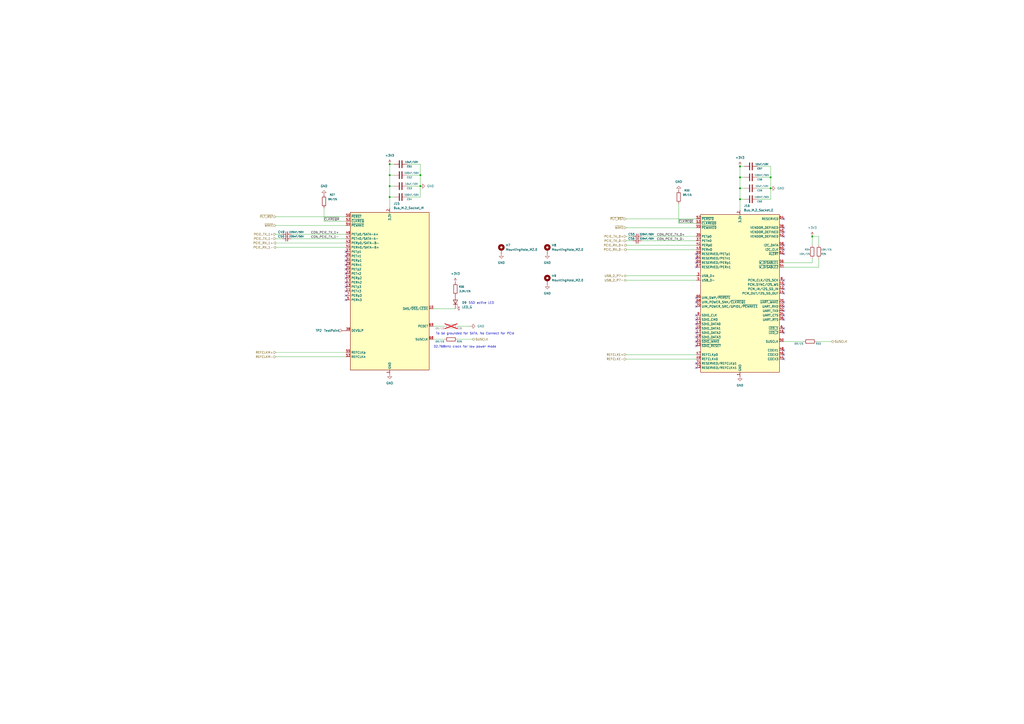
<source format=kicad_sch>
(kicad_sch
	(version 20231120)
	(generator "eeschema")
	(generator_version "8.0")
	(uuid "5585c6dd-06a4-4bd5-bb70-500148a55b3e")
	(paper "A2")
	(title_block
		(title "Nano ITX Carrier for LattePanda Mu")
		(date "2024-09-01")
		(rev "V1.0.0")
		(comment 1 "20240901")
	)
	(lib_symbols
		(symbol "Connector:Bus_M.2_Socket_E"
			(exclude_from_sim no)
			(in_bom yes)
			(on_board yes)
			(property "Reference" "J16"
				(at 2.1941 50.8 0)
				(effects
					(font
						(size 1.27 1.27)
					)
					(justify left)
				)
			)
			(property "Value" "Bus_M.2_Socket_E"
				(at 2.1941 48.26 0)
				(effects
					(font
						(size 1.27 1.27)
					)
					(justify left)
				)
			)
			(property "Footprint" "A_HDJ_Library:PCIe_M.2_Connectors_P=0.5mm_H=4.2mm_KeyE"
				(at 0 26.67 0)
				(effects
					(font
						(size 1.27 1.27)
					)
					(hide yes)
				)
			)
			(property "Datasheet" "http://read.pudn.com/downloads794/doc/project/3133918/PCIe_M.2_Electromechanical_Spec_Rev1.0_Final_11012013_RS_Clean.pdf#page=150"
				(at 0 26.67 0)
				(effects
					(font
						(size 1.27 1.27)
					)
					(hide yes)
				)
			)
			(property "Description" ""
				(at 0 0 0)
				(effects
					(font
						(size 1.27 1.27)
					)
					(hide yes)
				)
			)
			(property "Buy_Link" "https://item.szlcsc.com/8568583.html"
				(at 0 0 0)
				(effects
					(font
						(size 1.27 1.27)
					)
					(hide yes)
				)
			)
			(property "DF_Comment" "M.2连接器KEY-E_H4.2mm-67P_APCI0108-P001A"
				(at 0 0 0)
				(effects
					(font
						(size 1.27 1.27)
					)
					(hide yes)
				)
			)
			(property "SCH_Show_Footprint" ""
				(at 0 0 0)
				(effects
					(font
						(size 1.27 1.27)
					)
					(hide yes)
				)
			)
			(property "Field-1" ""
				(at 0 0 0)
				(effects
					(font
						(size 1.27 1.27)
					)
					(hide yes)
				)
			)
			(property "ki_keywords" "M2 NGNF PCI-E"
				(at 0 0 0)
				(effects
					(font
						(size 1.27 1.27)
					)
					(hide yes)
				)
			)
			(property "ki_fp_filters" "*M*2*E*"
				(at 0 0 0)
				(effects
					(font
						(size 1.27 1.27)
					)
					(hide yes)
				)
			)
			(symbol "Bus_M.2_Socket_E_0_1"
				(rectangle
					(start -22.86 45.72)
					(end 22.86 -45.72)
					(stroke
						(width 0.254)
						(type default)
					)
					(fill
						(type background)
					)
				)
			)
			(symbol "Bus_M.2_Socket_E_1_1"
				(pin power_in line
					(at 0 -48.26 90)
					(length 2.54)
					(name "GND"
						(effects
							(font
								(size 1.27 1.27)
							)
						)
					)
					(number "1"
						(effects
							(font
								(size 1.27 1.27)
							)
						)
					)
				)
				(pin bidirectional line
					(at 25.4 5.08 180)
					(length 2.54)
					(name "PCM_SYNC/I2S_WS"
						(effects
							(font
								(size 1.27 1.27)
							)
						)
					)
					(number "10"
						(effects
							(font
								(size 1.27 1.27)
							)
						)
					)
				)
				(pin bidirectional line
					(at -25.4 -15.24 0)
					(length 2.54)
					(name "SDIO_CMD"
						(effects
							(font
								(size 1.27 1.27)
							)
						)
					)
					(number "11"
						(effects
							(font
								(size 1.27 1.27)
							)
						)
					)
				)
				(pin input line
					(at 25.4 2.54 180)
					(length 2.54)
					(name "PCM_IN/I2S_SD_IN"
						(effects
							(font
								(size 1.27 1.27)
							)
						)
					)
					(number "12"
						(effects
							(font
								(size 1.27 1.27)
							)
						)
					)
				)
				(pin bidirectional line
					(at -25.4 -17.78 0)
					(length 2.54)
					(name "SDIO_DATA0"
						(effects
							(font
								(size 1.27 1.27)
							)
						)
					)
					(number "13"
						(effects
							(font
								(size 1.27 1.27)
							)
						)
					)
				)
				(pin output line
					(at 25.4 0 180)
					(length 2.54)
					(name "PCM_OUT/I2S_SD_OUT"
						(effects
							(font
								(size 1.27 1.27)
							)
						)
					)
					(number "14"
						(effects
							(font
								(size 1.27 1.27)
							)
						)
					)
				)
				(pin bidirectional line
					(at -25.4 -20.32 0)
					(length 2.54)
					(name "SDIO_DATA1"
						(effects
							(font
								(size 1.27 1.27)
							)
						)
					)
					(number "15"
						(effects
							(font
								(size 1.27 1.27)
							)
						)
					)
				)
				(pin open_collector line
					(at 25.4 -22.86 180)
					(length 2.54)
					(name "~{LED_2}"
						(effects
							(font
								(size 1.27 1.27)
							)
						)
					)
					(number "16"
						(effects
							(font
								(size 1.27 1.27)
							)
						)
					)
				)
				(pin bidirectional line
					(at -25.4 -22.86 0)
					(length 2.54)
					(name "SDIO_DATA2"
						(effects
							(font
								(size 1.27 1.27)
							)
						)
					)
					(number "17"
						(effects
							(font
								(size 1.27 1.27)
							)
						)
					)
				)
				(pin passive line
					(at 0 -48.26 90)
					(length 2.54) hide
					(name "GND"
						(effects
							(font
								(size 1.27 1.27)
							)
						)
					)
					(number "18"
						(effects
							(font
								(size 1.27 1.27)
							)
						)
					)
				)
				(pin bidirectional line
					(at -25.4 -25.4 0)
					(length 2.54)
					(name "SDIO_DATA3"
						(effects
							(font
								(size 1.27 1.27)
							)
						)
					)
					(number "19"
						(effects
							(font
								(size 1.27 1.27)
							)
						)
					)
				)
				(pin power_in line
					(at 0 48.26 270)
					(length 2.54)
					(name "3.3V"
						(effects
							(font
								(size 1.27 1.27)
							)
						)
					)
					(number "2"
						(effects
							(font
								(size 1.27 1.27)
							)
						)
					)
				)
				(pin input line
					(at 25.4 -5.08 180)
					(length 2.54)
					(name "~{UART_WAKE}"
						(effects
							(font
								(size 1.27 1.27)
							)
						)
					)
					(number "20"
						(effects
							(font
								(size 1.27 1.27)
							)
						)
					)
				)
				(pin input line
					(at -25.4 -27.94 0)
					(length 2.54)
					(name "~{SDIO_WAKE}"
						(effects
							(font
								(size 1.27 1.27)
							)
						)
					)
					(number "21"
						(effects
							(font
								(size 1.27 1.27)
							)
						)
					)
				)
				(pin input line
					(at 25.4 -7.62 180)
					(length 2.54)
					(name "UART_RXD"
						(effects
							(font
								(size 1.27 1.27)
							)
						)
					)
					(number "22"
						(effects
							(font
								(size 1.27 1.27)
							)
						)
					)
				)
				(pin output line
					(at -25.4 -30.48 0)
					(length 2.54)
					(name "~{SDIO_RESET}"
						(effects
							(font
								(size 1.27 1.27)
							)
						)
					)
					(number "23"
						(effects
							(font
								(size 1.27 1.27)
							)
						)
					)
				)
				(pin bidirectional line
					(at -25.4 10.16 0)
					(length 2.54)
					(name "USB_D+"
						(effects
							(font
								(size 1.27 1.27)
							)
						)
					)
					(number "3"
						(effects
							(font
								(size 1.27 1.27)
							)
						)
					)
				)
				(pin output line
					(at 25.4 -10.16 180)
					(length 2.54)
					(name "UART_TXD"
						(effects
							(font
								(size 1.27 1.27)
							)
						)
					)
					(number "32"
						(effects
							(font
								(size 1.27 1.27)
							)
						)
					)
				)
				(pin passive line
					(at 0 -48.26 90)
					(length 2.54) hide
					(name "GND"
						(effects
							(font
								(size 1.27 1.27)
							)
						)
					)
					(number "33"
						(effects
							(font
								(size 1.27 1.27)
							)
						)
					)
				)
				(pin input line
					(at 25.4 -12.7 180)
					(length 2.54)
					(name "UART_CTS"
						(effects
							(font
								(size 1.27 1.27)
							)
						)
					)
					(number "34"
						(effects
							(font
								(size 1.27 1.27)
							)
						)
					)
				)
				(pin output line
					(at -25.4 33.02 0)
					(length 2.54)
					(name "PETp0"
						(effects
							(font
								(size 1.27 1.27)
							)
						)
					)
					(number "35"
						(effects
							(font
								(size 1.27 1.27)
							)
						)
					)
				)
				(pin output line
					(at 25.4 -15.24 180)
					(length 2.54)
					(name "UART_RTS"
						(effects
							(font
								(size 1.27 1.27)
							)
						)
					)
					(number "36"
						(effects
							(font
								(size 1.27 1.27)
							)
						)
					)
				)
				(pin output line
					(at -25.4 30.48 0)
					(length 2.54)
					(name "PETn0"
						(effects
							(font
								(size 1.27 1.27)
							)
						)
					)
					(number "37"
						(effects
							(font
								(size 1.27 1.27)
							)
						)
					)
				)
				(pin passive line
					(at 25.4 38.1 180)
					(length 2.54)
					(name "VENDOR_DEFINED"
						(effects
							(font
								(size 1.27 1.27)
							)
						)
					)
					(number "38"
						(effects
							(font
								(size 1.27 1.27)
							)
						)
					)
				)
				(pin passive line
					(at 0 -48.26 90)
					(length 2.54) hide
					(name "GND"
						(effects
							(font
								(size 1.27 1.27)
							)
						)
					)
					(number "39"
						(effects
							(font
								(size 1.27 1.27)
							)
						)
					)
				)
				(pin passive line
					(at 0 48.26 270)
					(length 2.54) hide
					(name "3.3V"
						(effects
							(font
								(size 1.27 1.27)
							)
						)
					)
					(number "4"
						(effects
							(font
								(size 1.27 1.27)
							)
						)
					)
				)
				(pin passive line
					(at 25.4 35.56 180)
					(length 2.54)
					(name "VENDOR_DEFINED"
						(effects
							(font
								(size 1.27 1.27)
							)
						)
					)
					(number "40"
						(effects
							(font
								(size 1.27 1.27)
							)
						)
					)
				)
				(pin input line
					(at -25.4 27.94 0)
					(length 2.54)
					(name "PERp0"
						(effects
							(font
								(size 1.27 1.27)
							)
						)
					)
					(number "41"
						(effects
							(font
								(size 1.27 1.27)
							)
						)
					)
				)
				(pin passive line
					(at 25.4 33.02 180)
					(length 2.54)
					(name "VENDOR_DEFINED"
						(effects
							(font
								(size 1.27 1.27)
							)
						)
					)
					(number "42"
						(effects
							(font
								(size 1.27 1.27)
							)
						)
					)
				)
				(pin input line
					(at -25.4 25.4 0)
					(length 2.54)
					(name "PERn0"
						(effects
							(font
								(size 1.27 1.27)
							)
						)
					)
					(number "43"
						(effects
							(font
								(size 1.27 1.27)
							)
						)
					)
				)
				(pin bidirectional line
					(at 25.4 -38.1 180)
					(length 2.54)
					(name "COEX3"
						(effects
							(font
								(size 1.27 1.27)
							)
						)
					)
					(number "44"
						(effects
							(font
								(size 1.27 1.27)
							)
						)
					)
				)
				(pin passive line
					(at 0 -48.26 90)
					(length 2.54) hide
					(name "GND"
						(effects
							(font
								(size 1.27 1.27)
							)
						)
					)
					(number "45"
						(effects
							(font
								(size 1.27 1.27)
							)
						)
					)
				)
				(pin bidirectional line
					(at 25.4 -35.56 180)
					(length 2.54)
					(name "COEX2"
						(effects
							(font
								(size 1.27 1.27)
							)
						)
					)
					(number "46"
						(effects
							(font
								(size 1.27 1.27)
							)
						)
					)
				)
				(pin output line
					(at -25.4 -35.56 0)
					(length 2.54)
					(name "REFCLKp0"
						(effects
							(font
								(size 1.27 1.27)
							)
						)
					)
					(number "47"
						(effects
							(font
								(size 1.27 1.27)
							)
						)
					)
				)
				(pin bidirectional line
					(at 25.4 -33.02 180)
					(length 2.54)
					(name "COEX1"
						(effects
							(font
								(size 1.27 1.27)
							)
						)
					)
					(number "48"
						(effects
							(font
								(size 1.27 1.27)
							)
						)
					)
				)
				(pin output line
					(at -25.4 -38.1 0)
					(length 2.54)
					(name "REFCLKn0"
						(effects
							(font
								(size 1.27 1.27)
							)
						)
					)
					(number "49"
						(effects
							(font
								(size 1.27 1.27)
							)
						)
					)
				)
				(pin bidirectional line
					(at -25.4 7.62 0)
					(length 2.54)
					(name "USB_D-"
						(effects
							(font
								(size 1.27 1.27)
							)
						)
					)
					(number "5"
						(effects
							(font
								(size 1.27 1.27)
							)
						)
					)
				)
				(pin output line
					(at 25.4 -27.94 180)
					(length 2.54)
					(name "SUSCLK"
						(effects
							(font
								(size 1.27 1.27)
							)
						)
					)
					(number "50"
						(effects
							(font
								(size 1.27 1.27)
							)
						)
					)
				)
				(pin passive line
					(at 0 -48.26 90)
					(length 2.54) hide
					(name "GND"
						(effects
							(font
								(size 1.27 1.27)
							)
						)
					)
					(number "51"
						(effects
							(font
								(size 1.27 1.27)
							)
						)
					)
				)
				(pin output line
					(at -25.4 43.18 0)
					(length 2.54)
					(name "~{PERST0}"
						(effects
							(font
								(size 1.27 1.27)
							)
						)
					)
					(number "52"
						(effects
							(font
								(size 1.27 1.27)
							)
						)
					)
				)
				(pin bidirectional line
					(at -25.4 40.64 0)
					(length 2.54)
					(name "~{CLKREQ0}"
						(effects
							(font
								(size 1.27 1.27)
							)
						)
					)
					(number "53"
						(effects
							(font
								(size 1.27 1.27)
							)
						)
					)
				)
				(pin output line
					(at 25.4 15.24 180)
					(length 2.54)
					(name "~{W_DISABLE2}"
						(effects
							(font
								(size 1.27 1.27)
							)
						)
					)
					(number "54"
						(effects
							(font
								(size 1.27 1.27)
							)
						)
					)
				)
				(pin bidirectional line
					(at -25.4 38.1 0)
					(length 2.54)
					(name "~{PEWAKE0}"
						(effects
							(font
								(size 1.27 1.27)
							)
						)
					)
					(number "55"
						(effects
							(font
								(size 1.27 1.27)
							)
						)
					)
				)
				(pin output line
					(at 25.4 17.78 180)
					(length 2.54)
					(name "~{W_DISABLE1}"
						(effects
							(font
								(size 1.27 1.27)
							)
						)
					)
					(number "56"
						(effects
							(font
								(size 1.27 1.27)
							)
						)
					)
				)
				(pin passive line
					(at 0 -48.26 90)
					(length 2.54) hide
					(name "GND"
						(effects
							(font
								(size 1.27 1.27)
							)
						)
					)
					(number "57"
						(effects
							(font
								(size 1.27 1.27)
							)
						)
					)
				)
				(pin bidirectional line
					(at 25.4 27.94 180)
					(length 2.54)
					(name "I2C_DATA"
						(effects
							(font
								(size 1.27 1.27)
							)
						)
					)
					(number "58"
						(effects
							(font
								(size 1.27 1.27)
							)
						)
					)
				)
				(pin output line
					(at -25.4 22.86 0)
					(length 2.54)
					(name "RESERVED/PETp1"
						(effects
							(font
								(size 1.27 1.27)
							)
						)
					)
					(number "59"
						(effects
							(font
								(size 1.27 1.27)
							)
						)
					)
				)
				(pin open_collector line
					(at 25.4 -20.32 180)
					(length 2.54)
					(name "~{LED_1}"
						(effects
							(font
								(size 1.27 1.27)
							)
						)
					)
					(number "6"
						(effects
							(font
								(size 1.27 1.27)
							)
						)
					)
				)
				(pin output line
					(at 25.4 25.4 180)
					(length 2.54)
					(name "I2C_CLK"
						(effects
							(font
								(size 1.27 1.27)
							)
						)
					)
					(number "60"
						(effects
							(font
								(size 1.27 1.27)
							)
						)
					)
				)
				(pin output line
					(at -25.4 20.32 0)
					(length 2.54)
					(name "RESERVED/PETn1"
						(effects
							(font
								(size 1.27 1.27)
							)
						)
					)
					(number "61"
						(effects
							(font
								(size 1.27 1.27)
							)
						)
					)
				)
				(pin input line
					(at 25.4 22.86 180)
					(length 2.54)
					(name "~{ALERT}"
						(effects
							(font
								(size 1.27 1.27)
							)
						)
					)
					(number "62"
						(effects
							(font
								(size 1.27 1.27)
							)
						)
					)
				)
				(pin passive line
					(at 0 -48.26 90)
					(length 2.54) hide
					(name "GND"
						(effects
							(font
								(size 1.27 1.27)
							)
						)
					)
					(number "63"
						(effects
							(font
								(size 1.27 1.27)
							)
						)
					)
				)
				(pin passive line
					(at 25.4 43.18 180)
					(length 2.54)
					(name "RESERVED"
						(effects
							(font
								(size 1.27 1.27)
							)
						)
					)
					(number "64"
						(effects
							(font
								(size 1.27 1.27)
							)
						)
					)
				)
				(pin input line
					(at -25.4 17.78 0)
					(length 2.54)
					(name "RESERVED/PERp1"
						(effects
							(font
								(size 1.27 1.27)
							)
						)
					)
					(number "65"
						(effects
							(font
								(size 1.27 1.27)
							)
						)
					)
				)
				(pin output line
					(at -25.4 -2.54 0)
					(length 2.54)
					(name "UIM_SWP/~{PERST1}"
						(effects
							(font
								(size 1.27 1.27)
							)
						)
					)
					(number "66"
						(effects
							(font
								(size 1.27 1.27)
							)
						)
					)
				)
				(pin input line
					(at -25.4 15.24 0)
					(length 2.54)
					(name "RESERVED/PERn1"
						(effects
							(font
								(size 1.27 1.27)
							)
						)
					)
					(number "67"
						(effects
							(font
								(size 1.27 1.27)
							)
						)
					)
				)
				(pin bidirectional line
					(at -25.4 -5.08 0)
					(length 2.54)
					(name "UIM_POWER_SNK/~{CLKREQ1}"
						(effects
							(font
								(size 1.27 1.27)
							)
						)
					)
					(number "68"
						(effects
							(font
								(size 1.27 1.27)
							)
						)
					)
				)
				(pin passive line
					(at 0 -48.26 90)
					(length 2.54) hide
					(name "GND"
						(effects
							(font
								(size 1.27 1.27)
							)
						)
					)
					(number "69"
						(effects
							(font
								(size 1.27 1.27)
							)
						)
					)
				)
				(pin passive line
					(at 0 -48.26 90)
					(length 2.54) hide
					(name "GND"
						(effects
							(font
								(size 1.27 1.27)
							)
						)
					)
					(number "7"
						(effects
							(font
								(size 1.27 1.27)
							)
						)
					)
				)
				(pin bidirectional line
					(at -25.4 -7.62 0)
					(length 2.54)
					(name "UIM_POWER_SRC/GPIO1/~{PEWAKE1}"
						(effects
							(font
								(size 1.27 1.27)
							)
						)
					)
					(number "70"
						(effects
							(font
								(size 1.27 1.27)
							)
						)
					)
				)
				(pin output line
					(at -25.4 -40.64 0)
					(length 2.54)
					(name "RESERVED/REFCLKp1"
						(effects
							(font
								(size 1.27 1.27)
							)
						)
					)
					(number "71"
						(effects
							(font
								(size 1.27 1.27)
							)
						)
					)
				)
				(pin passive line
					(at 0 48.26 270)
					(length 2.54) hide
					(name "3.3V"
						(effects
							(font
								(size 1.27 1.27)
							)
						)
					)
					(number "72"
						(effects
							(font
								(size 1.27 1.27)
							)
						)
					)
				)
				(pin output line
					(at -25.4 -43.18 0)
					(length 2.54)
					(name "RESERVED/REFCLKn1"
						(effects
							(font
								(size 1.27 1.27)
							)
						)
					)
					(number "73"
						(effects
							(font
								(size 1.27 1.27)
							)
						)
					)
				)
				(pin passive line
					(at 0 48.26 270)
					(length 2.54) hide
					(name "3.3V"
						(effects
							(font
								(size 1.27 1.27)
							)
						)
					)
					(number "74"
						(effects
							(font
								(size 1.27 1.27)
							)
						)
					)
				)
				(pin passive line
					(at 0 -48.26 90)
					(length 2.54) hide
					(name "GND"
						(effects
							(font
								(size 1.27 1.27)
							)
						)
					)
					(number "75"
						(effects
							(font
								(size 1.27 1.27)
							)
						)
					)
				)
				(pin bidirectional line
					(at 25.4 7.62 180)
					(length 2.54)
					(name "PCM_CLK/I2S_SCK"
						(effects
							(font
								(size 1.27 1.27)
							)
						)
					)
					(number "8"
						(effects
							(font
								(size 1.27 1.27)
							)
						)
					)
				)
				(pin output line
					(at -25.4 -12.7 0)
					(length 2.54)
					(name "SDIO_CLK"
						(effects
							(font
								(size 1.27 1.27)
							)
						)
					)
					(number "9"
						(effects
							(font
								(size 1.27 1.27)
							)
						)
					)
				)
				(pin passive line
					(at 0 -48.26 90)
					(length 2.54) hide
					(name "MP1"
						(effects
							(font
								(size 1.27 1.27)
							)
						)
					)
					(number "MP1"
						(effects
							(font
								(size 1.27 1.27)
							)
						)
					)
				)
				(pin passive line
					(at 0 -48.26 90)
					(length 2.54) hide
					(name "MP2"
						(effects
							(font
								(size 1.27 1.27)
							)
						)
					)
					(number "MP2"
						(effects
							(font
								(size 1.27 1.27)
							)
						)
					)
				)
			)
		)
		(symbol "Connector:Bus_M.2_Socket_M"
			(exclude_from_sim no)
			(in_bom yes)
			(on_board yes)
			(property "Reference" "J15"
				(at 2.1941 50.8 0)
				(effects
					(font
						(size 1.27 1.27)
					)
					(justify left)
				)
			)
			(property "Value" "Bus_M.2_Socket_M"
				(at 2.1941 48.26 0)
				(effects
					(font
						(size 1.27 1.27)
					)
					(justify left)
				)
			)
			(property "Footprint" "A_HDJ_Library:PCIe_M.2_Connectors_P=0.5mm_H=4.2mm_KeyM"
				(at 0 26.67 0)
				(effects
					(font
						(size 1.27 1.27)
					)
					(hide yes)
				)
			)
			(property "Datasheet" "http://read.pudn.com/downloads794/doc/project/3133918/PCIe_M.2_Electromechanical_Spec_Rev1.0_Final_11012013_RS_Clean.pdf#page=155"
				(at 0 26.67 0)
				(effects
					(font
						(size 1.27 1.27)
					)
					(hide yes)
				)
			)
			(property "Description" ""
				(at 0 0 0)
				(effects
					(font
						(size 1.27 1.27)
					)
					(hide yes)
				)
			)
			(property "Buy_Link" "https://item.szlcsc.com/8568582.html"
				(at 0 0 0)
				(effects
					(font
						(size 1.27 1.27)
					)
					(hide yes)
				)
			)
			(property "DF_Comment" "M.2连接器KEY-M_H4.2mm-67P_APCI0107-P001A"
				(at 0 0 0)
				(effects
					(font
						(size 1.27 1.27)
					)
					(hide yes)
				)
			)
			(property "SCH_Show_Footprint" ""
				(at 0 0 0)
				(effects
					(font
						(size 1.27 1.27)
					)
					(hide yes)
				)
			)
			(property "Field-1" ""
				(at 0 0 0)
				(effects
					(font
						(size 1.27 1.27)
					)
					(hide yes)
				)
			)
			(property "ki_keywords" "M2 NGNF PCI-E"
				(at 0 0 0)
				(effects
					(font
						(size 1.27 1.27)
					)
					(hide yes)
				)
			)
			(property "ki_fp_filters" "*M*2*M*"
				(at 0 0 0)
				(effects
					(font
						(size 1.27 1.27)
					)
					(hide yes)
				)
			)
			(symbol "Bus_M.2_Socket_M_0_1"
				(rectangle
					(start -22.86 45.72)
					(end 22.86 -45.72)
					(stroke
						(width 0.254)
						(type default)
					)
					(fill
						(type background)
					)
				)
			)
			(symbol "Bus_M.2_Socket_M_1_1"
				(pin power_in line
					(at 0 -48.26 90)
					(length 2.54)
					(name "GND"
						(effects
							(font
								(size 1.27 1.27)
							)
						)
					)
					(number "1"
						(effects
							(font
								(size 1.27 1.27)
							)
						)
					)
				)
				(pin bidirectional line
					(at 25.4 -10.16 180)
					(length 2.54)
					(name "DAS/~{DSS}/~{LED1}"
						(effects
							(font
								(size 1.27 1.27)
							)
						)
					)
					(number "10"
						(effects
							(font
								(size 1.27 1.27)
							)
						)
					)
				)
				(pin output line
					(at -25.4 0 0)
					(length 2.54)
					(name "PETn3"
						(effects
							(font
								(size 1.27 1.27)
							)
						)
					)
					(number "11"
						(effects
							(font
								(size 1.27 1.27)
							)
						)
					)
				)
				(pin passive line
					(at 0 48.26 270)
					(length 2.54) hide
					(name "3.3V"
						(effects
							(font
								(size 1.27 1.27)
							)
						)
					)
					(number "12"
						(effects
							(font
								(size 1.27 1.27)
							)
						)
					)
				)
				(pin output line
					(at -25.4 2.54 0)
					(length 2.54)
					(name "PETp3"
						(effects
							(font
								(size 1.27 1.27)
							)
						)
					)
					(number "13"
						(effects
							(font
								(size 1.27 1.27)
							)
						)
					)
				)
				(pin passive line
					(at 0 48.26 270)
					(length 2.54) hide
					(name "3.3V"
						(effects
							(font
								(size 1.27 1.27)
							)
						)
					)
					(number "14"
						(effects
							(font
								(size 1.27 1.27)
							)
						)
					)
				)
				(pin passive line
					(at 0 -48.26 90)
					(length 2.54) hide
					(name "GND"
						(effects
							(font
								(size 1.27 1.27)
							)
						)
					)
					(number "15"
						(effects
							(font
								(size 1.27 1.27)
							)
						)
					)
				)
				(pin passive line
					(at 0 48.26 270)
					(length 2.54) hide
					(name "3.3V"
						(effects
							(font
								(size 1.27 1.27)
							)
						)
					)
					(number "16"
						(effects
							(font
								(size 1.27 1.27)
							)
						)
					)
				)
				(pin input line
					(at -25.4 5.08 0)
					(length 2.54)
					(name "PERn2"
						(effects
							(font
								(size 1.27 1.27)
							)
						)
					)
					(number "17"
						(effects
							(font
								(size 1.27 1.27)
							)
						)
					)
				)
				(pin passive line
					(at 0 48.26 270)
					(length 2.54) hide
					(name "3.3V"
						(effects
							(font
								(size 1.27 1.27)
							)
						)
					)
					(number "18"
						(effects
							(font
								(size 1.27 1.27)
							)
						)
					)
				)
				(pin input line
					(at -25.4 7.62 0)
					(length 2.54)
					(name "PERp2"
						(effects
							(font
								(size 1.27 1.27)
							)
						)
					)
					(number "19"
						(effects
							(font
								(size 1.27 1.27)
							)
						)
					)
				)
				(pin power_in line
					(at 0 48.26 270)
					(length 2.54)
					(name "3.3V"
						(effects
							(font
								(size 1.27 1.27)
							)
						)
					)
					(number "2"
						(effects
							(font
								(size 1.27 1.27)
							)
						)
					)
				)
				(pin no_connect line
					(at 22.86 2.54 180)
					(length 2.54) hide
					(name "NC"
						(effects
							(font
								(size 1.27 1.27)
							)
						)
					)
					(number "20"
						(effects
							(font
								(size 1.27 1.27)
							)
						)
					)
				)
				(pin passive line
					(at 0 -48.26 90)
					(length 2.54) hide
					(name "GND"
						(effects
							(font
								(size 1.27 1.27)
							)
						)
					)
					(number "21"
						(effects
							(font
								(size 1.27 1.27)
							)
						)
					)
				)
				(pin no_connect line
					(at 22.86 5.08 180)
					(length 2.54) hide
					(name "NC"
						(effects
							(font
								(size 1.27 1.27)
							)
						)
					)
					(number "22"
						(effects
							(font
								(size 1.27 1.27)
							)
						)
					)
				)
				(pin output line
					(at -25.4 10.16 0)
					(length 2.54)
					(name "PETn2"
						(effects
							(font
								(size 1.27 1.27)
							)
						)
					)
					(number "23"
						(effects
							(font
								(size 1.27 1.27)
							)
						)
					)
				)
				(pin no_connect line
					(at 22.86 7.62 180)
					(length 2.54) hide
					(name "NC"
						(effects
							(font
								(size 1.27 1.27)
							)
						)
					)
					(number "24"
						(effects
							(font
								(size 1.27 1.27)
							)
						)
					)
				)
				(pin output line
					(at -25.4 12.7 0)
					(length 2.54)
					(name "PETp2"
						(effects
							(font
								(size 1.27 1.27)
							)
						)
					)
					(number "25"
						(effects
							(font
								(size 1.27 1.27)
							)
						)
					)
				)
				(pin no_connect line
					(at 22.86 10.16 180)
					(length 2.54) hide
					(name "NC"
						(effects
							(font
								(size 1.27 1.27)
							)
						)
					)
					(number "26"
						(effects
							(font
								(size 1.27 1.27)
							)
						)
					)
				)
				(pin passive line
					(at 0 -48.26 90)
					(length 2.54) hide
					(name "GND"
						(effects
							(font
								(size 1.27 1.27)
							)
						)
					)
					(number "27"
						(effects
							(font
								(size 1.27 1.27)
							)
						)
					)
				)
				(pin no_connect line
					(at 22.86 12.7 180)
					(length 2.54) hide
					(name "NC"
						(effects
							(font
								(size 1.27 1.27)
							)
						)
					)
					(number "28"
						(effects
							(font
								(size 1.27 1.27)
							)
						)
					)
				)
				(pin input line
					(at -25.4 15.24 0)
					(length 2.54)
					(name "PERn1"
						(effects
							(font
								(size 1.27 1.27)
							)
						)
					)
					(number "29"
						(effects
							(font
								(size 1.27 1.27)
							)
						)
					)
				)
				(pin passive line
					(at 0 -48.26 90)
					(length 2.54) hide
					(name "GND"
						(effects
							(font
								(size 1.27 1.27)
							)
						)
					)
					(number "3"
						(effects
							(font
								(size 1.27 1.27)
							)
						)
					)
				)
				(pin no_connect line
					(at 22.86 15.24 180)
					(length 2.54) hide
					(name "NC"
						(effects
							(font
								(size 1.27 1.27)
							)
						)
					)
					(number "30"
						(effects
							(font
								(size 1.27 1.27)
							)
						)
					)
				)
				(pin input line
					(at -25.4 17.78 0)
					(length 2.54)
					(name "PERp1"
						(effects
							(font
								(size 1.27 1.27)
							)
						)
					)
					(number "31"
						(effects
							(font
								(size 1.27 1.27)
							)
						)
					)
				)
				(pin no_connect line
					(at 22.86 17.78 180)
					(length 2.54) hide
					(name "NC"
						(effects
							(font
								(size 1.27 1.27)
							)
						)
					)
					(number "32"
						(effects
							(font
								(size 1.27 1.27)
							)
						)
					)
				)
				(pin passive line
					(at 0 -48.26 90)
					(length 2.54) hide
					(name "GND"
						(effects
							(font
								(size 1.27 1.27)
							)
						)
					)
					(number "33"
						(effects
							(font
								(size 1.27 1.27)
							)
						)
					)
				)
				(pin no_connect line
					(at 22.86 20.32 180)
					(length 2.54) hide
					(name "NC"
						(effects
							(font
								(size 1.27 1.27)
							)
						)
					)
					(number "34"
						(effects
							(font
								(size 1.27 1.27)
							)
						)
					)
				)
				(pin output line
					(at -25.4 20.32 0)
					(length 2.54)
					(name "PETn1"
						(effects
							(font
								(size 1.27 1.27)
							)
						)
					)
					(number "35"
						(effects
							(font
								(size 1.27 1.27)
							)
						)
					)
				)
				(pin no_connect line
					(at 22.86 22.86 180)
					(length 2.54) hide
					(name "NC"
						(effects
							(font
								(size 1.27 1.27)
							)
						)
					)
					(number "36"
						(effects
							(font
								(size 1.27 1.27)
							)
						)
					)
				)
				(pin output line
					(at -25.4 22.86 0)
					(length 2.54)
					(name "PETp1"
						(effects
							(font
								(size 1.27 1.27)
							)
						)
					)
					(number "37"
						(effects
							(font
								(size 1.27 1.27)
							)
						)
					)
				)
				(pin output line
					(at -25.4 -22.86 0)
					(length 2.54)
					(name "DEVSLP"
						(effects
							(font
								(size 1.27 1.27)
							)
						)
					)
					(number "38"
						(effects
							(font
								(size 1.27 1.27)
							)
						)
					)
				)
				(pin passive line
					(at 0 -48.26 90)
					(length 2.54) hide
					(name "GND"
						(effects
							(font
								(size 1.27 1.27)
							)
						)
					)
					(number "39"
						(effects
							(font
								(size 1.27 1.27)
							)
						)
					)
				)
				(pin passive line
					(at 0 48.26 270)
					(length 2.54) hide
					(name "3.3V"
						(effects
							(font
								(size 1.27 1.27)
							)
						)
					)
					(number "4"
						(effects
							(font
								(size 1.27 1.27)
							)
						)
					)
				)
				(pin no_connect line
					(at 22.86 25.4 180)
					(length 2.54) hide
					(name "NC"
						(effects
							(font
								(size 1.27 1.27)
							)
						)
					)
					(number "40"
						(effects
							(font
								(size 1.27 1.27)
							)
						)
					)
				)
				(pin input line
					(at -25.4 25.4 0)
					(length 2.54)
					(name "PERn0/SATA-B+"
						(effects
							(font
								(size 1.27 1.27)
							)
						)
					)
					(number "41"
						(effects
							(font
								(size 1.27 1.27)
							)
						)
					)
				)
				(pin no_connect line
					(at 22.86 27.94 180)
					(length 2.54) hide
					(name "NC"
						(effects
							(font
								(size 1.27 1.27)
							)
						)
					)
					(number "42"
						(effects
							(font
								(size 1.27 1.27)
							)
						)
					)
				)
				(pin input line
					(at -25.4 27.94 0)
					(length 2.54)
					(name "PERp0/SATA-B-"
						(effects
							(font
								(size 1.27 1.27)
							)
						)
					)
					(number "43"
						(effects
							(font
								(size 1.27 1.27)
							)
						)
					)
				)
				(pin no_connect line
					(at 22.86 30.48 180)
					(length 2.54) hide
					(name "NC"
						(effects
							(font
								(size 1.27 1.27)
							)
						)
					)
					(number "44"
						(effects
							(font
								(size 1.27 1.27)
							)
						)
					)
				)
				(pin passive line
					(at 0 -48.26 90)
					(length 2.54) hide
					(name "GND"
						(effects
							(font
								(size 1.27 1.27)
							)
						)
					)
					(number "45"
						(effects
							(font
								(size 1.27 1.27)
							)
						)
					)
				)
				(pin no_connect line
					(at 22.86 33.02 180)
					(length 2.54) hide
					(name "NC"
						(effects
							(font
								(size 1.27 1.27)
							)
						)
					)
					(number "46"
						(effects
							(font
								(size 1.27 1.27)
							)
						)
					)
				)
				(pin output line
					(at -25.4 30.48 0)
					(length 2.54)
					(name "PETn0/SATA-A-"
						(effects
							(font
								(size 1.27 1.27)
							)
						)
					)
					(number "47"
						(effects
							(font
								(size 1.27 1.27)
							)
						)
					)
				)
				(pin no_connect line
					(at 22.86 35.56 180)
					(length 2.54) hide
					(name "NC"
						(effects
							(font
								(size 1.27 1.27)
							)
						)
					)
					(number "48"
						(effects
							(font
								(size 1.27 1.27)
							)
						)
					)
				)
				(pin output line
					(at -25.4 33.02 0)
					(length 2.54)
					(name "PETp0/SATA-A+"
						(effects
							(font
								(size 1.27 1.27)
							)
						)
					)
					(number "49"
						(effects
							(font
								(size 1.27 1.27)
							)
						)
					)
				)
				(pin input line
					(at -25.4 -5.08 0)
					(length 2.54)
					(name "PERn3"
						(effects
							(font
								(size 1.27 1.27)
							)
						)
					)
					(number "5"
						(effects
							(font
								(size 1.27 1.27)
							)
						)
					)
				)
				(pin output line
					(at -25.4 43.18 0)
					(length 2.54)
					(name "~{PERST}"
						(effects
							(font
								(size 1.27 1.27)
							)
						)
					)
					(number "50"
						(effects
							(font
								(size 1.27 1.27)
							)
						)
					)
				)
				(pin passive line
					(at 0 -48.26 90)
					(length 2.54) hide
					(name "GND"
						(effects
							(font
								(size 1.27 1.27)
							)
						)
					)
					(number "51"
						(effects
							(font
								(size 1.27 1.27)
							)
						)
					)
				)
				(pin bidirectional line
					(at -25.4 40.64 0)
					(length 2.54)
					(name "~{CLKREQ}"
						(effects
							(font
								(size 1.27 1.27)
							)
						)
					)
					(number "52"
						(effects
							(font
								(size 1.27 1.27)
							)
						)
					)
				)
				(pin output line
					(at -25.4 -38.1 0)
					(length 2.54)
					(name "REFCLKn"
						(effects
							(font
								(size 1.27 1.27)
							)
						)
					)
					(number "53"
						(effects
							(font
								(size 1.27 1.27)
							)
						)
					)
				)
				(pin bidirectional line
					(at -25.4 38.1 0)
					(length 2.54)
					(name "~{PEWAKE}"
						(effects
							(font
								(size 1.27 1.27)
							)
						)
					)
					(number "54"
						(effects
							(font
								(size 1.27 1.27)
							)
						)
					)
				)
				(pin output line
					(at -25.4 -35.56 0)
					(length 2.54)
					(name "REFCLKp"
						(effects
							(font
								(size 1.27 1.27)
							)
						)
					)
					(number "55"
						(effects
							(font
								(size 1.27 1.27)
							)
						)
					)
				)
				(pin no_connect line
					(at 22.86 38.1 180)
					(length 2.54) hide
					(name "NC"
						(effects
							(font
								(size 1.27 1.27)
							)
						)
					)
					(number "56"
						(effects
							(font
								(size 1.27 1.27)
							)
						)
					)
				)
				(pin passive line
					(at 0 -48.26 90)
					(length 2.54) hide
					(name "GND"
						(effects
							(font
								(size 1.27 1.27)
							)
						)
					)
					(number "57"
						(effects
							(font
								(size 1.27 1.27)
							)
						)
					)
				)
				(pin no_connect line
					(at 22.86 40.64 180)
					(length 2.54) hide
					(name "NC"
						(effects
							(font
								(size 1.27 1.27)
							)
						)
					)
					(number "58"
						(effects
							(font
								(size 1.27 1.27)
							)
						)
					)
				)
				(pin no_connect line
					(at 22.86 -2.54 180)
					(length 2.54) hide
					(name "NC"
						(effects
							(font
								(size 1.27 1.27)
							)
						)
					)
					(number "6"
						(effects
							(font
								(size 1.27 1.27)
							)
						)
					)
				)
				(pin no_connect line
					(at 22.86 -5.08 180)
					(length 2.54) hide
					(name "NC"
						(effects
							(font
								(size 1.27 1.27)
							)
						)
					)
					(number "67"
						(effects
							(font
								(size 1.27 1.27)
							)
						)
					)
				)
				(pin output line
					(at 25.4 -27.94 180)
					(length 2.54)
					(name "SUSCLK"
						(effects
							(font
								(size 1.27 1.27)
							)
						)
					)
					(number "68"
						(effects
							(font
								(size 1.27 1.27)
							)
						)
					)
				)
				(pin passive line
					(at 25.4 -20.32 180)
					(length 2.54)
					(name "PEDET"
						(effects
							(font
								(size 1.27 1.27)
							)
						)
					)
					(number "69"
						(effects
							(font
								(size 1.27 1.27)
							)
						)
					)
				)
				(pin input line
					(at -25.4 -2.54 0)
					(length 2.54)
					(name "PERp3"
						(effects
							(font
								(size 1.27 1.27)
							)
						)
					)
					(number "7"
						(effects
							(font
								(size 1.27 1.27)
							)
						)
					)
				)
				(pin passive line
					(at 0 48.26 270)
					(length 2.54) hide
					(name "3.3V"
						(effects
							(font
								(size 1.27 1.27)
							)
						)
					)
					(number "70"
						(effects
							(font
								(size 1.27 1.27)
							)
						)
					)
				)
				(pin passive line
					(at 0 -48.26 90)
					(length 2.54) hide
					(name "GND"
						(effects
							(font
								(size 1.27 1.27)
							)
						)
					)
					(number "71"
						(effects
							(font
								(size 1.27 1.27)
							)
						)
					)
				)
				(pin passive line
					(at 0 48.26 270)
					(length 2.54) hide
					(name "3.3V"
						(effects
							(font
								(size 1.27 1.27)
							)
						)
					)
					(number "72"
						(effects
							(font
								(size 1.27 1.27)
							)
						)
					)
				)
				(pin passive line
					(at 0 -48.26 90)
					(length 2.54) hide
					(name "GND"
						(effects
							(font
								(size 1.27 1.27)
							)
						)
					)
					(number "73"
						(effects
							(font
								(size 1.27 1.27)
							)
						)
					)
				)
				(pin passive line
					(at 0 48.26 270)
					(length 2.54) hide
					(name "3.3V"
						(effects
							(font
								(size 1.27 1.27)
							)
						)
					)
					(number "74"
						(effects
							(font
								(size 1.27 1.27)
							)
						)
					)
				)
				(pin passive line
					(at 0 -48.26 90)
					(length 2.54) hide
					(name "GND"
						(effects
							(font
								(size 1.27 1.27)
							)
						)
					)
					(number "75"
						(effects
							(font
								(size 1.27 1.27)
							)
						)
					)
				)
				(pin no_connect line
					(at 22.86 0 180)
					(length 2.54) hide
					(name "NC"
						(effects
							(font
								(size 1.27 1.27)
							)
						)
					)
					(number "8"
						(effects
							(font
								(size 1.27 1.27)
							)
						)
					)
				)
				(pin passive line
					(at 0 -48.26 90)
					(length 2.54) hide
					(name "GND"
						(effects
							(font
								(size 1.27 1.27)
							)
						)
					)
					(number "9"
						(effects
							(font
								(size 1.27 1.27)
							)
						)
					)
				)
				(pin passive line
					(at 0 -48.26 90)
					(length 2.54) hide
					(name "MP1"
						(effects
							(font
								(size 1.27 1.27)
							)
						)
					)
					(number "MP1"
						(effects
							(font
								(size 1.27 1.27)
							)
						)
					)
				)
				(pin passive line
					(at 0 -48.26 90)
					(length 2.54) hide
					(name "MP2"
						(effects
							(font
								(size 1.27 1.27)
							)
						)
					)
					(number "MP2"
						(effects
							(font
								(size 1.27 1.27)
							)
						)
					)
				)
			)
		)
		(symbol "Connector:TestPoint"
			(pin_numbers hide)
			(pin_names
				(offset 0.762) hide)
			(exclude_from_sim no)
			(in_bom yes)
			(on_board yes)
			(property "Reference" "TP"
				(at 0 6.858 0)
				(effects
					(font
						(size 1.27 1.27)
					)
				)
			)
			(property "Value" "TestPoint"
				(at 0 5.08 0)
				(effects
					(font
						(size 1.27 1.27)
					)
				)
			)
			(property "Footprint" ""
				(at 5.08 0 0)
				(effects
					(font
						(size 1.27 1.27)
					)
					(hide yes)
				)
			)
			(property "Datasheet" "~"
				(at 5.08 0 0)
				(effects
					(font
						(size 1.27 1.27)
					)
					(hide yes)
				)
			)
			(property "Description" "test point"
				(at 0 0 0)
				(effects
					(font
						(size 1.27 1.27)
					)
					(hide yes)
				)
			)
			(property "ki_keywords" "test point tp"
				(at 0 0 0)
				(effects
					(font
						(size 1.27 1.27)
					)
					(hide yes)
				)
			)
			(property "ki_fp_filters" "Pin* Test*"
				(at 0 0 0)
				(effects
					(font
						(size 1.27 1.27)
					)
					(hide yes)
				)
			)
			(symbol "TestPoint_0_1"
				(circle
					(center 0 3.302)
					(radius 0.762)
					(stroke
						(width 0)
						(type default)
					)
					(fill
						(type none)
					)
				)
			)
			(symbol "TestPoint_1_1"
				(pin passive line
					(at 0 0 90)
					(length 2.54)
					(name "1"
						(effects
							(font
								(size 1.27 1.27)
							)
						)
					)
					(number "1"
						(effects
							(font
								(size 1.27 1.27)
							)
						)
					)
				)
			)
		)
		(symbol "Device:C"
			(pin_numbers hide)
			(pin_names
				(offset 0.254)
			)
			(exclude_from_sim no)
			(in_bom yes)
			(on_board yes)
			(property "Reference" "C"
				(at 0.635 2.54 0)
				(effects
					(font
						(size 1.27 1.27)
					)
					(justify left)
				)
			)
			(property "Value" "C"
				(at 0.635 -2.54 0)
				(effects
					(font
						(size 1.27 1.27)
					)
					(justify left)
				)
			)
			(property "Footprint" ""
				(at 0.9652 -3.81 0)
				(effects
					(font
						(size 1.27 1.27)
					)
					(hide yes)
				)
			)
			(property "Datasheet" "~"
				(at 0 0 0)
				(effects
					(font
						(size 1.27 1.27)
					)
					(hide yes)
				)
			)
			(property "Description" "Unpolarized capacitor"
				(at 0 0 0)
				(effects
					(font
						(size 1.27 1.27)
					)
					(hide yes)
				)
			)
			(property "ki_keywords" "cap capacitor"
				(at 0 0 0)
				(effects
					(font
						(size 1.27 1.27)
					)
					(hide yes)
				)
			)
			(property "ki_fp_filters" "C_*"
				(at 0 0 0)
				(effects
					(font
						(size 1.27 1.27)
					)
					(hide yes)
				)
			)
			(symbol "C_0_1"
				(polyline
					(pts
						(xy -2.032 -0.762) (xy 2.032 -0.762)
					)
					(stroke
						(width 0.508)
						(type default)
					)
					(fill
						(type none)
					)
				)
				(polyline
					(pts
						(xy -2.032 0.762) (xy 2.032 0.762)
					)
					(stroke
						(width 0.508)
						(type default)
					)
					(fill
						(type none)
					)
				)
			)
			(symbol "C_1_1"
				(pin passive line
					(at 0 3.81 270)
					(length 2.794)
					(name "~"
						(effects
							(font
								(size 1.27 1.27)
							)
						)
					)
					(number "1"
						(effects
							(font
								(size 1.27 1.27)
							)
						)
					)
				)
				(pin passive line
					(at 0 -3.81 90)
					(length 2.794)
					(name "~"
						(effects
							(font
								(size 1.27 1.27)
							)
						)
					)
					(number "2"
						(effects
							(font
								(size 1.27 1.27)
							)
						)
					)
				)
			)
		)
		(symbol "Device:C_Small"
			(pin_numbers hide)
			(pin_names
				(offset 0.254) hide)
			(exclude_from_sim no)
			(in_bom yes)
			(on_board yes)
			(property "Reference" "C"
				(at 0.254 1.778 0)
				(effects
					(font
						(size 1.27 1.27)
					)
					(justify left)
				)
			)
			(property "Value" "C_Small"
				(at 0.254 -2.032 0)
				(effects
					(font
						(size 1.27 1.27)
					)
					(justify left)
				)
			)
			(property "Footprint" ""
				(at 0 0 0)
				(effects
					(font
						(size 1.27 1.27)
					)
					(hide yes)
				)
			)
			(property "Datasheet" "~"
				(at 0 0 0)
				(effects
					(font
						(size 1.27 1.27)
					)
					(hide yes)
				)
			)
			(property "Description" "Unpolarized capacitor, small symbol"
				(at 0 0 0)
				(effects
					(font
						(size 1.27 1.27)
					)
					(hide yes)
				)
			)
			(property "ki_keywords" "capacitor cap"
				(at 0 0 0)
				(effects
					(font
						(size 1.27 1.27)
					)
					(hide yes)
				)
			)
			(property "ki_fp_filters" "C_*"
				(at 0 0 0)
				(effects
					(font
						(size 1.27 1.27)
					)
					(hide yes)
				)
			)
			(symbol "C_Small_0_1"
				(polyline
					(pts
						(xy -1.524 -0.508) (xy 1.524 -0.508)
					)
					(stroke
						(width 0.3302)
						(type default)
					)
					(fill
						(type none)
					)
				)
				(polyline
					(pts
						(xy -1.524 0.508) (xy 1.524 0.508)
					)
					(stroke
						(width 0.3048)
						(type default)
					)
					(fill
						(type none)
					)
				)
			)
			(symbol "C_Small_1_1"
				(pin passive line
					(at 0 2.54 270)
					(length 2.032)
					(name "~"
						(effects
							(font
								(size 1.27 1.27)
							)
						)
					)
					(number "1"
						(effects
							(font
								(size 1.27 1.27)
							)
						)
					)
				)
				(pin passive line
					(at 0 -2.54 90)
					(length 2.032)
					(name "~"
						(effects
							(font
								(size 1.27 1.27)
							)
						)
					)
					(number "2"
						(effects
							(font
								(size 1.27 1.27)
							)
						)
					)
				)
			)
		)
		(symbol "Device:LED"
			(pin_numbers hide)
			(pin_names
				(offset 1.016) hide)
			(exclude_from_sim no)
			(in_bom yes)
			(on_board yes)
			(property "Reference" "D"
				(at 0 2.54 0)
				(effects
					(font
						(size 1.27 1.27)
					)
				)
			)
			(property "Value" "LED"
				(at 0 -2.54 0)
				(effects
					(font
						(size 1.27 1.27)
					)
				)
			)
			(property "Footprint" ""
				(at 0 0 0)
				(effects
					(font
						(size 1.27 1.27)
					)
					(hide yes)
				)
			)
			(property "Datasheet" "~"
				(at 0 0 0)
				(effects
					(font
						(size 1.27 1.27)
					)
					(hide yes)
				)
			)
			(property "Description" "Light emitting diode"
				(at 0 0 0)
				(effects
					(font
						(size 1.27 1.27)
					)
					(hide yes)
				)
			)
			(property "ki_keywords" "LED diode"
				(at 0 0 0)
				(effects
					(font
						(size 1.27 1.27)
					)
					(hide yes)
				)
			)
			(property "ki_fp_filters" "LED* LED_SMD:* LED_THT:*"
				(at 0 0 0)
				(effects
					(font
						(size 1.27 1.27)
					)
					(hide yes)
				)
			)
			(symbol "LED_0_1"
				(polyline
					(pts
						(xy -1.27 -1.27) (xy -1.27 1.27)
					)
					(stroke
						(width 0.254)
						(type default)
					)
					(fill
						(type none)
					)
				)
				(polyline
					(pts
						(xy -1.27 0) (xy 1.27 0)
					)
					(stroke
						(width 0)
						(type default)
					)
					(fill
						(type none)
					)
				)
				(polyline
					(pts
						(xy 1.27 -1.27) (xy 1.27 1.27) (xy -1.27 0) (xy 1.27 -1.27)
					)
					(stroke
						(width 0.254)
						(type default)
					)
					(fill
						(type none)
					)
				)
				(polyline
					(pts
						(xy -3.048 -0.762) (xy -4.572 -2.286) (xy -3.81 -2.286) (xy -4.572 -2.286) (xy -4.572 -1.524)
					)
					(stroke
						(width 0)
						(type default)
					)
					(fill
						(type none)
					)
				)
				(polyline
					(pts
						(xy -1.778 -0.762) (xy -3.302 -2.286) (xy -2.54 -2.286) (xy -3.302 -2.286) (xy -3.302 -1.524)
					)
					(stroke
						(width 0)
						(type default)
					)
					(fill
						(type none)
					)
				)
			)
			(symbol "LED_1_1"
				(pin passive line
					(at -3.81 0 0)
					(length 2.54)
					(name "K"
						(effects
							(font
								(size 1.27 1.27)
							)
						)
					)
					(number "1"
						(effects
							(font
								(size 1.27 1.27)
							)
						)
					)
				)
				(pin passive line
					(at 3.81 0 180)
					(length 2.54)
					(name "A"
						(effects
							(font
								(size 1.27 1.27)
							)
						)
					)
					(number "2"
						(effects
							(font
								(size 1.27 1.27)
							)
						)
					)
				)
			)
		)
		(symbol "Device:R"
			(pin_numbers hide)
			(pin_names
				(offset 0)
			)
			(exclude_from_sim no)
			(in_bom yes)
			(on_board yes)
			(property "Reference" "R"
				(at 2.032 0 90)
				(effects
					(font
						(size 1.27 1.27)
					)
				)
			)
			(property "Value" "R"
				(at 0 0 90)
				(effects
					(font
						(size 1.27 1.27)
					)
				)
			)
			(property "Footprint" ""
				(at -1.778 0 90)
				(effects
					(font
						(size 1.27 1.27)
					)
					(hide yes)
				)
			)
			(property "Datasheet" "~"
				(at 0 0 0)
				(effects
					(font
						(size 1.27 1.27)
					)
					(hide yes)
				)
			)
			(property "Description" "Resistor"
				(at 0 0 0)
				(effects
					(font
						(size 1.27 1.27)
					)
					(hide yes)
				)
			)
			(property "ki_keywords" "R res resistor"
				(at 0 0 0)
				(effects
					(font
						(size 1.27 1.27)
					)
					(hide yes)
				)
			)
			(property "ki_fp_filters" "R_*"
				(at 0 0 0)
				(effects
					(font
						(size 1.27 1.27)
					)
					(hide yes)
				)
			)
			(symbol "R_0_1"
				(rectangle
					(start -1.016 -2.54)
					(end 1.016 2.54)
					(stroke
						(width 0.254)
						(type default)
					)
					(fill
						(type none)
					)
				)
			)
			(symbol "R_1_1"
				(pin passive line
					(at 0 3.81 270)
					(length 1.27)
					(name "~"
						(effects
							(font
								(size 1.27 1.27)
							)
						)
					)
					(number "1"
						(effects
							(font
								(size 1.27 1.27)
							)
						)
					)
				)
				(pin passive line
					(at 0 -3.81 90)
					(length 1.27)
					(name "~"
						(effects
							(font
								(size 1.27 1.27)
							)
						)
					)
					(number "2"
						(effects
							(font
								(size 1.27 1.27)
							)
						)
					)
				)
			)
		)
		(symbol "Mechanical:MountingHole_Pad"
			(pin_numbers hide)
			(pin_names
				(offset 1.016) hide)
			(exclude_from_sim no)
			(in_bom yes)
			(on_board yes)
			(property "Reference" "H"
				(at 0 6.35 0)
				(effects
					(font
						(size 1.27 1.27)
					)
				)
			)
			(property "Value" "MountingHole_Pad"
				(at 0 4.445 0)
				(effects
					(font
						(size 1.27 1.27)
					)
				)
			)
			(property "Footprint" ""
				(at 0 0 0)
				(effects
					(font
						(size 1.27 1.27)
					)
					(hide yes)
				)
			)
			(property "Datasheet" "~"
				(at 0 0 0)
				(effects
					(font
						(size 1.27 1.27)
					)
					(hide yes)
				)
			)
			(property "Description" "Mounting Hole with connection"
				(at 0 0 0)
				(effects
					(font
						(size 1.27 1.27)
					)
					(hide yes)
				)
			)
			(property "ki_keywords" "mounting hole"
				(at 0 0 0)
				(effects
					(font
						(size 1.27 1.27)
					)
					(hide yes)
				)
			)
			(property "ki_fp_filters" "MountingHole*Pad*"
				(at 0 0 0)
				(effects
					(font
						(size 1.27 1.27)
					)
					(hide yes)
				)
			)
			(symbol "MountingHole_Pad_0_1"
				(circle
					(center 0 1.27)
					(radius 1.27)
					(stroke
						(width 1.27)
						(type default)
					)
					(fill
						(type none)
					)
				)
			)
			(symbol "MountingHole_Pad_1_1"
				(pin input line
					(at 0 -2.54 90)
					(length 2.54)
					(name "1"
						(effects
							(font
								(size 1.27 1.27)
							)
						)
					)
					(number "1"
						(effects
							(font
								(size 1.27 1.27)
							)
						)
					)
				)
			)
		)
		(symbol "power:+3V3"
			(power)
			(pin_numbers hide)
			(pin_names
				(offset 0) hide)
			(exclude_from_sim no)
			(in_bom yes)
			(on_board yes)
			(property "Reference" "#PWR"
				(at 0 -3.81 0)
				(effects
					(font
						(size 1.27 1.27)
					)
					(hide yes)
				)
			)
			(property "Value" "+3V3"
				(at 0 3.556 0)
				(effects
					(font
						(size 1.27 1.27)
					)
				)
			)
			(property "Footprint" ""
				(at 0 0 0)
				(effects
					(font
						(size 1.27 1.27)
					)
					(hide yes)
				)
			)
			(property "Datasheet" ""
				(at 0 0 0)
				(effects
					(font
						(size 1.27 1.27)
					)
					(hide yes)
				)
			)
			(property "Description" "Power symbol creates a global label with name \"+3V3\""
				(at 0 0 0)
				(effects
					(font
						(size 1.27 1.27)
					)
					(hide yes)
				)
			)
			(property "ki_keywords" "global power"
				(at 0 0 0)
				(effects
					(font
						(size 1.27 1.27)
					)
					(hide yes)
				)
			)
			(symbol "+3V3_0_1"
				(polyline
					(pts
						(xy -0.762 1.27) (xy 0 2.54)
					)
					(stroke
						(width 0)
						(type default)
					)
					(fill
						(type none)
					)
				)
				(polyline
					(pts
						(xy 0 0) (xy 0 2.54)
					)
					(stroke
						(width 0)
						(type default)
					)
					(fill
						(type none)
					)
				)
				(polyline
					(pts
						(xy 0 2.54) (xy 0.762 1.27)
					)
					(stroke
						(width 0)
						(type default)
					)
					(fill
						(type none)
					)
				)
			)
			(symbol "+3V3_1_1"
				(pin power_in line
					(at 0 0 90)
					(length 0)
					(name "~"
						(effects
							(font
								(size 1.27 1.27)
							)
						)
					)
					(number "1"
						(effects
							(font
								(size 1.27 1.27)
							)
						)
					)
				)
			)
		)
		(symbol "power:GND"
			(power)
			(pin_numbers hide)
			(pin_names
				(offset 0) hide)
			(exclude_from_sim no)
			(in_bom yes)
			(on_board yes)
			(property "Reference" "#PWR"
				(at 0 -6.35 0)
				(effects
					(font
						(size 1.27 1.27)
					)
					(hide yes)
				)
			)
			(property "Value" "GND"
				(at 0 -3.81 0)
				(effects
					(font
						(size 1.27 1.27)
					)
				)
			)
			(property "Footprint" ""
				(at 0 0 0)
				(effects
					(font
						(size 1.27 1.27)
					)
					(hide yes)
				)
			)
			(property "Datasheet" ""
				(at 0 0 0)
				(effects
					(font
						(size 1.27 1.27)
					)
					(hide yes)
				)
			)
			(property "Description" "Power symbol creates a global label with name \"GND\" , ground"
				(at 0 0 0)
				(effects
					(font
						(size 1.27 1.27)
					)
					(hide yes)
				)
			)
			(property "ki_keywords" "global power"
				(at 0 0 0)
				(effects
					(font
						(size 1.27 1.27)
					)
					(hide yes)
				)
			)
			(symbol "GND_0_1"
				(polyline
					(pts
						(xy 0 0) (xy 0 -1.27) (xy 1.27 -1.27) (xy 0 -2.54) (xy -1.27 -1.27) (xy 0 -1.27)
					)
					(stroke
						(width 0)
						(type default)
					)
					(fill
						(type none)
					)
				)
			)
			(symbol "GND_1_1"
				(pin power_in line
					(at 0 0 270)
					(length 0)
					(name "~"
						(effects
							(font
								(size 1.27 1.27)
							)
						)
					)
					(number "1"
						(effects
							(font
								(size 1.27 1.27)
							)
						)
					)
				)
			)
		)
	)
	(junction
		(at 447.04 109.22)
		(diameter 0)
		(color 0 0 0 0)
		(uuid "01254506-7f55-4b42-9b20-866e34a16e2a")
	)
	(junction
		(at 429.26 102.87)
		(diameter 0)
		(color 0 0 0 0)
		(uuid "090feb24-9cfe-474a-9cb4-903c2d084c4f")
	)
	(junction
		(at 429.26 115.57)
		(diameter 0)
		(color 0 0 0 0)
		(uuid "0cdceddd-5c2d-4997-a81a-80ac106e2699")
	)
	(junction
		(at 429.26 109.22)
		(diameter 0)
		(color 0 0 0 0)
		(uuid "0e1a4da7-11f9-44c3-99df-df4ed4a251a9")
	)
	(junction
		(at 471.17 137.16)
		(diameter 0)
		(color 0 0 0 0)
		(uuid "1391f502-69e3-4369-aa6c-661d56b5265b")
	)
	(junction
		(at 243.84 107.95)
		(diameter 0)
		(color 0 0 0 0)
		(uuid "57a27969-2752-4799-82ee-855ce2dcc5fc")
	)
	(junction
		(at 447.04 102.87)
		(diameter 0)
		(color 0 0 0 0)
		(uuid "81f208ca-f11d-479e-bea7-bf291a5b8ef0")
	)
	(junction
		(at 226.06 114.3)
		(diameter 0)
		(color 0 0 0 0)
		(uuid "921e0970-edf9-4783-ba5b-dcd02a82aa18")
	)
	(junction
		(at 226.06 95.25)
		(diameter 0)
		(color 0 0 0 0)
		(uuid "930fab1e-550b-4e17-bb27-18d0fc890181")
	)
	(junction
		(at 226.06 101.6)
		(diameter 0)
		(color 0 0 0 0)
		(uuid "b29eb6c1-d9d7-4878-b06b-578ff68a3328")
	)
	(junction
		(at 429.26 96.52)
		(diameter 0)
		(color 0 0 0 0)
		(uuid "c6a80819-0906-48d2-97b6-fb2ec17eed96")
	)
	(junction
		(at 243.84 101.6)
		(diameter 0)
		(color 0 0 0 0)
		(uuid "e72c8535-e316-439a-8a4a-50787057508e")
	)
	(junction
		(at 226.06 107.95)
		(diameter 0)
		(color 0 0 0 0)
		(uuid "f91201db-c5af-4af8-98ed-9c1078705ac2")
	)
	(no_connect
		(at 200.66 148.59)
		(uuid "0dcce870-c3d2-4c0a-8909-92d1ba5dae15")
	)
	(no_connect
		(at 403.86 193.04)
		(uuid "1477de56-29f4-42de-b5b9-13bc626f7c7f")
	)
	(no_connect
		(at 454.66 167.64)
		(uuid "14920aec-226e-4d60-a4f7-b317fa9eb707")
	)
	(no_connect
		(at 403.86 175.26)
		(uuid "19fc14c5-a1fe-48ae-b7ac-440fc250fea7")
	)
	(no_connect
		(at 403.86 172.72)
		(uuid "24e31631-f3f4-4e72-93b4-424e137040eb")
	)
	(no_connect
		(at 454.66 203.2)
		(uuid "2872c3d0-160c-4c37-b05c-5fb28c22e97e")
	)
	(no_connect
		(at 403.86 182.88)
		(uuid "2d174e47-bc02-457d-b935-dcc1af53b14a")
	)
	(no_connect
		(at 454.66 147.32)
		(uuid "33a91bf4-a493-4d84-8783-099fc35e9b3b")
	)
	(no_connect
		(at 454.66 134.62)
		(uuid "4468913b-dcb8-44fd-8595-936c0c066e53")
	)
	(no_connect
		(at 454.66 190.5)
		(uuid "49ae0f6d-829c-4a21-a3a6-1693cc6a6540")
	)
	(no_connect
		(at 200.66 156.21)
		(uuid "4e57d105-0f89-4812-8ebf-5c49b7a0b818")
	)
	(no_connect
		(at 200.66 173.99)
		(uuid "56b2bf1a-2e66-4da9-ae34-643bcf972edb")
	)
	(no_connect
		(at 403.86 198.12)
		(uuid "58cb372c-a98d-4884-9e07-4936659acf49")
	)
	(no_connect
		(at 403.86 177.8)
		(uuid "60430b95-3ea2-4a90-afec-7f9100bb84d1")
	)
	(no_connect
		(at 403.86 154.94)
		(uuid "61269812-24d1-4490-9a91-39f714ac9264")
	)
	(no_connect
		(at 403.86 187.96)
		(uuid "679f0a2f-d376-4644-b46f-c702defe0268")
	)
	(no_connect
		(at 200.66 161.29)
		(uuid "6d78cf3a-d5f6-4a6a-a1f2-b34536b9e2bd")
	)
	(no_connect
		(at 403.86 213.36)
		(uuid "6f39f7bc-5406-44e1-b46f-5a4a44782b6a")
	)
	(no_connect
		(at 200.66 146.05)
		(uuid "7d93a30b-0b08-40b5-8bfe-c6990b296635")
	)
	(no_connect
		(at 200.66 153.67)
		(uuid "80280748-2578-4cf5-92ba-c1146aa0878b")
	)
	(no_connect
		(at 403.86 152.4)
		(uuid "803ea485-e6c8-4f73-bc57-62b0e88b5e4a")
	)
	(no_connect
		(at 454.66 208.28)
		(uuid "844ba8a9-ab76-4c3e-a5a1-3c9354b24ce5")
	)
	(no_connect
		(at 200.66 158.75)
		(uuid "859913e4-21a6-4c6d-af1d-a04848721ea9")
	)
	(no_connect
		(at 454.66 177.8)
		(uuid "85da65f2-5da4-4951-bbf2-57d4e1d5b84c")
	)
	(no_connect
		(at 454.66 180.34)
		(uuid "8b16f1e1-1bad-42dd-ad05-947fdb13a69f")
	)
	(no_connect
		(at 454.66 142.24)
		(uuid "8daf533f-089e-4f25-bd66-bfa1c8bb9535")
	)
	(no_connect
		(at 403.86 210.82)
		(uuid "9136b70a-dd10-4da2-815b-97543720a7f2")
	)
	(no_connect
		(at 403.86 147.32)
		(uuid "913f542f-47dd-4829-9894-c2082034d89b")
	)
	(no_connect
		(at 454.66 185.42)
		(uuid "97b81abf-66bf-4fe5-8e94-5745504b056e")
	)
	(no_connect
		(at 200.66 171.45)
		(uuid "999a9898-d25f-40c0-a727-bd1a077ce65d")
	)
	(no_connect
		(at 403.86 190.5)
		(uuid "a1be6c36-f048-4d0c-9cfe-3010e9ae717c")
	)
	(no_connect
		(at 403.86 200.66)
		(uuid "a23dfac3-78db-43fd-8a0c-d972ffbd28e3")
	)
	(no_connect
		(at 454.66 205.74)
		(uuid "af46cbfc-7ea0-42cf-8f66-491680c3ac5e")
	)
	(no_connect
		(at 403.86 195.58)
		(uuid "ba90f1b8-d1d6-4232-83e2-072c594c0a9a")
	)
	(no_connect
		(at 403.86 185.42)
		(uuid "bc15ee51-11d5-4707-b471-c4a153d4d891")
	)
	(no_connect
		(at 200.66 166.37)
		(uuid "c42ca97b-d5c8-4797-9e48-41880032d87e")
	)
	(no_connect
		(at 454.66 175.26)
		(uuid "d942eb4f-c183-41e4-8e3f-6eb5d76827e7")
	)
	(no_connect
		(at 403.86 149.86)
		(uuid "d951a741-22f8-49df-86b9-ab1fe1fab91b")
	)
	(no_connect
		(at 454.66 170.18)
		(uuid "da169c94-65dc-4715-9382-aa937441f769")
	)
	(no_connect
		(at 454.66 127)
		(uuid "da733930-f53b-4280-89b3-4a6cf6078b96")
	)
	(no_connect
		(at 200.66 168.91)
		(uuid "dcdebd56-37a9-4cd8-beec-64606028f540")
	)
	(no_connect
		(at 454.66 137.16)
		(uuid "eba9b907-f0b3-4756-9822-dd3e73ae1267")
	)
	(no_connect
		(at 454.66 165.1)
		(uuid "eeeb2bb6-fa40-4220-a400-b56d522affa5")
	)
	(no_connect
		(at 200.66 163.83)
		(uuid "f072e69f-c046-427e-b672-c329c790dabc")
	)
	(no_connect
		(at 454.66 144.78)
		(uuid "f33bc88c-ac69-4f3c-a924-775b9b391d75")
	)
	(no_connect
		(at 454.66 132.08)
		(uuid "f6513209-9dee-4217-9309-75610ce9cd99")
	)
	(no_connect
		(at 454.66 193.04)
		(uuid "f66468a4-8a12-4671-a7aa-41aad13c7f3a")
	)
	(no_connect
		(at 200.66 151.13)
		(uuid "f89366cd-489c-4f02-825c-c3c53cd80ddd")
	)
	(no_connect
		(at 454.66 182.88)
		(uuid "fac3a454-8396-4d6d-9cdf-8437accc2f33")
	)
	(no_connect
		(at 454.66 162.56)
		(uuid "fbb3bda1-99a5-4858-930f-cf8aa9cac187")
	)
	(wire
		(pts
			(xy 236.22 101.6) (xy 243.84 101.6)
		)
		(stroke
			(width 0)
			(type default)
		)
		(uuid "0274be1c-3f75-44df-ba70-f91ad9579d37")
	)
	(wire
		(pts
			(xy 226.06 101.6) (xy 226.06 107.95)
		)
		(stroke
			(width 0)
			(type default)
		)
		(uuid "08869288-c1f2-40ac-baba-95b0942b52ee")
	)
	(wire
		(pts
			(xy 243.84 101.6) (xy 243.84 107.95)
		)
		(stroke
			(width 0)
			(type default)
		)
		(uuid "0dddebbe-c6f2-4eee-8b67-097fa5918e38")
	)
	(wire
		(pts
			(xy 429.26 96.52) (xy 429.26 102.87)
		)
		(stroke
			(width 0)
			(type default)
		)
		(uuid "158f5c7c-544d-46b1-94ab-978958c9a159")
	)
	(wire
		(pts
			(xy 160.02 204.47) (xy 200.66 204.47)
		)
		(stroke
			(width 0)
			(type default)
		)
		(uuid "16cca95b-acde-4ce8-bbf1-a8a94fb02e99")
	)
	(wire
		(pts
			(xy 187.96 120.65) (xy 187.96 128.27)
		)
		(stroke
			(width 0)
			(type default)
		)
		(uuid "1b02fb77-51d1-4209-9352-e35f4b302e6b")
	)
	(wire
		(pts
			(xy 439.42 102.87) (xy 447.04 102.87)
		)
		(stroke
			(width 0)
			(type default)
		)
		(uuid "1e68b2eb-1319-4b4a-bc38-730200ebbe02")
	)
	(wire
		(pts
			(xy 429.26 102.87) (xy 431.8 102.87)
		)
		(stroke
			(width 0)
			(type default)
		)
		(uuid "1f93ff2b-40a4-4e99-b6b0-8b2583d85e7d")
	)
	(wire
		(pts
			(xy 160.02 140.97) (xy 200.66 140.97)
		)
		(stroke
			(width 0)
			(type default)
		)
		(uuid "22d78c2d-a9b8-483b-b48d-e1176aaafb61")
	)
	(wire
		(pts
			(xy 474.98 142.24) (xy 474.98 137.16)
		)
		(stroke
			(width 0)
			(type default)
		)
		(uuid "230c9b01-3d9a-42d4-b8a0-6e8204f8f27a")
	)
	(wire
		(pts
			(xy 226.06 114.3) (xy 226.06 120.65)
		)
		(stroke
			(width 0)
			(type default)
		)
		(uuid "2c4d971d-6a38-4df6-a64b-d5acb01c04a1")
	)
	(wire
		(pts
			(xy 363.22 137.16) (xy 367.03 137.16)
		)
		(stroke
			(width 0)
			(type default)
		)
		(uuid "31d65d42-216a-4401-b38b-dddb1f4a9443")
	)
	(wire
		(pts
			(xy 429.26 96.52) (xy 431.8 96.52)
		)
		(stroke
			(width 0)
			(type default)
		)
		(uuid "366a8fba-9056-4c02-81e0-10d4a1ff227a")
	)
	(wire
		(pts
			(xy 251.46 189.23) (xy 257.81 189.23)
		)
		(stroke
			(width 0)
			(type default)
		)
		(uuid "3ce60580-1d1f-4b25-a7a9-e2d9f5b010b1")
	)
	(wire
		(pts
			(xy 160.02 135.89) (xy 163.83 135.89)
		)
		(stroke
			(width 0)
			(type default)
		)
		(uuid "4248413d-74c4-4506-9cc3-4b4710d72c4f")
	)
	(wire
		(pts
			(xy 187.96 128.27) (xy 200.66 128.27)
		)
		(stroke
			(width 0)
			(type default)
		)
		(uuid "454eaba0-4f08-4b04-a9dd-eea3989621fb")
	)
	(wire
		(pts
			(xy 454.66 154.94) (xy 474.98 154.94)
		)
		(stroke
			(width 0)
			(type default)
		)
		(uuid "4785c74f-62c6-43be-a377-b3296f72d1fe")
	)
	(wire
		(pts
			(xy 243.84 95.25) (xy 243.84 101.6)
		)
		(stroke
			(width 0)
			(type default)
		)
		(uuid "4b63dd79-426e-4c2b-91df-06017eb400d6")
	)
	(wire
		(pts
			(xy 363.22 144.78) (xy 403.86 144.78)
		)
		(stroke
			(width 0)
			(type default)
		)
		(uuid "4e8a974c-9872-4160-90bd-35b4e3b72592")
	)
	(wire
		(pts
			(xy 363.22 160.02) (xy 403.86 160.02)
		)
		(stroke
			(width 0)
			(type default)
		)
		(uuid "51fb518f-5ec3-40fe-b8b5-b73e96ec2550")
	)
	(wire
		(pts
			(xy 226.06 95.25) (xy 228.6 95.25)
		)
		(stroke
			(width 0)
			(type default)
		)
		(uuid "5732ff72-2737-45be-87de-5d0b91774a5a")
	)
	(wire
		(pts
			(xy 160.02 207.01) (xy 200.66 207.01)
		)
		(stroke
			(width 0)
			(type default)
		)
		(uuid "5aa31e06-7df4-4daa-bd0e-ea6a1246fd46")
	)
	(wire
		(pts
			(xy 251.46 196.85) (xy 257.81 196.85)
		)
		(stroke
			(width 0)
			(type default)
		)
		(uuid "5f64ac99-7726-41c2-aa09-0b4da9297ed3")
	)
	(wire
		(pts
			(xy 439.42 109.22) (xy 447.04 109.22)
		)
		(stroke
			(width 0)
			(type default)
		)
		(uuid "61fff27e-3b77-4ee2-8124-4b6794990b80")
	)
	(wire
		(pts
			(xy 471.17 152.4) (xy 471.17 149.86)
		)
		(stroke
			(width 0)
			(type default)
		)
		(uuid "6c10955f-0f44-45b3-bfa7-dd6ca2112075")
	)
	(wire
		(pts
			(xy 439.42 115.57) (xy 447.04 115.57)
		)
		(stroke
			(width 0)
			(type default)
		)
		(uuid "6c6c20da-e556-4c7a-94fd-a2086af67197")
	)
	(wire
		(pts
			(xy 473.71 198.12) (xy 482.6 198.12)
		)
		(stroke
			(width 0)
			(type default)
		)
		(uuid "6cf37f3c-add1-4320-87cd-ce1bae0c1602")
	)
	(wire
		(pts
			(xy 393.7 129.54) (xy 403.86 129.54)
		)
		(stroke
			(width 0)
			(type default)
		)
		(uuid "71d42815-e2b5-49ba-9707-0216a1675326")
	)
	(wire
		(pts
			(xy 474.98 137.16) (xy 471.17 137.16)
		)
		(stroke
			(width 0)
			(type default)
		)
		(uuid "71f27aa0-3801-4059-863c-c027830821ad")
	)
	(wire
		(pts
			(xy 160.02 125.73) (xy 200.66 125.73)
		)
		(stroke
			(width 0)
			(type default)
		)
		(uuid "72ef5d6d-ccb1-4e78-ac10-3b0c15018fa6")
	)
	(wire
		(pts
			(xy 471.17 137.16) (xy 471.17 142.24)
		)
		(stroke
			(width 0)
			(type default)
		)
		(uuid "73d99916-fb13-4e18-b20b-7d38c8b6a31a")
	)
	(wire
		(pts
			(xy 265.43 189.23) (xy 273.05 189.23)
		)
		(stroke
			(width 0)
			(type default)
		)
		(uuid "74bc7cab-723d-4408-8ca7-27484727e1fb")
	)
	(wire
		(pts
			(xy 236.22 107.95) (xy 243.84 107.95)
		)
		(stroke
			(width 0)
			(type default)
		)
		(uuid "769c87bb-0c8a-4689-ad58-1c5b0df15ba2")
	)
	(wire
		(pts
			(xy 228.6 107.95) (xy 226.06 107.95)
		)
		(stroke
			(width 0)
			(type default)
		)
		(uuid "7d2bbad5-4e64-48ad-b22e-574313c45c57")
	)
	(wire
		(pts
			(xy 228.6 114.3) (xy 226.06 114.3)
		)
		(stroke
			(width 0)
			(type default)
		)
		(uuid "7ece0ed2-1c09-43e1-b150-a3fa70f81953")
	)
	(wire
		(pts
			(xy 226.06 101.6) (xy 228.6 101.6)
		)
		(stroke
			(width 0)
			(type default)
		)
		(uuid "7f4b32b7-1892-49f6-bc03-8db387ea36e2")
	)
	(wire
		(pts
			(xy 363.22 127) (xy 403.86 127)
		)
		(stroke
			(width 0)
			(type default)
		)
		(uuid "8141a637-6402-46b5-97d7-8215545e443f")
	)
	(wire
		(pts
			(xy 474.98 154.94) (xy 474.98 149.86)
		)
		(stroke
			(width 0)
			(type default)
		)
		(uuid "82e82f7e-d2de-49e7-85be-f023f40a22ff")
	)
	(wire
		(pts
			(xy 160.02 138.43) (xy 163.83 138.43)
		)
		(stroke
			(width 0)
			(type default)
		)
		(uuid "88e7da04-f183-42df-9158-9342ab21d18d")
	)
	(wire
		(pts
			(xy 160.02 130.81) (xy 200.66 130.81)
		)
		(stroke
			(width 0)
			(type default)
		)
		(uuid "8e60bcb4-399b-4629-850b-ed90d827a076")
	)
	(wire
		(pts
			(xy 372.11 139.7) (xy 403.86 139.7)
		)
		(stroke
			(width 0)
			(type default)
		)
		(uuid "9495fb82-7bc7-48dc-8a63-5a1963ecbf7c")
	)
	(wire
		(pts
			(xy 431.8 115.57) (xy 429.26 115.57)
		)
		(stroke
			(width 0)
			(type default)
		)
		(uuid "94a4d25c-c2a2-48fe-a439-212c817eb947")
	)
	(wire
		(pts
			(xy 429.26 115.57) (xy 429.26 121.92)
		)
		(stroke
			(width 0)
			(type default)
		)
		(uuid "9772233c-d79a-4d19-a92f-24935561311d")
	)
	(wire
		(pts
			(xy 447.04 115.57) (xy 447.04 109.22)
		)
		(stroke
			(width 0)
			(type default)
		)
		(uuid "988ff4b5-0ee4-48b7-b0e4-7c91d2e5ceb1")
	)
	(wire
		(pts
			(xy 429.26 102.87) (xy 429.26 109.22)
		)
		(stroke
			(width 0)
			(type default)
		)
		(uuid "9b837939-ac55-47d4-b95f-06c85da175fb")
	)
	(wire
		(pts
			(xy 168.91 135.89) (xy 200.66 135.89)
		)
		(stroke
			(width 0)
			(type default)
		)
		(uuid "a6a43561-420f-46b6-a88a-7bb3abc237bc")
	)
	(wire
		(pts
			(xy 363.22 208.28) (xy 403.86 208.28)
		)
		(stroke
			(width 0)
			(type default)
		)
		(uuid "ab45fbcb-7cc7-4d30-b142-266e2d91f2fe")
	)
	(wire
		(pts
			(xy 265.43 196.85) (xy 274.32 196.85)
		)
		(stroke
			(width 0)
			(type default)
		)
		(uuid "b0de68ab-a1d7-402e-9020-3285a8004c6f")
	)
	(wire
		(pts
			(xy 363.22 162.56) (xy 403.86 162.56)
		)
		(stroke
			(width 0)
			(type default)
		)
		(uuid "b4b815fe-b1ee-464c-8407-ac38caef4086")
	)
	(wire
		(pts
			(xy 160.02 143.51) (xy 200.66 143.51)
		)
		(stroke
			(width 0)
			(type default)
		)
		(uuid "b962d203-8066-4233-9f5a-74fe2e2ef780")
	)
	(wire
		(pts
			(xy 363.22 205.74) (xy 403.86 205.74)
		)
		(stroke
			(width 0)
			(type default)
		)
		(uuid "bad89c8e-aa0f-4d68-8d6c-3b63b07dee1c")
	)
	(wire
		(pts
			(xy 447.04 102.87) (xy 447.04 109.22)
		)
		(stroke
			(width 0)
			(type default)
		)
		(uuid "bc5307b5-40ff-4479-9248-214417518f48")
	)
	(wire
		(pts
			(xy 431.8 109.22) (xy 429.26 109.22)
		)
		(stroke
			(width 0)
			(type default)
		)
		(uuid "c668cd5e-cf62-4ccc-b0f3-0e01da79db49")
	)
	(wire
		(pts
			(xy 363.22 139.7) (xy 367.03 139.7)
		)
		(stroke
			(width 0)
			(type default)
		)
		(uuid "ca6b1945-2c8c-40e4-961a-b05ad7c82e3b")
	)
	(wire
		(pts
			(xy 168.91 138.43) (xy 200.66 138.43)
		)
		(stroke
			(width 0)
			(type default)
		)
		(uuid "caccfbfa-b10c-4df9-886d-6e73b3a5984c")
	)
	(wire
		(pts
			(xy 251.46 179.07) (xy 264.16 179.07)
		)
		(stroke
			(width 0)
			(type default)
		)
		(uuid "cef1913a-040e-4ed4-a636-e7e40bef9c1a")
	)
	(wire
		(pts
			(xy 372.11 137.16) (xy 403.86 137.16)
		)
		(stroke
			(width 0)
			(type default)
		)
		(uuid "d136a58d-e53c-4421-a991-b99ba070cb8b")
	)
	(wire
		(pts
			(xy 363.22 132.08) (xy 403.86 132.08)
		)
		(stroke
			(width 0)
			(type default)
		)
		(uuid "d2d76c5a-5c4d-48e6-9d97-59f9e97d9871")
	)
	(wire
		(pts
			(xy 226.06 107.95) (xy 226.06 114.3)
		)
		(stroke
			(width 0)
			(type default)
		)
		(uuid "d3871b7d-61fc-47ac-8d37-852daaa57e7f")
	)
	(wire
		(pts
			(xy 363.22 142.24) (xy 403.86 142.24)
		)
		(stroke
			(width 0)
			(type default)
		)
		(uuid "e2c890c0-6963-4f92-959d-7299d63515aa")
	)
	(wire
		(pts
			(xy 226.06 95.25) (xy 226.06 101.6)
		)
		(stroke
			(width 0)
			(type default)
		)
		(uuid "e3968f7c-94b6-4c6b-8aa6-75e688ef47ba")
	)
	(wire
		(pts
			(xy 236.22 95.25) (xy 243.84 95.25)
		)
		(stroke
			(width 0)
			(type default)
		)
		(uuid "e5594ffc-664a-4f1e-8641-931a277994be")
	)
	(wire
		(pts
			(xy 454.66 198.12) (xy 466.09 198.12)
		)
		(stroke
			(width 0)
			(type default)
		)
		(uuid "e6e55ccd-9c25-486a-9d7b-4029cb89e65d")
	)
	(wire
		(pts
			(xy 454.66 152.4) (xy 471.17 152.4)
		)
		(stroke
			(width 0)
			(type default)
		)
		(uuid "e9a4b234-3a6b-4566-8873-0bac2706ce48")
	)
	(wire
		(pts
			(xy 393.7 118.11) (xy 393.7 129.54)
		)
		(stroke
			(width 0)
			(type default)
		)
		(uuid "ed16e556-1204-4437-925f-a9009785046b")
	)
	(wire
		(pts
			(xy 243.84 114.3) (xy 243.84 107.95)
		)
		(stroke
			(width 0)
			(type default)
		)
		(uuid "ed5c8322-5f29-4197-86fc-6f727d8378bb")
	)
	(wire
		(pts
			(xy 439.42 96.52) (xy 447.04 96.52)
		)
		(stroke
			(width 0)
			(type default)
		)
		(uuid "f03a004f-4670-4aad-b591-aba6d8eb08f6")
	)
	(wire
		(pts
			(xy 447.04 96.52) (xy 447.04 102.87)
		)
		(stroke
			(width 0)
			(type default)
		)
		(uuid "f937b66b-5e05-4eaa-934c-9e5691f4659f")
	)
	(wire
		(pts
			(xy 236.22 114.3) (xy 243.84 114.3)
		)
		(stroke
			(width 0)
			(type default)
		)
		(uuid "fa585911-265a-4ab1-a552-811860340cd6")
	)
	(wire
		(pts
			(xy 429.26 109.22) (xy 429.26 115.57)
		)
		(stroke
			(width 0)
			(type default)
		)
		(uuid "ff6f8517-9760-43bc-870d-e00687bec489")
	)
	(text "To be grounded for SATA, No Connect for PCIe"
		(exclude_from_sim no)
		(at 252.73 194.31 0)
		(effects
			(font
				(size 1.27 1.27)
			)
			(justify left bottom)
		)
		(uuid "b676b211-060d-4c26-ab03-412d0ca719c9")
	)
	(text "SSD active LED"
		(exclude_from_sim no)
		(at 271.78 176.53 0)
		(effects
			(font
				(size 1.27 1.27)
			)
			(justify left bottom)
		)
		(uuid "bb660eeb-9baa-4db6-8b6c-2d0dfd002114")
	)
	(text "32.768kHz clock for low power mode"
		(exclude_from_sim no)
		(at 251.46 201.93 0)
		(effects
			(font
				(size 1.27 1.27)
			)
			(justify left bottom)
		)
		(uuid "e1493b2e-17e8-465f-9e14-c7d576e37af0")
	)
	(label "~{CLKREQM}"
		(at 187.96 128.27 0)
		(fields_autoplaced yes)
		(effects
			(font
				(size 1.27 1.27)
			)
			(justify left bottom)
		)
		(uuid "268f98ec-e177-4a76-a596-b141ea2e4da9")
	)
	(label "CON_PCIE_TX_0-"
		(at 381 139.7 0)
		(fields_autoplaced yes)
		(effects
			(font
				(size 1.27 1.27)
			)
			(justify left bottom)
		)
		(uuid "408510ba-4d69-43b8-9ba9-490696a601b0")
	)
	(label "CON_PCIE_TX_1+"
		(at 180.34 135.89 0)
		(fields_autoplaced yes)
		(effects
			(font
				(size 1.27 1.27)
			)
			(justify left bottom)
		)
		(uuid "58455b7a-d866-41ad-ba5c-ef4081e0777f")
	)
	(label "CON_PCIE_TX_0+"
		(at 381 137.16 0)
		(fields_autoplaced yes)
		(effects
			(font
				(size 1.27 1.27)
			)
			(justify left bottom)
		)
		(uuid "635b80e4-e4d2-4144-b2b0-00ee29298e60")
	)
	(label "~{CLKREQE}"
		(at 393.7 129.54 0)
		(fields_autoplaced yes)
		(effects
			(font
				(size 1.27 1.27)
			)
			(justify left bottom)
		)
		(uuid "7e477fb0-baf8-49d1-af91-579cb97cb6d2")
	)
	(label "CON_PCIE_TX_1-"
		(at 180.34 138.43 0)
		(fields_autoplaced yes)
		(effects
			(font
				(size 1.27 1.27)
			)
			(justify left bottom)
		)
		(uuid "df5f164a-6555-4b60-ae7f-4f957eb78e09")
	)
	(hierarchical_label "~{PLT_RST}"
		(shape input)
		(at 363.22 127 180)
		(fields_autoplaced yes)
		(effects
			(font
				(size 1.27 1.27)
			)
			(justify right)
		)
		(uuid "05bdc53e-4b52-48de-9777-022fc57aaedc")
	)
	(hierarchical_label "~{WAKE}"
		(shape input)
		(at 160.02 130.81 180)
		(fields_autoplaced yes)
		(effects
			(font
				(size 1.27 1.27)
			)
			(justify right)
		)
		(uuid "083f0877-f3ac-4653-bd49-3b21fa137664")
	)
	(hierarchical_label "~{PLT_RST}"
		(shape input)
		(at 160.02 125.73 180)
		(fields_autoplaced yes)
		(effects
			(font
				(size 1.27 1.27)
			)
			(justify right)
		)
		(uuid "2ed91d84-bdfb-4252-9f98-f250c3bba998")
	)
	(hierarchical_label "USB_2_P7-"
		(shape bidirectional)
		(at 363.22 162.56 180)
		(fields_autoplaced yes)
		(effects
			(font
				(size 1.27 1.27)
			)
			(justify right)
		)
		(uuid "2f93e1a1-cff9-4248-b6c7-446368ea1c58")
	)
	(hierarchical_label "PCIE_TX_1+"
		(shape input)
		(at 160.02 135.89 180)
		(fields_autoplaced yes)
		(effects
			(font
				(size 1.27 1.27)
			)
			(justify right)
		)
		(uuid "3c0b68a8-13e3-4ae5-b35b-ec8be9236adb")
	)
	(hierarchical_label "PCIE_TX_0+"
		(shape input)
		(at 363.22 137.16 180)
		(fields_autoplaced yes)
		(effects
			(font
				(size 1.27 1.27)
			)
			(justify right)
		)
		(uuid "3e0d246c-fc13-4e5c-9e1d-c7430e549fbd")
	)
	(hierarchical_label "PCIE_TX_0-"
		(shape input)
		(at 363.22 139.7 180)
		(fields_autoplaced yes)
		(effects
			(font
				(size 1.27 1.27)
			)
			(justify right)
		)
		(uuid "5424f3ea-ecb2-400d-bce6-f12f5413de67")
	)
	(hierarchical_label "PCIE_RX_0+"
		(shape output)
		(at 363.22 142.24 180)
		(fields_autoplaced yes)
		(effects
			(font
				(size 1.27 1.27)
			)
			(justify right)
		)
		(uuid "63d18e29-aa0a-49ea-afde-02f0e7c61b27")
	)
	(hierarchical_label "REFCLKM-"
		(shape input)
		(at 160.02 207.01 180)
		(fields_autoplaced yes)
		(effects
			(font
				(size 1.27 1.27)
			)
			(justify right)
		)
		(uuid "650d0155-1998-41a8-98f0-12477cae8afe")
	)
	(hierarchical_label "USB_2_P7+"
		(shape bidirectional)
		(at 363.22 160.02 180)
		(fields_autoplaced yes)
		(effects
			(font
				(size 1.27 1.27)
			)
			(justify right)
		)
		(uuid "7141a1c7-66f8-481b-b5ba-e57a80ded95e")
	)
	(hierarchical_label "~{WAKE}"
		(shape input)
		(at 363.22 132.08 180)
		(fields_autoplaced yes)
		(effects
			(font
				(size 1.27 1.27)
			)
			(justify right)
		)
		(uuid "787307ed-33b1-47c5-a873-02a6f174abc8")
	)
	(hierarchical_label "PCIE_RX_1+"
		(shape output)
		(at 160.02 140.97 180)
		(fields_autoplaced yes)
		(effects
			(font
				(size 1.27 1.27)
			)
			(justify right)
		)
		(uuid "79ceb449-d6a1-4732-a99d-c563d4a1d4c4")
	)
	(hierarchical_label "PCIE_RX_0-"
		(shape output)
		(at 363.22 144.78 180)
		(fields_autoplaced yes)
		(effects
			(font
				(size 1.27 1.27)
			)
			(justify right)
		)
		(uuid "868c172b-1715-4451-8179-44cd036d7e11")
	)
	(hierarchical_label "REFCLKM+"
		(shape input)
		(at 160.02 204.47 180)
		(fields_autoplaced yes)
		(effects
			(font
				(size 1.27 1.27)
			)
			(justify right)
		)
		(uuid "a6a76dc7-43b7-4af2-9066-a3bb4af2b775")
	)
	(hierarchical_label "REFCLKE-"
		(shape input)
		(at 363.22 208.28 180)
		(fields_autoplaced yes)
		(effects
			(font
				(size 1.27 1.27)
			)
			(justify right)
		)
		(uuid "b658b343-a42b-437a-b318-58bf912689f0")
	)
	(hierarchical_label "PCIE_RX_1-"
		(shape output)
		(at 160.02 143.51 180)
		(fields_autoplaced yes)
		(effects
			(font
				(size 1.27 1.27)
			)
			(justify right)
		)
		(uuid "b6c21dd5-c726-4514-8761-a791ed163d75")
	)
	(hierarchical_label "REFCLKE+"
		(shape input)
		(at 363.22 205.74 180)
		(fields_autoplaced yes)
		(effects
			(font
				(size 1.27 1.27)
			)
			(justify right)
		)
		(uuid "d4e33573-c63d-4fb9-91f8-89cffd67c7e9")
	)
	(hierarchical_label "SUSCLK"
		(shape output)
		(at 274.32 196.85 0)
		(fields_autoplaced yes)
		(effects
			(font
				(size 1.27 1.27)
			)
			(justify left)
		)
		(uuid "d96c952f-19dd-40aa-a0ed-f362d0dfec3d")
	)
	(hierarchical_label "SUSCLK"
		(shape output)
		(at 482.6 198.12 0)
		(fields_autoplaced yes)
		(effects
			(font
				(size 1.27 1.27)
			)
			(justify left)
		)
		(uuid "f34a5e3f-8dc1-40a7-9aa5-34d03bf393e4")
	)
	(hierarchical_label "PCIE_TX_1-"
		(shape input)
		(at 160.02 138.43 180)
		(fields_autoplaced yes)
		(effects
			(font
				(size 1.27 1.27)
			)
			(justify right)
		)
		(uuid "f4e8b1dc-99b1-4514-87ab-cecc24eddb29")
	)
	(symbol
		(lib_id "power:GND")
		(at 393.7 110.49 180)
		(unit 1)
		(exclude_from_sim no)
		(in_bom yes)
		(on_board yes)
		(dnp no)
		(fields_autoplaced yes)
		(uuid "035ac5f6-0e26-40f3-965f-fc6c04d61bbe")
		(property "Reference" "#PWR072"
			(at 393.7 104.14 0)
			(effects
				(font
					(size 1.27 1.27)
				)
				(hide yes)
			)
		)
		(property "Value" "GND"
			(at 393.7 105.41 0)
			(effects
				(font
					(size 1.27 1.27)
				)
			)
		)
		(property "Footprint" ""
			(at 393.7 110.49 0)
			(effects
				(font
					(size 1.27 1.27)
				)
				(hide yes)
			)
		)
		(property "Datasheet" ""
			(at 393.7 110.49 0)
			(effects
				(font
					(size 1.27 1.27)
				)
				(hide yes)
			)
		)
		(property "Description" ""
			(at 393.7 110.49 0)
			(effects
				(font
					(size 1.27 1.27)
				)
				(hide yes)
			)
		)
		(pin "1"
			(uuid "10d27be7-6cfc-45ed-bf53-3b941239288b")
		)
		(instances
			(project "[DFR1142]Lite Carrier for LattePanda Mu"
				(path "/2a6d114a-7fd7-4207-b5f7-4ea9c34f36aa/ef6f480d-d7ca-4322-a73f-5177e707fe9e"
					(reference "#PWR072")
					(unit 1)
				)
			)
		)
	)
	(symbol
		(lib_id "Device:R")
		(at 187.96 116.84 180)
		(unit 1)
		(exclude_from_sim no)
		(in_bom yes)
		(on_board yes)
		(dnp no)
		(uuid "041f223c-a32c-41c5-8d4f-0a634e21ad22")
		(property "Reference" "R27"
			(at 194.31 113.03 0)
			(effects
				(font
					(size 1 1)
				)
				(justify left)
			)
		)
		(property "Value" "0R/1%"
			(at 195.58 115.57 0)
			(effects
				(font
					(size 1 1)
				)
				(justify left)
			)
		)
		(property "Footprint" "A_HDJ_Library:R_0402_1005Metric"
			(at 189.738 116.84 90)
			(effects
				(font
					(size 1.27 1.27)
				)
				(hide yes)
			)
		)
		(property "Datasheet" "~"
			(at 187.96 116.84 0)
			(effects
				(font
					(size 1.27 1.27)
				)
				(hide yes)
			)
		)
		(property "Description" ""
			(at 187.96 116.84 0)
			(effects
				(font
					(size 1.27 1.27)
				)
				(hide yes)
			)
		)
		(property "SCH_Show_Footprint" ""
			(at 187.96 116.84 0)
			(effects
				(font
					(size 1.27 1.27)
				)
				(hide yes)
			)
		)
		(property "Sim.Device" ""
			(at 187.96 116.84 0)
			(effects
				(font
					(size 1.27 1.27)
				)
				(hide yes)
			)
		)
		(property "Sim.Pins" ""
			(at 187.96 116.84 0)
			(effects
				(font
					(size 1.27 1.27)
				)
				(hide yes)
			)
		)
		(property "Sim.Type" ""
			(at 187.96 116.84 0)
			(effects
				(font
					(size 1.27 1.27)
				)
				(hide yes)
			)
		)
		(property "Buy_Link" ""
			(at 375.92 0 0)
			(effects
				(font
					(size 1.27 1.27)
				)
				(hide yes)
			)
		)
		(property "DF_Comment" "贴片电阻0402-10K-1%"
			(at 375.92 0 0)
			(effects
				(font
					(size 1.27 1.27)
				)
				(hide yes)
			)
		)
		(property "Field-1" ""
			(at 375.92 0 0)
			(effects
				(font
					(size 1.27 1.27)
				)
				(hide yes)
			)
		)
		(pin "1"
			(uuid "6b5ace28-0f60-45bc-bfef-4794ccd673c5")
		)
		(pin "2"
			(uuid "b0b25981-e69d-4127-ab16-7a861f88d0a0")
		)
		(instances
			(project "[DFR1142]Lite Carrier for LattePanda Mu"
				(path "/2a6d114a-7fd7-4207-b5f7-4ea9c34f36aa/ef6f480d-d7ca-4322-a73f-5177e707fe9e"
					(reference "R27")
					(unit 1)
				)
			)
		)
	)
	(symbol
		(lib_id "Device:R")
		(at 474.98 146.05 0)
		(unit 1)
		(exclude_from_sim no)
		(in_bom yes)
		(on_board yes)
		(dnp no)
		(uuid "0ba7e72c-7443-4858-83d9-35ed4f8a720d")
		(property "Reference" "R35"
			(at 476.25 147.32 0)
			(effects
				(font
					(size 1 1)
				)
				(justify left)
			)
		)
		(property "Value" "10K/1%"
			(at 476.25 144.78 0)
			(effects
				(font
					(size 1 1)
				)
				(justify left)
			)
		)
		(property "Footprint" "A_HDJ_Library:R_0402_1005Metric"
			(at 473.202 146.05 90)
			(effects
				(font
					(size 1.27 1.27)
				)
				(hide yes)
			)
		)
		(property "Datasheet" "~"
			(at 474.98 146.05 0)
			(effects
				(font
					(size 1.27 1.27)
				)
				(hide yes)
			)
		)
		(property "Description" ""
			(at 474.98 146.05 0)
			(effects
				(font
					(size 1.27 1.27)
				)
				(hide yes)
			)
		)
		(property "SCH_Show_Footprint" ""
			(at 474.98 146.05 0)
			(effects
				(font
					(size 1.27 1.27)
				)
				(hide yes)
			)
		)
		(property "Sim.Device" ""
			(at 474.98 146.05 0)
			(effects
				(font
					(size 1.27 1.27)
				)
				(hide yes)
			)
		)
		(property "Sim.Pins" ""
			(at 474.98 146.05 0)
			(effects
				(font
					(size 1.27 1.27)
				)
				(hide yes)
			)
		)
		(property "Sim.Type" ""
			(at 474.98 146.05 0)
			(effects
				(font
					(size 1.27 1.27)
				)
				(hide yes)
			)
		)
		(property "Buy_Link" ""
			(at 0 292.1 0)
			(effects
				(font
					(size 1.27 1.27)
				)
				(hide yes)
			)
		)
		(property "DF_Comment" "贴片电阻0402-10K-1%"
			(at 0 292.1 0)
			(effects
				(font
					(size 1.27 1.27)
				)
				(hide yes)
			)
		)
		(property "Field-1" ""
			(at 0 292.1 0)
			(effects
				(font
					(size 1.27 1.27)
				)
				(hide yes)
			)
		)
		(pin "1"
			(uuid "759c5a9c-551a-4b85-acb0-460ad5fc1253")
		)
		(pin "2"
			(uuid "a6df0b26-24ea-4145-9146-08889eb1f479")
		)
		(instances
			(project "[DFR1142]Lite Carrier for LattePanda Mu"
				(path "/2a6d114a-7fd7-4207-b5f7-4ea9c34f36aa/ef6f480d-d7ca-4322-a73f-5177e707fe9e"
					(reference "R35")
					(unit 1)
				)
			)
		)
	)
	(symbol
		(lib_id "power:+3V3")
		(at 429.26 96.52 0)
		(unit 1)
		(exclude_from_sim no)
		(in_bom yes)
		(on_board yes)
		(dnp no)
		(fields_autoplaced yes)
		(uuid "0c745506-a89f-4a4e-9805-c5ba0990bc83")
		(property "Reference" "#PWR073"
			(at 429.26 100.33 0)
			(effects
				(font
					(size 1.27 1.27)
				)
				(hide yes)
			)
		)
		(property "Value" "+3V3"
			(at 429.26 91.44 0)
			(effects
				(font
					(size 1.27 1.27)
				)
			)
		)
		(property "Footprint" ""
			(at 429.26 96.52 0)
			(effects
				(font
					(size 1.27 1.27)
				)
				(hide yes)
			)
		)
		(property "Datasheet" ""
			(at 429.26 96.52 0)
			(effects
				(font
					(size 1.27 1.27)
				)
				(hide yes)
			)
		)
		(property "Description" ""
			(at 429.26 96.52 0)
			(effects
				(font
					(size 1.27 1.27)
				)
				(hide yes)
			)
		)
		(pin "1"
			(uuid "18ada4fb-419f-46e1-976e-39f3067a9940")
		)
		(instances
			(project "[DFR1142]Lite Carrier for LattePanda Mu"
				(path "/2a6d114a-7fd7-4207-b5f7-4ea9c34f36aa/ef6f480d-d7ca-4322-a73f-5177e707fe9e"
					(reference "#PWR073")
					(unit 1)
				)
			)
		)
	)
	(symbol
		(lib_id "Device:C")
		(at 435.61 96.52 270)
		(unit 1)
		(exclude_from_sim no)
		(in_bom yes)
		(on_board yes)
		(dnp no)
		(uuid "1ae150f4-5572-40d6-9f54-ca2ee6ad4b2f")
		(property "Reference" "C57"
			(at 440.69 97.79 90)
			(effects
				(font
					(size 1 1)
				)
			)
		)
		(property "Value" "10uF/10V"
			(at 441.96 95.25 90)
			(effects
				(font
					(size 1 1)
				)
			)
		)
		(property "Footprint" "A_HDJ_Library:C_0402_1005Metric"
			(at 431.8 97.4852 0)
			(effects
				(font
					(size 1.27 1.27)
				)
				(hide yes)
			)
		)
		(property "Datasheet" "~"
			(at 435.61 96.52 0)
			(effects
				(font
					(size 1.27 1.27)
				)
				(hide yes)
			)
		)
		(property "Description" ""
			(at 435.61 96.52 0)
			(effects
				(font
					(size 1.27 1.27)
				)
				(hide yes)
			)
		)
		(property "SCH_Show_Footprint" "C0402"
			(at 435.61 96.52 0)
			(effects
				(font
					(size 1.27 1.27)
				)
				(hide yes)
			)
		)
		(property "Sim.Device" ""
			(at 435.61 96.52 0)
			(effects
				(font
					(size 1.27 1.27)
				)
				(hide yes)
			)
		)
		(property "Sim.Pins" ""
			(at 435.61 96.52 0)
			(effects
				(font
					(size 1.27 1.27)
				)
				(hide yes)
			)
		)
		(property "Sim.Type" ""
			(at 435.61 96.52 0)
			(effects
				(font
					(size 1.27 1.27)
				)
				(hide yes)
			)
		)
		(property "Buy_Link" ""
			(at 339.09 -339.09 0)
			(effects
				(font
					(size 1.27 1.27)
				)
				(hide yes)
			)
		)
		(property "DF_Comment" "贴片电容0402-10UF-10V-X5R_GRM155R61A106ME44D"
			(at 339.09 -339.09 0)
			(effects
				(font
					(size 1.27 1.27)
				)
				(hide yes)
			)
		)
		(property "Field-1" ""
			(at 339.09 -339.09 0)
			(effects
				(font
					(size 1.27 1.27)
				)
				(hide yes)
			)
		)
		(pin "2"
			(uuid "a8ef735d-e935-4088-b201-5fc723ad87f0")
		)
		(pin "1"
			(uuid "f7219d55-65e1-477d-b958-4b7835c41437")
		)
		(instances
			(project "[DFR1142]Lite Carrier for LattePanda Mu"
				(path "/2a6d114a-7fd7-4207-b5f7-4ea9c34f36aa/ef6f480d-d7ca-4322-a73f-5177e707fe9e"
					(reference "C57")
					(unit 1)
				)
			)
		)
	)
	(symbol
		(lib_id "Device:R")
		(at 264.16 167.64 180)
		(unit 1)
		(exclude_from_sim no)
		(in_bom yes)
		(on_board yes)
		(dnp no)
		(uuid "1c281760-250a-4350-b2c5-1c488394469f")
		(property "Reference" "R30"
			(at 269.24 166.37 0)
			(effects
				(font
					(size 1 1)
				)
				(justify left)
			)
		)
		(property "Value" "2.2K/1%"
			(at 273.05 168.91 0)
			(effects
				(font
					(size 1 1)
				)
				(justify left)
			)
		)
		(property "Footprint" "A_HDJ_Library:R_0402_1005Metric"
			(at 265.938 167.64 90)
			(effects
				(font
					(size 1.27 1.27)
				)
				(hide yes)
			)
		)
		(property "Datasheet" "~"
			(at 264.16 167.64 0)
			(effects
				(font
					(size 1.27 1.27)
				)
				(hide yes)
			)
		)
		(property "Description" ""
			(at 264.16 167.64 0)
			(effects
				(font
					(size 1.27 1.27)
				)
				(hide yes)
			)
		)
		(property "SCH_Show_Footprint" ""
			(at 264.16 167.64 0)
			(effects
				(font
					(size 1.27 1.27)
				)
				(hide yes)
			)
		)
		(property "Sim.Device" ""
			(at 264.16 167.64 0)
			(effects
				(font
					(size 1.27 1.27)
				)
				(hide yes)
			)
		)
		(property "Sim.Pins" ""
			(at 264.16 167.64 0)
			(effects
				(font
					(size 1.27 1.27)
				)
				(hide yes)
			)
		)
		(property "Sim.Type" ""
			(at 264.16 167.64 0)
			(effects
				(font
					(size 1.27 1.27)
				)
				(hide yes)
			)
		)
		(property "Buy_Link" ""
			(at 528.32 0 0)
			(effects
				(font
					(size 1.27 1.27)
				)
				(hide yes)
			)
		)
		(property "DF_Comment" "贴片电阻0402-10K-1%"
			(at 528.32 0 0)
			(effects
				(font
					(size 1.27 1.27)
				)
				(hide yes)
			)
		)
		(property "Field-1" ""
			(at 528.32 0 0)
			(effects
				(font
					(size 1.27 1.27)
				)
				(hide yes)
			)
		)
		(pin "1"
			(uuid "482fea82-094a-4c8d-b521-c34e9659a6e2")
		)
		(pin "2"
			(uuid "6ab9e3a9-c4c5-4669-8895-9298d0856c09")
		)
		(instances
			(project "[DFR1142]Lite Carrier for LattePanda Mu"
				(path "/2a6d114a-7fd7-4207-b5f7-4ea9c34f36aa/ef6f480d-d7ca-4322-a73f-5177e707fe9e"
					(reference "R30")
					(unit 1)
				)
			)
		)
	)
	(symbol
		(lib_id "Device:C")
		(at 435.61 115.57 270)
		(unit 1)
		(exclude_from_sim no)
		(in_bom yes)
		(on_board yes)
		(dnp no)
		(uuid "1d1663a3-73f4-4b6b-9f62-f4acb6855e5e")
		(property "Reference" "C60"
			(at 440.69 116.84 90)
			(effects
				(font
					(size 1 1)
				)
			)
		)
		(property "Value" "100nF/50V"
			(at 441.96 114.3 90)
			(effects
				(font
					(size 1 1)
				)
			)
		)
		(property "Footprint" "A_HDJ_Library:C_0402_1005Metric"
			(at 431.8 116.5352 0)
			(effects
				(font
					(size 1.27 1.27)
				)
				(hide yes)
			)
		)
		(property "Datasheet" "~"
			(at 435.61 115.57 0)
			(effects
				(font
					(size 1.27 1.27)
				)
				(hide yes)
			)
		)
		(property "Description" ""
			(at 435.61 115.57 0)
			(effects
				(font
					(size 1.27 1.27)
				)
				(hide yes)
			)
		)
		(property "SCH_Show_Footprint" "C0402"
			(at 435.61 115.57 0)
			(effects
				(font
					(size 1.27 1.27)
				)
				(hide yes)
			)
		)
		(property "Sim.Device" ""
			(at 435.61 115.57 0)
			(effects
				(font
					(size 1.27 1.27)
				)
				(hide yes)
			)
		)
		(property "Sim.Pins" ""
			(at 435.61 115.57 0)
			(effects
				(font
					(size 1.27 1.27)
				)
				(hide yes)
			)
		)
		(property "Sim.Type" ""
			(at 435.61 115.57 0)
			(effects
				(font
					(size 1.27 1.27)
				)
				(hide yes)
			)
		)
		(property "Buy_Link" ""
			(at 320.04 -320.04 0)
			(effects
				(font
					(size 1.27 1.27)
				)
				(hide yes)
			)
		)
		(property "DF_Comment" "贴片电容0402-10UF-10V-X5R_GRM155R61A106ME44D"
			(at 320.04 -320.04 0)
			(effects
				(font
					(size 1.27 1.27)
				)
				(hide yes)
			)
		)
		(property "Field-1" ""
			(at 320.04 -320.04 0)
			(effects
				(font
					(size 1.27 1.27)
				)
				(hide yes)
			)
		)
		(pin "2"
			(uuid "09a8df63-e887-413f-8df1-b1bac1973bcb")
		)
		(pin "1"
			(uuid "942ebde0-a52f-4c82-bb35-df8318b47b35")
		)
		(instances
			(project "[DFR1142]Lite Carrier for LattePanda Mu"
				(path "/2a6d114a-7fd7-4207-b5f7-4ea9c34f36aa/ef6f480d-d7ca-4322-a73f-5177e707fe9e"
					(reference "C60")
					(unit 1)
				)
			)
		)
	)
	(symbol
		(lib_id "Device:C_Small")
		(at 166.37 138.43 90)
		(unit 1)
		(exclude_from_sim no)
		(in_bom yes)
		(on_board yes)
		(dnp no)
		(uuid "248f2844-dd67-4193-a949-37a482dbd1ee")
		(property "Reference" "C50"
			(at 165.1 137.16 90)
			(effects
				(font
					(size 1.27 1.27)
				)
				(justify left)
			)
		)
		(property "Value" "220nF/50V"
			(at 167.64 137.16 90)
			(effects
				(font
					(size 1 1)
				)
				(justify right)
			)
		)
		(property "Footprint" "A_HDJ_Library:C_0402_1005Metric"
			(at 166.37 138.43 0)
			(effects
				(font
					(size 1.27 1.27)
				)
				(hide yes)
			)
		)
		(property "Datasheet" "~"
			(at 166.37 138.43 0)
			(effects
				(font
					(size 1.27 1.27)
				)
				(hide yes)
			)
		)
		(property "Description" ""
			(at 166.37 138.43 0)
			(effects
				(font
					(size 1.27 1.27)
				)
				(hide yes)
			)
		)
		(property "SCH_Show_Footprint" "C0402"
			(at 166.37 138.43 0)
			(effects
				(font
					(size 1.27 1.27)
				)
				(hide yes)
			)
		)
		(property "Sim.Device" ""
			(at 166.37 138.43 0)
			(effects
				(font
					(size 1.27 1.27)
				)
				(hide yes)
			)
		)
		(property "Sim.Pins" ""
			(at 166.37 138.43 0)
			(effects
				(font
					(size 1.27 1.27)
				)
				(hide yes)
			)
		)
		(property "Sim.Type" ""
			(at 166.37 138.43 0)
			(effects
				(font
					(size 1.27 1.27)
				)
				(hide yes)
			)
		)
		(property "Buy_Link" ""
			(at 304.8 304.8 0)
			(effects
				(font
					(size 1.27 1.27)
				)
				(hide yes)
			)
		)
		(property "DF_Comment" "贴片电容0402-10UF-10V-X5R_GRM155R61A106ME44D"
			(at 304.8 304.8 0)
			(effects
				(font
					(size 1.27 1.27)
				)
				(hide yes)
			)
		)
		(property "Field-1" ""
			(at 304.8 304.8 0)
			(effects
				(font
					(size 1.27 1.27)
				)
				(hide yes)
			)
		)
		(pin "1"
			(uuid "1c9995c4-36d3-4a72-9893-b4ad0c9bcd4f")
		)
		(pin "2"
			(uuid "442376ed-c6c2-48b5-8332-8de25fa8c780")
		)
		(instances
			(project "[DFR1142]Lite Carrier for LattePanda Mu"
				(path "/2a6d114a-7fd7-4207-b5f7-4ea9c34f36aa/ef6f480d-d7ca-4322-a73f-5177e707fe9e"
					(reference "C50")
					(unit 1)
				)
			)
			(project "LPM-PCIeEx"
				(path "/76c75050-d4af-43c8-ad8e-df6ba874576e/615ef0a3-ad01-4b44-b6d3-fa80e23da55d"
					(reference "C?")
					(unit 1)
				)
			)
		)
	)
	(symbol
		(lib_id "power:+3V3")
		(at 471.17 137.16 0)
		(unit 1)
		(exclude_from_sim no)
		(in_bom yes)
		(on_board yes)
		(dnp no)
		(fields_autoplaced yes)
		(uuid "26381f4e-081a-4660-a261-0becb828eb47")
		(property "Reference" "#PWR076"
			(at 471.17 140.97 0)
			(effects
				(font
					(size 1.27 1.27)
				)
				(hide yes)
			)
		)
		(property "Value" "+3V3"
			(at 471.17 132.08 0)
			(effects
				(font
					(size 1.27 1.27)
				)
			)
		)
		(property "Footprint" ""
			(at 471.17 137.16 0)
			(effects
				(font
					(size 1.27 1.27)
				)
				(hide yes)
			)
		)
		(property "Datasheet" ""
			(at 471.17 137.16 0)
			(effects
				(font
					(size 1.27 1.27)
				)
				(hide yes)
			)
		)
		(property "Description" ""
			(at 471.17 137.16 0)
			(effects
				(font
					(size 1.27 1.27)
				)
				(hide yes)
			)
		)
		(pin "1"
			(uuid "fc28f961-9ffd-447b-8b3e-02dffdd26ee4")
		)
		(instances
			(project "[DFR1142]Lite Carrier for LattePanda Mu"
				(path "/2a6d114a-7fd7-4207-b5f7-4ea9c34f36aa/ef6f480d-d7ca-4322-a73f-5177e707fe9e"
					(reference "#PWR076")
					(unit 1)
				)
			)
		)
	)
	(symbol
		(lib_id "power:GND")
		(at 317.5 165.1 0)
		(unit 1)
		(exclude_from_sim no)
		(in_bom yes)
		(on_board yes)
		(dnp no)
		(fields_autoplaced yes)
		(uuid "2ebebf5c-14f0-47eb-93c1-82a5c23c8d23")
		(property "Reference" "#PWR0123"
			(at 317.5 171.45 0)
			(effects
				(font
					(size 1.27 1.27)
				)
				(hide yes)
			)
		)
		(property "Value" "GND"
			(at 317.5 170.18 0)
			(effects
				(font
					(size 1.27 1.27)
				)
			)
		)
		(property "Footprint" ""
			(at 317.5 165.1 0)
			(effects
				(font
					(size 1.27 1.27)
				)
				(hide yes)
			)
		)
		(property "Datasheet" ""
			(at 317.5 165.1 0)
			(effects
				(font
					(size 1.27 1.27)
				)
				(hide yes)
			)
		)
		(property "Description" ""
			(at 317.5 165.1 0)
			(effects
				(font
					(size 1.27 1.27)
				)
				(hide yes)
			)
		)
		(pin "1"
			(uuid "6e374b52-6d55-4ec4-98eb-d8674583a752")
		)
		(instances
			(project "[DFR1142]Lite Carrier for LattePanda Mu"
				(path "/2a6d114a-7fd7-4207-b5f7-4ea9c34f36aa/ef6f480d-d7ca-4322-a73f-5177e707fe9e"
					(reference "#PWR0123")
					(unit 1)
				)
			)
		)
	)
	(symbol
		(lib_id "power:GND")
		(at 290.83 147.32 0)
		(unit 1)
		(exclude_from_sim no)
		(in_bom yes)
		(on_board yes)
		(dnp no)
		(fields_autoplaced yes)
		(uuid "30c82ab3-32d7-4984-b06b-00a83e2b634e")
		(property "Reference" "#PWR070"
			(at 290.83 153.67 0)
			(effects
				(font
					(size 1.27 1.27)
				)
				(hide yes)
			)
		)
		(property "Value" "GND"
			(at 290.83 152.4 0)
			(effects
				(font
					(size 1.27 1.27)
				)
			)
		)
		(property "Footprint" ""
			(at 290.83 147.32 0)
			(effects
				(font
					(size 1.27 1.27)
				)
				(hide yes)
			)
		)
		(property "Datasheet" ""
			(at 290.83 147.32 0)
			(effects
				(font
					(size 1.27 1.27)
				)
				(hide yes)
			)
		)
		(property "Description" ""
			(at 290.83 147.32 0)
			(effects
				(font
					(size 1.27 1.27)
				)
				(hide yes)
			)
		)
		(pin "1"
			(uuid "d2804c18-8258-4b02-a538-15380eef3498")
		)
		(instances
			(project "[DFR1142]Lite Carrier for LattePanda Mu"
				(path "/2a6d114a-7fd7-4207-b5f7-4ea9c34f36aa/ef6f480d-d7ca-4322-a73f-5177e707fe9e"
					(reference "#PWR070")
					(unit 1)
				)
			)
		)
	)
	(symbol
		(lib_id "Device:C")
		(at 232.41 107.95 270)
		(unit 1)
		(exclude_from_sim no)
		(in_bom yes)
		(on_board yes)
		(dnp no)
		(uuid "346e3b4e-9db6-459b-94c9-e470e4dce1d3")
		(property "Reference" "C53"
			(at 237.49 109.22 90)
			(effects
				(font
					(size 1 1)
				)
			)
		)
		(property "Value" "10uF/10V"
			(at 238.76 106.68 90)
			(effects
				(font
					(size 1 1)
				)
			)
		)
		(property "Footprint" "A_HDJ_Library:C_0402_1005Metric"
			(at 228.6 108.9152 0)
			(effects
				(font
					(size 1.27 1.27)
				)
				(hide yes)
			)
		)
		(property "Datasheet" "~"
			(at 232.41 107.95 0)
			(effects
				(font
					(size 1.27 1.27)
				)
				(hide yes)
			)
		)
		(property "Description" ""
			(at 232.41 107.95 0)
			(effects
				(font
					(size 1.27 1.27)
				)
				(hide yes)
			)
		)
		(property "SCH_Show_Footprint" "C0402"
			(at 232.41 107.95 0)
			(effects
				(font
					(size 1.27 1.27)
				)
				(hide yes)
			)
		)
		(property "Sim.Device" ""
			(at 232.41 107.95 0)
			(effects
				(font
					(size 1.27 1.27)
				)
				(hide yes)
			)
		)
		(property "Sim.Pins" ""
			(at 232.41 107.95 0)
			(effects
				(font
					(size 1.27 1.27)
				)
				(hide yes)
			)
		)
		(property "Sim.Type" ""
			(at 232.41 107.95 0)
			(effects
				(font
					(size 1.27 1.27)
				)
				(hide yes)
			)
		)
		(property "Buy_Link" ""
			(at 124.46 -124.46 0)
			(effects
				(font
					(size 1.27 1.27)
				)
				(hide yes)
			)
		)
		(property "DF_Comment" "贴片电容0402-10UF-10V-X5R_GRM155R61A106ME44D"
			(at 124.46 -124.46 0)
			(effects
				(font
					(size 1.27 1.27)
				)
				(hide yes)
			)
		)
		(property "Field-1" ""
			(at 124.46 -124.46 0)
			(effects
				(font
					(size 1.27 1.27)
				)
				(hide yes)
			)
		)
		(pin "2"
			(uuid "14c78c59-7d6a-4ff4-a7d3-a77788a20dd2")
		)
		(pin "1"
			(uuid "4aed2002-000d-4ba6-b6f8-b7091e693ecd")
		)
		(instances
			(project "[DFR1142]Lite Carrier for LattePanda Mu"
				(path "/2a6d114a-7fd7-4207-b5f7-4ea9c34f36aa/ef6f480d-d7ca-4322-a73f-5177e707fe9e"
					(reference "C53")
					(unit 1)
				)
			)
		)
	)
	(symbol
		(lib_id "power:GND")
		(at 243.84 107.95 90)
		(unit 1)
		(exclude_from_sim no)
		(in_bom yes)
		(on_board yes)
		(dnp no)
		(fields_autoplaced yes)
		(uuid "48442792-a583-4f8e-8ceb-370ebb05224e")
		(property "Reference" "#PWR067"
			(at 250.19 107.95 0)
			(effects
				(font
					(size 1.27 1.27)
				)
				(hide yes)
			)
		)
		(property "Value" "GND"
			(at 247.65 107.95 90)
			(effects
				(font
					(size 1.27 1.27)
				)
				(justify right)
			)
		)
		(property "Footprint" ""
			(at 243.84 107.95 0)
			(effects
				(font
					(size 1.27 1.27)
				)
				(hide yes)
			)
		)
		(property "Datasheet" ""
			(at 243.84 107.95 0)
			(effects
				(font
					(size 1.27 1.27)
				)
				(hide yes)
			)
		)
		(property "Description" ""
			(at 243.84 107.95 0)
			(effects
				(font
					(size 1.27 1.27)
				)
				(hide yes)
			)
		)
		(pin "1"
			(uuid "28a29f44-217b-4e01-b604-29f84e4ab62f")
		)
		(instances
			(project "[DFR1142]Lite Carrier for LattePanda Mu"
				(path "/2a6d114a-7fd7-4207-b5f7-4ea9c34f36aa/ef6f480d-d7ca-4322-a73f-5177e707fe9e"
					(reference "#PWR067")
					(unit 1)
				)
			)
		)
	)
	(symbol
		(lib_id "Device:LED")
		(at 264.16 175.26 90)
		(unit 1)
		(exclude_from_sim no)
		(in_bom yes)
		(on_board yes)
		(dnp no)
		(fields_autoplaced yes)
		(uuid "4bd61abb-cfcc-4cb2-bae1-a0a779ef7cec")
		(property "Reference" "D9"
			(at 267.97 175.5775 90)
			(effects
				(font
					(size 1.27 1.27)
				)
				(justify right)
			)
		)
		(property "Value" "LED_G"
			(at 267.97 178.1175 90)
			(effects
				(font
					(size 1.27 1.27)
				)
				(justify right)
			)
		)
		(property "Footprint" "A_HDJ_Library:LED_0603_1608Metric"
			(at 264.16 175.26 0)
			(effects
				(font
					(size 1.27 1.27)
				)
				(hide yes)
			)
		)
		(property "Datasheet" "~"
			(at 264.16 175.26 0)
			(effects
				(font
					(size 1.27 1.27)
				)
				(hide yes)
			)
		)
		(property "Description" ""
			(at 264.16 175.26 0)
			(effects
				(font
					(size 1.27 1.27)
				)
				(hide yes)
			)
		)
		(property "SCH_Show_Footprint" "LED0603"
			(at 264.16 175.26 0)
			(effects
				(font
					(size 1.27 1.27)
				)
				(hide yes)
			)
		)
		(property "Sim.Device" ""
			(at 264.16 175.26 0)
			(effects
				(font
					(size 1.27 1.27)
				)
				(hide yes)
			)
		)
		(property "Sim.Pins" ""
			(at 264.16 175.26 0)
			(effects
				(font
					(size 1.27 1.27)
				)
				(hide yes)
			)
		)
		(property "Sim.Type" ""
			(at 264.16 175.26 0)
			(effects
				(font
					(size 1.27 1.27)
				)
				(hide yes)
			)
		)
		(pin "2"
			(uuid "338697e7-ce3e-4bbd-a045-57df9745bf96")
		)
		(pin "1"
			(uuid "6f1098a9-2efd-4aab-9dda-16e8d7e1e8a8")
		)
		(instances
			(project "[DFR1142]Lite Carrier for LattePanda Mu"
				(path "/2a6d114a-7fd7-4207-b5f7-4ea9c34f36aa/ef6f480d-d7ca-4322-a73f-5177e707fe9e"
					(reference "D9")
					(unit 1)
				)
			)
		)
	)
	(symbol
		(lib_id "Connector:Bus_M.2_Socket_E")
		(at 429.26 170.18 0)
		(unit 1)
		(exclude_from_sim no)
		(in_bom yes)
		(on_board yes)
		(dnp no)
		(fields_autoplaced yes)
		(uuid "4cca6e25-e963-45b4-90fe-f3e7b062eff0")
		(property "Reference" "J16"
			(at 431.4541 119.38 0)
			(effects
				(font
					(size 1.27 1.27)
				)
				(justify left)
			)
		)
		(property "Value" "Bus_M.2_Socket_E"
			(at 431.4541 121.92 0)
			(effects
				(font
					(size 1.27 1.27)
				)
				(justify left)
			)
		)
		(property "Footprint" "A_HDJ_Library:PCIe_M.2_Connectors_P=0.5mm_H=4.2mm_KeyE"
			(at 429.26 143.51 0)
			(effects
				(font
					(size 1.27 1.27)
				)
				(hide yes)
			)
		)
		(property "Datasheet" "http://read.pudn.com/downloads794/doc/project/3133918/PCIe_M.2_Electromechanical_Spec_Rev1.0_Final_11012013_RS_Clean.pdf#page=150"
			(at 429.26 143.51 0)
			(effects
				(font
					(size 1.27 1.27)
				)
				(hide yes)
			)
		)
		(property "Description" ""
			(at 429.26 170.18 0)
			(effects
				(font
					(size 1.27 1.27)
				)
				(hide yes)
			)
		)
		(property "SCH_Show_Footprint" ""
			(at 429.26 170.18 0)
			(effects
				(font
					(size 1.27 1.27)
				)
				(hide yes)
			)
		)
		(property "Sim.Device" ""
			(at 429.26 170.18 0)
			(effects
				(font
					(size 1.27 1.27)
				)
				(hide yes)
			)
		)
		(property "Sim.Pins" ""
			(at 429.26 170.18 0)
			(effects
				(font
					(size 1.27 1.27)
				)
				(hide yes)
			)
		)
		(property "Sim.Type" ""
			(at 429.26 170.18 0)
			(effects
				(font
					(size 1.27 1.27)
				)
				(hide yes)
			)
		)
		(property "Buy_Link" "https://item.szlcsc.com/8568583.html"
			(at 0 340.36 0)
			(effects
				(font
					(size 1.27 1.27)
				)
				(hide yes)
			)
		)
		(property "DF_Comment" "M.2连接器KEY-E_H4.2mm-67P_APCI0108-P001A"
			(at 0 340.36 0)
			(effects
				(font
					(size 1.27 1.27)
				)
				(hide yes)
			)
		)
		(property "Field-1" ""
			(at 0 340.36 0)
			(effects
				(font
					(size 1.27 1.27)
				)
				(hide yes)
			)
		)
		(pin "5"
			(uuid "ad2607be-71b3-49c8-af95-e5c07a57c7e6")
		)
		(pin "69"
			(uuid "7667fa4a-a96e-4656-a0a8-c923474191cc")
		)
		(pin "12"
			(uuid "296d832f-ff83-4351-90d8-125b7b4d425d")
		)
		(pin "21"
			(uuid "e0ca4893-3be3-4abe-99f0-08620d123e68")
		)
		(pin "3"
			(uuid "ef0294db-c2a6-48a5-83f2-d3fcccefb132")
		)
		(pin "42"
			(uuid "5b57b5e2-aba2-44f2-a9e9-ee85381d69c3")
		)
		(pin "72"
			(uuid "8dcddb05-eec2-48e3-bf61-719d4b86af1c")
		)
		(pin "73"
			(uuid "95e25676-dc21-4648-a121-cd080bb4ab37")
		)
		(pin "22"
			(uuid "3844bfac-ea81-4089-89cb-398fb367230a")
		)
		(pin "49"
			(uuid "87cb47cb-c03b-48b3-96a3-498cc791c260")
		)
		(pin "60"
			(uuid "36bfded6-b758-4524-bd0f-6fe3d5115a51")
		)
		(pin "70"
			(uuid "def6ae23-e081-472a-824f-c9295de277ff")
		)
		(pin "36"
			(uuid "56b170e6-b2cd-4c96-9804-f505405c69cd")
		)
		(pin "51"
			(uuid "501c9ae7-f0bb-49f5-8533-b9a5cd153845")
		)
		(pin "45"
			(uuid "00b9cf03-200f-4867-b4e9-c50aa5e3e0e3")
		)
		(pin "40"
			(uuid "47ca3f7d-91ca-48f6-b77c-82fc287e3528")
		)
		(pin "65"
			(uuid "9449be57-2fea-42cf-88a6-389ecd71d095")
		)
		(pin "52"
			(uuid "014f19aa-7458-4c6e-b023-fdce59962931")
		)
		(pin "16"
			(uuid "e5e0fa5b-7c19-4178-ba9b-e70ef0b84b25")
		)
		(pin "32"
			(uuid "9c5dd493-1d07-45a1-a2e4-875656914c13")
		)
		(pin "46"
			(uuid "5cab8454-51ec-4fde-af09-0fd0bf2e8f6b")
		)
		(pin "54"
			(uuid "a3f16dc3-fd1d-4124-81bb-758249eb786d")
		)
		(pin "11"
			(uuid "03c3e783-8e4a-4742-93da-92cc264719c3")
		)
		(pin "15"
			(uuid "8ce67970-ccf0-4df4-8ff4-57363eff1a3c")
		)
		(pin "23"
			(uuid "3137c84a-1cda-4a9f-a3e8-21aafcc8ba9a")
		)
		(pin "20"
			(uuid "1786cc9e-7e2b-4bf9-b785-78a97caa4bc2")
		)
		(pin "37"
			(uuid "ee680600-45ab-4ab1-9ceb-421e83d283c3")
		)
		(pin "39"
			(uuid "8cd6d21c-713f-4d58-a8e5-3ea8ece5befe")
		)
		(pin "4"
			(uuid "7213894b-76c6-4998-8e4f-85fc25ee4efe")
		)
		(pin "41"
			(uuid "efd95f09-02e4-4e9d-a381-e1a735ccc72c")
		)
		(pin "47"
			(uuid "1c4e6d47-ab53-4c0c-a213-4bd73a835069")
		)
		(pin "48"
			(uuid "eb5ed159-2995-4d66-b222-6e9e0ceae5ba")
		)
		(pin "53"
			(uuid "e44b96a4-f8e0-436d-a84d-40b0b8aafc9c")
		)
		(pin "14"
			(uuid "9ea2f981-aa81-4baa-89c4-77a09dec89f6")
		)
		(pin "62"
			(uuid "e7ee3824-ebc4-4470-b989-eac385b9a639")
		)
		(pin "13"
			(uuid "0403e485-7d90-40ed-ade4-a13bbb24be83")
		)
		(pin "63"
			(uuid "176ba78f-4d75-49af-929e-475094334c3b")
		)
		(pin "50"
			(uuid "15c3f40e-4c1b-4f90-a020-99ae68309d97")
		)
		(pin "17"
			(uuid "d3174bb3-2522-470a-a50c-59ce6487640e")
		)
		(pin "35"
			(uuid "506310ed-b050-4aa5-9c81-2c9fdc257d08")
		)
		(pin "57"
			(uuid "06ee2097-bdfc-40b7-8a90-ef66bf021166")
		)
		(pin "33"
			(uuid "2f8bd57f-41bf-4ff6-9272-a2a19a6a85b0")
		)
		(pin "44"
			(uuid "394defbf-e028-40b3-a51c-d0d82eb7709c")
		)
		(pin "38"
			(uuid "eb148d9c-9387-4e9c-aea9-f2113206d283")
		)
		(pin "59"
			(uuid "b93f01df-fa68-4a9c-ace2-5b4d69a66769")
		)
		(pin "6"
			(uuid "f5ad6254-d6c9-4c10-987a-651de6ada2b0")
		)
		(pin "64"
			(uuid "ca8ae8d1-9d26-446f-8624-9939c163a5fd")
		)
		(pin "34"
			(uuid "dc78f196-b841-44e2-b5b0-2ac4ff2c484f")
		)
		(pin "66"
			(uuid "bf57d081-b380-4aed-96c6-6db229dac1d4")
		)
		(pin "67"
			(uuid "3cbb2ece-95e4-4c61-906d-3be500e8d080")
		)
		(pin "18"
			(uuid "9b1b7b74-ac0e-43cb-8c64-523460ada09b")
		)
		(pin "68"
			(uuid "cfa02dfd-5eaa-46be-a67f-8d20dd4130fb")
		)
		(pin "43"
			(uuid "88dd8c1b-2996-4d83-9f8c-8576e827afd6")
		)
		(pin "7"
			(uuid "cb6e5953-e198-4a10-968d-ad54a4aa1855")
		)
		(pin "71"
			(uuid "c195625f-8288-4c2e-8ba4-236cf4ce1a41")
		)
		(pin "74"
			(uuid "c4e47da5-74cb-4705-99f0-1f8ed01c1179")
		)
		(pin "19"
			(uuid "e3d6702f-d468-463a-8231-dc0813f6e959")
		)
		(pin "1"
			(uuid "dbc7e211-f857-4d99-9dfd-0d5102a63276")
		)
		(pin "58"
			(uuid "2e334d51-69e7-40cb-a624-d855490d3d45")
		)
		(pin "10"
			(uuid "4fa37792-60b2-4e3a-9526-338566c40d51")
		)
		(pin "61"
			(uuid "b0d27b27-5f59-4cbb-81e7-1e563f105d39")
		)
		(pin "56"
			(uuid "322e933e-4db5-4f73-8050-5209a1763a6e")
		)
		(pin "55"
			(uuid "f9f57283-79ca-459a-ad0e-897d53bea828")
		)
		(pin "2"
			(uuid "488a44f0-46aa-417a-9560-fdf137c67146")
		)
		(pin "8"
			(uuid "adb2453d-2639-4228-8d59-c2c4d310b3b2")
		)
		(pin "9"
			(uuid "83583971-b92c-4ef7-b684-1b5f0b33c98a")
		)
		(pin "75"
			(uuid "a838f115-140a-47bc-9488-536b11683174")
		)
		(pin "MP1"
			(uuid "7f92a3f7-d30d-4124-be12-4ddbc7a7a3cf")
		)
		(pin "MP2"
			(uuid "95304adb-2e1d-4450-a5b4-a1c0a8935300")
		)
		(instances
			(project "[DFR1142]Lite Carrier for LattePanda Mu"
				(path "/2a6d114a-7fd7-4207-b5f7-4ea9c34f36aa/ef6f480d-d7ca-4322-a73f-5177e707fe9e"
					(reference "J16")
					(unit 1)
				)
			)
		)
	)
	(symbol
		(lib_id "power:GND")
		(at 317.5 147.32 0)
		(unit 1)
		(exclude_from_sim no)
		(in_bom yes)
		(on_board yes)
		(dnp no)
		(fields_autoplaced yes)
		(uuid "5e2d3b4f-01d7-4d4c-affc-e619041aa788")
		(property "Reference" "#PWR071"
			(at 317.5 153.67 0)
			(effects
				(font
					(size 1.27 1.27)
				)
				(hide yes)
			)
		)
		(property "Value" "GND"
			(at 317.5 152.4 0)
			(effects
				(font
					(size 1.27 1.27)
				)
			)
		)
		(property "Footprint" ""
			(at 317.5 147.32 0)
			(effects
				(font
					(size 1.27 1.27)
				)
				(hide yes)
			)
		)
		(property "Datasheet" ""
			(at 317.5 147.32 0)
			(effects
				(font
					(size 1.27 1.27)
				)
				(hide yes)
			)
		)
		(property "Description" ""
			(at 317.5 147.32 0)
			(effects
				(font
					(size 1.27 1.27)
				)
				(hide yes)
			)
		)
		(pin "1"
			(uuid "cabc9217-6534-487d-bb86-4899a363420b")
		)
		(instances
			(project "[DFR1142]Lite Carrier for LattePanda Mu"
				(path "/2a6d114a-7fd7-4207-b5f7-4ea9c34f36aa/ef6f480d-d7ca-4322-a73f-5177e707fe9e"
					(reference "#PWR071")
					(unit 1)
				)
			)
		)
	)
	(symbol
		(lib_id "Device:C")
		(at 232.41 101.6 270)
		(unit 1)
		(exclude_from_sim no)
		(in_bom yes)
		(on_board yes)
		(dnp no)
		(uuid "7095783b-2bf4-4327-bb5e-efb6d1b3ba9d")
		(property "Reference" "C52"
			(at 237.49 102.87 90)
			(effects
				(font
					(size 1 1)
				)
			)
		)
		(property "Value" "100nF/50V"
			(at 238.76 100.33 90)
			(effects
				(font
					(size 1 1)
				)
			)
		)
		(property "Footprint" "A_HDJ_Library:C_0402_1005Metric"
			(at 228.6 102.5652 0)
			(effects
				(font
					(size 1.27 1.27)
				)
				(hide yes)
			)
		)
		(property "Datasheet" "~"
			(at 232.41 101.6 0)
			(effects
				(font
					(size 1.27 1.27)
				)
				(hide yes)
			)
		)
		(property "Description" ""
			(at 232.41 101.6 0)
			(effects
				(font
					(size 1.27 1.27)
				)
				(hide yes)
			)
		)
		(property "SCH_Show_Footprint" "C0402"
			(at 232.41 101.6 0)
			(effects
				(font
					(size 1.27 1.27)
				)
				(hide yes)
			)
		)
		(property "Sim.Device" ""
			(at 232.41 101.6 0)
			(effects
				(font
					(size 1.27 1.27)
				)
				(hide yes)
			)
		)
		(property "Sim.Pins" ""
			(at 232.41 101.6 0)
			(effects
				(font
					(size 1.27 1.27)
				)
				(hide yes)
			)
		)
		(property "Sim.Type" ""
			(at 232.41 101.6 0)
			(effects
				(font
					(size 1.27 1.27)
				)
				(hide yes)
			)
		)
		(property "Buy_Link" ""
			(at 130.81 -130.81 0)
			(effects
				(font
					(size 1.27 1.27)
				)
				(hide yes)
			)
		)
		(property "DF_Comment" "贴片电容0402-10UF-10V-X5R_GRM155R61A106ME44D"
			(at 130.81 -130.81 0)
			(effects
				(font
					(size 1.27 1.27)
				)
				(hide yes)
			)
		)
		(property "Field-1" ""
			(at 130.81 -130.81 0)
			(effects
				(font
					(size 1.27 1.27)
				)
				(hide yes)
			)
		)
		(pin "2"
			(uuid "1939dc55-f0d0-421b-864c-9b0a2107bd15")
		)
		(pin "1"
			(uuid "bd857c45-70b5-4299-bcac-c879eb9bdadf")
		)
		(instances
			(project "[DFR1142]Lite Carrier for LattePanda Mu"
				(path "/2a6d114a-7fd7-4207-b5f7-4ea9c34f36aa/ef6f480d-d7ca-4322-a73f-5177e707fe9e"
					(reference "C52")
					(unit 1)
				)
			)
		)
	)
	(symbol
		(lib_id "Connector:TestPoint")
		(at 200.66 191.77 90)
		(mirror x)
		(unit 1)
		(exclude_from_sim no)
		(in_bom yes)
		(on_board yes)
		(dnp no)
		(uuid "725288b4-1bca-41e7-83c8-f3c3475871a1")
		(property "Reference" "TP2"
			(at 186.69 191.77 90)
			(effects
				(font
					(size 1.27 1.27)
				)
				(justify left)
			)
		)
		(property "Value" "TestPoint"
			(at 196.85 191.77 90)
			(effects
				(font
					(size 1.27 1.27)
				)
				(justify left)
			)
		)
		(property "Footprint" "A_HDJ_Library:TestPoint_Pad_D1.5mm"
			(at 200.66 196.85 0)
			(effects
				(font
					(size 1.27 1.27)
				)
				(hide yes)
			)
		)
		(property "Datasheet" "~"
			(at 200.66 196.85 0)
			(effects
				(font
					(size 1.27 1.27)
				)
				(hide yes)
			)
		)
		(property "Description" ""
			(at 200.66 191.77 0)
			(effects
				(font
					(size 1.27 1.27)
				)
				(hide yes)
			)
		)
		(property "SCH_Show_Footprint" ""
			(at 200.66 191.77 0)
			(effects
				(font
					(size 1.27 1.27)
				)
				(hide yes)
			)
		)
		(property "Sim.Device" ""
			(at 200.66 191.77 0)
			(effects
				(font
					(size 1.27 1.27)
				)
				(hide yes)
			)
		)
		(property "Sim.Pins" ""
			(at 200.66 191.77 0)
			(effects
				(font
					(size 1.27 1.27)
				)
				(hide yes)
			)
		)
		(property "Sim.Type" ""
			(at 200.66 191.77 0)
			(effects
				(font
					(size 1.27 1.27)
				)
				(hide yes)
			)
		)
		(pin "1"
			(uuid "0ecad680-9ac9-4e4e-a11c-b2852f398f23")
		)
		(instances
			(project "[DFR1142]Lite Carrier for LattePanda Mu"
				(path "/2a6d114a-7fd7-4207-b5f7-4ea9c34f36aa/ef6f480d-d7ca-4322-a73f-5177e707fe9e"
					(reference "TP2")
					(unit 1)
				)
			)
		)
	)
	(symbol
		(lib_id "power:GND")
		(at 226.06 217.17 0)
		(unit 1)
		(exclude_from_sim no)
		(in_bom yes)
		(on_board yes)
		(dnp no)
		(fields_autoplaced yes)
		(uuid "76d87bed-0ce9-4cb8-b306-1fe1c59d377a")
		(property "Reference" "#PWR066"
			(at 226.06 223.52 0)
			(effects
				(font
					(size 1.27 1.27)
				)
				(hide yes)
			)
		)
		(property "Value" "GND"
			(at 226.06 222.25 0)
			(effects
				(font
					(size 1.27 1.27)
				)
			)
		)
		(property "Footprint" ""
			(at 226.06 217.17 0)
			(effects
				(font
					(size 1.27 1.27)
				)
				(hide yes)
			)
		)
		(property "Datasheet" ""
			(at 226.06 217.17 0)
			(effects
				(font
					(size 1.27 1.27)
				)
				(hide yes)
			)
		)
		(property "Description" ""
			(at 226.06 217.17 0)
			(effects
				(font
					(size 1.27 1.27)
				)
				(hide yes)
			)
		)
		(pin "1"
			(uuid "7565bc1f-8e57-48a1-ae8a-2483ae336adb")
		)
		(instances
			(project "[DFR1142]Lite Carrier for LattePanda Mu"
				(path "/2a6d114a-7fd7-4207-b5f7-4ea9c34f36aa/ef6f480d-d7ca-4322-a73f-5177e707fe9e"
					(reference "#PWR066")
					(unit 1)
				)
			)
		)
	)
	(symbol
		(lib_id "Device:R")
		(at 469.9 198.12 90)
		(unit 1)
		(exclude_from_sim no)
		(in_bom yes)
		(on_board yes)
		(dnp no)
		(uuid "802e436b-7738-4cb5-bbf3-be37998e15fe")
		(property "Reference" "R33"
			(at 476.25 199.39 90)
			(effects
				(font
					(size 1 1)
				)
				(justify left)
			)
		)
		(property "Value" "0R/1%"
			(at 466.09 199.39 90)
			(effects
				(font
					(size 1 1)
				)
				(justify left)
			)
		)
		(property "Footprint" "A_HDJ_Library:R_0402_1005Metric"
			(at 469.9 199.898 90)
			(effects
				(font
					(size 1.27 1.27)
				)
				(hide yes)
			)
		)
		(property "Datasheet" "~"
			(at 469.9 198.12 0)
			(effects
				(font
					(size 1.27 1.27)
				)
				(hide yes)
			)
		)
		(property "Description" ""
			(at 469.9 198.12 0)
			(effects
				(font
					(size 1.27 1.27)
				)
				(hide yes)
			)
		)
		(property "SCH_Show_Footprint" ""
			(at 469.9 198.12 0)
			(effects
				(font
					(size 1.27 1.27)
				)
				(hide yes)
			)
		)
		(property "Sim.Device" ""
			(at 469.9 198.12 0)
			(effects
				(font
					(size 1.27 1.27)
				)
				(hide yes)
			)
		)
		(property "Sim.Pins" ""
			(at 469.9 198.12 0)
			(effects
				(font
					(size 1.27 1.27)
				)
				(hide yes)
			)
		)
		(property "Sim.Type" ""
			(at 469.9 198.12 0)
			(effects
				(font
					(size 1.27 1.27)
				)
				(hide yes)
			)
		)
		(property "Buy_Link" ""
			(at 668.02 668.02 0)
			(effects
				(font
					(size 1.27 1.27)
				)
				(hide yes)
			)
		)
		(property "DF_Comment" "贴片电阻0402-10K-1%"
			(at 668.02 668.02 0)
			(effects
				(font
					(size 1.27 1.27)
				)
				(hide yes)
			)
		)
		(property "Field-1" ""
			(at 668.02 668.02 0)
			(effects
				(font
					(size 1.27 1.27)
				)
				(hide yes)
			)
		)
		(pin "1"
			(uuid "d09bfed8-cad2-4a13-9477-f5e143e682b6")
		)
		(pin "2"
			(uuid "8ae43213-42d5-4b18-aa42-f20cfb0d267a")
		)
		(instances
			(project "[DFR1142]Lite Carrier for LattePanda Mu"
				(path "/2a6d114a-7fd7-4207-b5f7-4ea9c34f36aa/ef6f480d-d7ca-4322-a73f-5177e707fe9e"
					(reference "R33")
					(unit 1)
				)
			)
		)
	)
	(symbol
		(lib_id "power:GND")
		(at 447.04 109.22 90)
		(unit 1)
		(exclude_from_sim no)
		(in_bom yes)
		(on_board yes)
		(dnp no)
		(fields_autoplaced yes)
		(uuid "897f45a6-801b-4567-b796-1eeb7f2b8af8")
		(property "Reference" "#PWR075"
			(at 453.39 109.22 0)
			(effects
				(font
					(size 1.27 1.27)
				)
				(hide yes)
			)
		)
		(property "Value" "GND"
			(at 450.85 109.22 90)
			(effects
				(font
					(size 1.27 1.27)
				)
				(justify right)
			)
		)
		(property "Footprint" ""
			(at 447.04 109.22 0)
			(effects
				(font
					(size 1.27 1.27)
				)
				(hide yes)
			)
		)
		(property "Datasheet" ""
			(at 447.04 109.22 0)
			(effects
				(font
					(size 1.27 1.27)
				)
				(hide yes)
			)
		)
		(property "Description" ""
			(at 447.04 109.22 0)
			(effects
				(font
					(size 1.27 1.27)
				)
				(hide yes)
			)
		)
		(pin "1"
			(uuid "df9ddc0b-b866-4429-b2d0-100f16b8f5ed")
		)
		(instances
			(project "[DFR1142]Lite Carrier for LattePanda Mu"
				(path "/2a6d114a-7fd7-4207-b5f7-4ea9c34f36aa/ef6f480d-d7ca-4322-a73f-5177e707fe9e"
					(reference "#PWR075")
					(unit 1)
				)
			)
		)
	)
	(symbol
		(lib_id "Device:C_Small")
		(at 166.37 135.89 90)
		(unit 1)
		(exclude_from_sim no)
		(in_bom yes)
		(on_board yes)
		(dnp no)
		(uuid "8bc92c66-6978-4e24-b515-2e58c79c10fe")
		(property "Reference" "C49"
			(at 165.1 134.62 90)
			(effects
				(font
					(size 1.27 1.27)
				)
				(justify left)
			)
		)
		(property "Value" "220nF/50V"
			(at 167.64 134.62 90)
			(effects
				(font
					(size 1 1)
				)
				(justify right)
			)
		)
		(property "Footprint" "A_HDJ_Library:C_0402_1005Metric"
			(at 166.37 135.89 0)
			(effects
				(font
					(size 1.27 1.27)
				)
				(hide yes)
			)
		)
		(property "Datasheet" "~"
			(at 166.37 135.89 0)
			(effects
				(font
					(size 1.27 1.27)
				)
				(hide yes)
			)
		)
		(property "Description" ""
			(at 166.37 135.89 0)
			(effects
				(font
					(size 1.27 1.27)
				)
				(hide yes)
			)
		)
		(property "SCH_Show_Footprint" "C0402"
			(at 166.37 135.89 0)
			(effects
				(font
					(size 1.27 1.27)
				)
				(hide yes)
			)
		)
		(property "Sim.Device" ""
			(at 166.37 135.89 0)
			(effects
				(font
					(size 1.27 1.27)
				)
				(hide yes)
			)
		)
		(property "Sim.Pins" ""
			(at 166.37 135.89 0)
			(effects
				(font
					(size 1.27 1.27)
				)
				(hide yes)
			)
		)
		(property "Sim.Type" ""
			(at 166.37 135.89 0)
			(effects
				(font
					(size 1.27 1.27)
				)
				(hide yes)
			)
		)
		(property "Buy_Link" ""
			(at 302.26 302.26 0)
			(effects
				(font
					(size 1.27 1.27)
				)
				(hide yes)
			)
		)
		(property "DF_Comment" "贴片电容0402-10UF-10V-X5R_GRM155R61A106ME44D"
			(at 302.26 302.26 0)
			(effects
				(font
					(size 1.27 1.27)
				)
				(hide yes)
			)
		)
		(property "Field-1" ""
			(at 302.26 302.26 0)
			(effects
				(font
					(size 1.27 1.27)
				)
				(hide yes)
			)
		)
		(pin "1"
			(uuid "54fd7099-f8e5-4274-bec9-364bf5bb50c7")
		)
		(pin "2"
			(uuid "663a76cb-c727-41bc-914a-ffaeaa62c040")
		)
		(instances
			(project "[DFR1142]Lite Carrier for LattePanda Mu"
				(path "/2a6d114a-7fd7-4207-b5f7-4ea9c34f36aa/ef6f480d-d7ca-4322-a73f-5177e707fe9e"
					(reference "C49")
					(unit 1)
				)
			)
			(project "LPM-PCIeEx"
				(path "/76c75050-d4af-43c8-ad8e-df6ba874576e/615ef0a3-ad01-4b44-b6d3-fa80e23da55d"
					(reference "C?")
					(unit 1)
				)
			)
		)
	)
	(symbol
		(lib_id "Device:C")
		(at 435.61 109.22 270)
		(unit 1)
		(exclude_from_sim no)
		(in_bom yes)
		(on_board yes)
		(dnp no)
		(uuid "9197fe3a-461e-4e4b-ac6c-f563894cbad1")
		(property "Reference" "C59"
			(at 440.69 110.49 90)
			(effects
				(font
					(size 1 1)
				)
			)
		)
		(property "Value" "10uF/10V"
			(at 441.96 107.95 90)
			(effects
				(font
					(size 1 1)
				)
			)
		)
		(property "Footprint" "A_HDJ_Library:C_0402_1005Metric"
			(at 431.8 110.1852 0)
			(effects
				(font
					(size 1.27 1.27)
				)
				(hide yes)
			)
		)
		(property "Datasheet" "~"
			(at 435.61 109.22 0)
			(effects
				(font
					(size 1.27 1.27)
				)
				(hide yes)
			)
		)
		(property "Description" ""
			(at 435.61 109.22 0)
			(effects
				(font
					(size 1.27 1.27)
				)
				(hide yes)
			)
		)
		(property "SCH_Show_Footprint" "C0402"
			(at 435.61 109.22 0)
			(effects
				(font
					(size 1.27 1.27)
				)
				(hide yes)
			)
		)
		(property "Sim.Device" ""
			(at 435.61 109.22 0)
			(effects
				(font
					(size 1.27 1.27)
				)
				(hide yes)
			)
		)
		(property "Sim.Pins" ""
			(at 435.61 109.22 0)
			(effects
				(font
					(size 1.27 1.27)
				)
				(hide yes)
			)
		)
		(property "Sim.Type" ""
			(at 435.61 109.22 0)
			(effects
				(font
					(size 1.27 1.27)
				)
				(hide yes)
			)
		)
		(property "Buy_Link" ""
			(at 326.39 -326.39 0)
			(effects
				(font
					(size 1.27 1.27)
				)
				(hide yes)
			)
		)
		(property "DF_Comment" "贴片电容0402-10UF-10V-X5R_GRM155R61A106ME44D"
			(at 326.39 -326.39 0)
			(effects
				(font
					(size 1.27 1.27)
				)
				(hide yes)
			)
		)
		(property "Field-1" ""
			(at 326.39 -326.39 0)
			(effects
				(font
					(size 1.27 1.27)
				)
				(hide yes)
			)
		)
		(pin "2"
			(uuid "bbee65f0-b0ad-4255-9e03-90774e45a52d")
		)
		(pin "1"
			(uuid "5f2469b2-0905-4bb1-ae3e-c59ba2c0466b")
		)
		(instances
			(project "[DFR1142]Lite Carrier for LattePanda Mu"
				(path "/2a6d114a-7fd7-4207-b5f7-4ea9c34f36aa/ef6f480d-d7ca-4322-a73f-5177e707fe9e"
					(reference "C59")
					(unit 1)
				)
			)
		)
	)
	(symbol
		(lib_id "Mechanical:MountingHole_Pad")
		(at 317.5 144.78 0)
		(unit 1)
		(exclude_from_sim no)
		(in_bom yes)
		(on_board yes)
		(dnp no)
		(fields_autoplaced yes)
		(uuid "9caa4f8e-7cd6-4059-a0aa-79f918b9d214")
		(property "Reference" "H8"
			(at 320.04 142.24 0)
			(effects
				(font
					(size 1.27 1.27)
				)
				(justify left)
			)
		)
		(property "Value" "MountingHole_M2.0"
			(at 320.04 144.78 0)
			(effects
				(font
					(size 1.27 1.27)
				)
				(justify left)
			)
		)
		(property "Footprint" "A_HDJ_Library:MountingHole_2.7mm_M2_Pad_TopOnly"
			(at 317.5 144.78 0)
			(effects
				(font
					(size 1.27 1.27)
				)
				(hide yes)
			)
		)
		(property "Datasheet" "~"
			(at 317.5 144.78 0)
			(effects
				(font
					(size 1.27 1.27)
				)
				(hide yes)
			)
		)
		(property "Description" ""
			(at 317.5 144.78 0)
			(effects
				(font
					(size 1.27 1.27)
				)
				(hide yes)
			)
		)
		(property "Sim.Pins" ""
			(at 317.5 144.78 0)
			(effects
				(font
					(size 1.27 1.27)
				)
				(hide yes)
			)
		)
		(property "Buy_Link" "https://item.taobao.com/item.htm?abbucket=8&id=655855111684&ns=1&skuId=4725777108077&spm=a21n57.1.0.0.5263523chYMn0X"
			(at 0 289.56 0)
			(effects
				(font
					(size 1.27 1.27)
				)
				(hide yes)
			)
		)
		(property "DF_Comment" "贴片螺母柱M2XC4X2.5+C2.7X1.5"
			(at 0 289.56 0)
			(effects
				(font
					(size 1.27 1.27)
				)
				(hide yes)
			)
		)
		(property "Field-1" ""
			(at 0 289.56 0)
			(effects
				(font
					(size 1.27 1.27)
				)
				(hide yes)
			)
		)
		(pin "1"
			(uuid "76fff78c-bfeb-4982-9c2b-3d4368906d58")
		)
		(instances
			(project "[DFR1142]Lite Carrier for LattePanda Mu"
				(path "/2a6d114a-7fd7-4207-b5f7-4ea9c34f36aa/ef6f480d-d7ca-4322-a73f-5177e707fe9e"
					(reference "H8")
					(unit 1)
				)
			)
		)
	)
	(symbol
		(lib_id "Device:C_Small")
		(at 369.57 139.7 90)
		(unit 1)
		(exclude_from_sim no)
		(in_bom yes)
		(on_board yes)
		(dnp no)
		(uuid "9d7bad86-0c9d-4d83-bf7a-bcb63d3405ef")
		(property "Reference" "C56"
			(at 368.3 138.43 90)
			(effects
				(font
					(size 1.27 1.27)
				)
				(justify left)
			)
		)
		(property "Value" "220nF/50V"
			(at 370.84 138.43 90)
			(effects
				(font
					(size 1 1)
				)
				(justify right)
			)
		)
		(property "Footprint" "A_HDJ_Library:C_0402_1005Metric"
			(at 369.57 139.7 0)
			(effects
				(font
					(size 1.27 1.27)
				)
				(hide yes)
			)
		)
		(property "Datasheet" "~"
			(at 369.57 139.7 0)
			(effects
				(font
					(size 1.27 1.27)
				)
				(hide yes)
			)
		)
		(property "Description" ""
			(at 369.57 139.7 0)
			(effects
				(font
					(size 1.27 1.27)
				)
				(hide yes)
			)
		)
		(property "SCH_Show_Footprint" "C0402"
			(at 369.57 139.7 0)
			(effects
				(font
					(size 1.27 1.27)
				)
				(hide yes)
			)
		)
		(property "Sim.Device" ""
			(at 369.57 139.7 0)
			(effects
				(font
					(size 1.27 1.27)
				)
				(hide yes)
			)
		)
		(property "Sim.Pins" ""
			(at 369.57 139.7 0)
			(effects
				(font
					(size 1.27 1.27)
				)
				(hide yes)
			)
		)
		(property "Sim.Type" ""
			(at 369.57 139.7 0)
			(effects
				(font
					(size 1.27 1.27)
				)
				(hide yes)
			)
		)
		(property "Buy_Link" ""
			(at 509.27 509.27 0)
			(effects
				(font
					(size 1.27 1.27)
				)
				(hide yes)
			)
		)
		(property "DF_Comment" "贴片电容0402-10UF-10V-X5R_GRM155R61A106ME44D"
			(at 509.27 509.27 0)
			(effects
				(font
					(size 1.27 1.27)
				)
				(hide yes)
			)
		)
		(property "Field-1" ""
			(at 509.27 509.27 0)
			(effects
				(font
					(size 1.27 1.27)
				)
				(hide yes)
			)
		)
		(pin "1"
			(uuid "57e641ae-91e1-43a0-8083-cb986adf0a34")
		)
		(pin "2"
			(uuid "720dfe99-3b3b-4751-af33-e7847331aa9f")
		)
		(instances
			(project "[DFR1142]Lite Carrier for LattePanda Mu"
				(path "/2a6d114a-7fd7-4207-b5f7-4ea9c34f36aa/ef6f480d-d7ca-4322-a73f-5177e707fe9e"
					(reference "C56")
					(unit 1)
				)
			)
			(project "LPM-PCIeEx"
				(path "/76c75050-d4af-43c8-ad8e-df6ba874576e/615ef0a3-ad01-4b44-b6d3-fa80e23da55d"
					(reference "C?")
					(unit 1)
				)
			)
		)
	)
	(symbol
		(lib_id "Mechanical:MountingHole_Pad")
		(at 290.83 144.78 0)
		(unit 1)
		(exclude_from_sim no)
		(in_bom yes)
		(on_board yes)
		(dnp no)
		(fields_autoplaced yes)
		(uuid "aa863c61-a80f-4146-889e-7bcb50574737")
		(property "Reference" "H7"
			(at 293.37 142.24 0)
			(effects
				(font
					(size 1.27 1.27)
				)
				(justify left)
			)
		)
		(property "Value" "MountingHole_M2.0"
			(at 293.37 144.78 0)
			(effects
				(font
					(size 1.27 1.27)
				)
				(justify left)
			)
		)
		(property "Footprint" "A_HDJ_Library:MountingHole_2.7mm_M2_Pad_TopOnly"
			(at 290.83 144.78 0)
			(effects
				(font
					(size 1.27 1.27)
				)
				(hide yes)
			)
		)
		(property "Datasheet" "~"
			(at 290.83 144.78 0)
			(effects
				(font
					(size 1.27 1.27)
				)
				(hide yes)
			)
		)
		(property "Description" ""
			(at 290.83 144.78 0)
			(effects
				(font
					(size 1.27 1.27)
				)
				(hide yes)
			)
		)
		(property "Sim.Pins" ""
			(at 290.83 144.78 0)
			(effects
				(font
					(size 1.27 1.27)
				)
				(hide yes)
			)
		)
		(property "Buy_Link" "https://item.taobao.com/item.htm?abbucket=8&id=655855111684&ns=1&skuId=4725777108077&spm=a21n57.1.0.0.5263523chYMn0X"
			(at 0 289.56 0)
			(effects
				(font
					(size 1.27 1.27)
				)
				(hide yes)
			)
		)
		(property "DF_Comment" "贴片螺母柱M2XC4X2.5+C2.7X1.5"
			(at 0 289.56 0)
			(effects
				(font
					(size 1.27 1.27)
				)
				(hide yes)
			)
		)
		(property "Field-1" ""
			(at 0 289.56 0)
			(effects
				(font
					(size 1.27 1.27)
				)
				(hide yes)
			)
		)
		(pin "1"
			(uuid "eab352df-5aec-4806-a7fe-6386ad2ac61d")
		)
		(instances
			(project "[DFR1142]Lite Carrier for LattePanda Mu"
				(path "/2a6d114a-7fd7-4207-b5f7-4ea9c34f36aa/ef6f480d-d7ca-4322-a73f-5177e707fe9e"
					(reference "H7")
					(unit 1)
				)
			)
		)
	)
	(symbol
		(lib_id "power:GND")
		(at 187.96 113.03 180)
		(unit 1)
		(exclude_from_sim no)
		(in_bom yes)
		(on_board yes)
		(dnp no)
		(fields_autoplaced yes)
		(uuid "aaf96548-f82d-4d62-a951-e8f68cca57ea")
		(property "Reference" "#PWR064"
			(at 187.96 106.68 0)
			(effects
				(font
					(size 1.27 1.27)
				)
				(hide yes)
			)
		)
		(property "Value" "GND"
			(at 187.96 107.95 0)
			(effects
				(font
					(size 1.27 1.27)
				)
			)
		)
		(property "Footprint" ""
			(at 187.96 113.03 0)
			(effects
				(font
					(size 1.27 1.27)
				)
				(hide yes)
			)
		)
		(property "Datasheet" ""
			(at 187.96 113.03 0)
			(effects
				(font
					(size 1.27 1.27)
				)
				(hide yes)
			)
		)
		(property "Description" ""
			(at 187.96 113.03 0)
			(effects
				(font
					(size 1.27 1.27)
				)
				(hide yes)
			)
		)
		(pin "1"
			(uuid "8d5920ea-405e-45ab-91dc-a145c59188af")
		)
		(instances
			(project "[DFR1142]Lite Carrier for LattePanda Mu"
				(path "/2a6d114a-7fd7-4207-b5f7-4ea9c34f36aa/ef6f480d-d7ca-4322-a73f-5177e707fe9e"
					(reference "#PWR064")
					(unit 1)
				)
			)
		)
	)
	(symbol
		(lib_id "Connector:Bus_M.2_Socket_M")
		(at 226.06 168.91 0)
		(unit 1)
		(exclude_from_sim no)
		(in_bom yes)
		(on_board yes)
		(dnp no)
		(fields_autoplaced yes)
		(uuid "ac8f8284-ba42-4fb1-bb30-e448544c483b")
		(property "Reference" "J15"
			(at 228.2541 118.11 0)
			(effects
				(font
					(size 1.27 1.27)
				)
				(justify left)
			)
		)
		(property "Value" "Bus_M.2_Socket_M"
			(at 228.2541 120.65 0)
			(effects
				(font
					(size 1.27 1.27)
				)
				(justify left)
			)
		)
		(property "Footprint" "A_HDJ_Library:PCIe_M.2_Connectors_P=0.5mm_H=4.2mm_KeyM"
			(at 226.06 142.24 0)
			(effects
				(font
					(size 1.27 1.27)
				)
				(hide yes)
			)
		)
		(property "Datasheet" "http://read.pudn.com/downloads794/doc/project/3133918/PCIe_M.2_Electromechanical_Spec_Rev1.0_Final_11012013_RS_Clean.pdf#page=155"
			(at 226.06 142.24 0)
			(effects
				(font
					(size 1.27 1.27)
				)
				(hide yes)
			)
		)
		(property "Description" ""
			(at 226.06 168.91 0)
			(effects
				(font
					(size 1.27 1.27)
				)
				(hide yes)
			)
		)
		(property "SCH_Show_Footprint" ""
			(at 226.06 168.91 0)
			(effects
				(font
					(size 1.27 1.27)
				)
				(hide yes)
			)
		)
		(property "Sim.Device" ""
			(at 226.06 168.91 0)
			(effects
				(font
					(size 1.27 1.27)
				)
				(hide yes)
			)
		)
		(property "Sim.Pins" ""
			(at 226.06 168.91 0)
			(effects
				(font
					(size 1.27 1.27)
				)
				(hide yes)
			)
		)
		(property "Sim.Type" ""
			(at 226.06 168.91 0)
			(effects
				(font
					(size 1.27 1.27)
				)
				(hide yes)
			)
		)
		(property "Buy_Link" "https://item.szlcsc.com/8568582.html"
			(at 0 337.82 0)
			(effects
				(font
					(size 1.27 1.27)
				)
				(hide yes)
			)
		)
		(property "DF_Comment" "M.2连接器KEY-M_H4.2mm-67P_APCI0107-P001A"
			(at 0 337.82 0)
			(effects
				(font
					(size 1.27 1.27)
				)
				(hide yes)
			)
		)
		(property "Field-1" ""
			(at 0 337.82 0)
			(effects
				(font
					(size 1.27 1.27)
				)
				(hide yes)
			)
		)
		(pin "9"
			(uuid "6371fb38-d88a-4f9e-b264-ff4489efea00")
		)
		(pin "72"
			(uuid "43b4d304-db04-4d1b-8a5e-5e2ddd6774c5")
		)
		(pin "75"
			(uuid "c0eff126-4031-47d8-9d44-67caee14aa77")
		)
		(pin "74"
			(uuid "0986fa03-ab63-4a77-91a2-ecdce050eac4")
		)
		(pin "73"
			(uuid "4d7f6c0e-c207-43a7-9abb-1359fc960dee")
		)
		(pin "8"
			(uuid "a6e68294-a10d-4e00-821e-17617a093083")
		)
		(pin "71"
			(uuid "2d14464d-1361-400f-8e77-7253cde975ef")
		)
		(pin "36"
			(uuid "aea9e169-6aac-4a9d-bf2d-6205166c19b4")
		)
		(pin "1"
			(uuid "79e3dc96-7a54-459e-86ef-47bb78daa7d4")
		)
		(pin "17"
			(uuid "b612eefe-05a4-4d64-b6fb-1d8289170384")
		)
		(pin "23"
			(uuid "f996ac24-57f3-43c5-8f98-422e7b2b4bb7")
		)
		(pin "11"
			(uuid "4ae2b8cb-0792-40b6-97ac-ec8c1868b916")
		)
		(pin "24"
			(uuid "be185ce7-93a4-437f-bdd4-8aa4fb3b26d1")
		)
		(pin "31"
			(uuid "02002db0-f2f7-4385-b7a2-7f1b1a396d82")
		)
		(pin "38"
			(uuid "2a765410-ea82-40a9-853e-5655897eec6a")
		)
		(pin "12"
			(uuid "824e51cf-f527-4be1-a439-d324f541574f")
		)
		(pin "13"
			(uuid "0a00ce5e-99b6-45ba-8336-60e653c395df")
		)
		(pin "10"
			(uuid "3904d26a-6121-443e-9076-388566a3ceed")
		)
		(pin "16"
			(uuid "3490c50e-4a46-465f-a844-0d31fd6a4d19")
		)
		(pin "25"
			(uuid "3332f4f6-0f9d-4355-9bbd-daf662a7bead")
		)
		(pin "14"
			(uuid "173f7cbe-6b88-437b-b7c8-c106255e7c6e")
		)
		(pin "30"
			(uuid "5cb52238-35ed-4a69-8686-768485ae74ff")
		)
		(pin "3"
			(uuid "8a121f3d-e843-470c-80a1-0ad968362548")
		)
		(pin "37"
			(uuid "e619bc09-cfd5-415d-b43c-9b2d2cf260ba")
		)
		(pin "39"
			(uuid "0b68472e-b461-4ef0-9094-c100900b13c9")
		)
		(pin "27"
			(uuid "18e16887-fc03-4161-8922-17630bb8b589")
		)
		(pin "19"
			(uuid "0c03c06b-9ea3-4f96-a984-bbfc577bbc25")
		)
		(pin "21"
			(uuid "004e942c-7005-4635-abff-d32451a1160d")
		)
		(pin "22"
			(uuid "5e1e843c-6051-4999-98dd-38752ddceea1")
		)
		(pin "15"
			(uuid "ba4b420d-555b-450e-be5d-a586dbc9e57b")
		)
		(pin "18"
			(uuid "5fbca8b9-6310-41e1-96e2-ceb34dd4832e")
		)
		(pin "26"
			(uuid "9b219f17-5d2e-4ad0-8b76-97c64f4aa13d")
		)
		(pin "20"
			(uuid "9fde24fa-132d-47af-ba7d-1875d37a7ae9")
		)
		(pin "29"
			(uuid "61e61901-13ce-4d61-9c93-f789259560c0")
		)
		(pin "28"
			(uuid "9c8f8536-38df-467e-98f5-a712ca24c648")
		)
		(pin "32"
			(uuid "ff8573a8-4746-4d5a-9c90-fcbc04c03c74")
		)
		(pin "33"
			(uuid "84677ba2-bfa9-42fa-8e72-1221f9d775a9")
		)
		(pin "34"
			(uuid "7eea9422-1046-45cc-962a-2451f2e3cb26")
		)
		(pin "2"
			(uuid "52300a78-050b-4915-b744-2c3181cdf18a")
		)
		(pin "35"
			(uuid "47f5ed2c-d65e-44be-b81d-523af86900c9")
		)
		(pin "50"
			(uuid "404dd2b7-e5f7-4cef-96bc-3c4dad4b7557")
		)
		(pin "40"
			(uuid "4fdea98c-f7f0-40b5-9e78-c37d842c1cac")
		)
		(pin "46"
			(uuid "b42d8900-5629-4989-b961-10877c77e41a")
		)
		(pin "67"
			(uuid "7830b4ea-3ed8-439f-b63c-6890d19cc64e")
		)
		(pin "69"
			(uuid "b6c96f3b-9db7-4802-8b73-77e05456553f")
		)
		(pin "70"
			(uuid "a6ee7326-1934-49c3-907e-bcfc4663f302")
		)
		(pin "49"
			(uuid "7dc0b6f4-0dbf-4aae-ac45-fea4547617ae")
		)
		(pin "53"
			(uuid "6ca8c4a6-8348-46a1-aed6-4d027cd8002a")
		)
		(pin "52"
			(uuid "9e72ff02-f8f3-4511-ba36-a243f7d93193")
		)
		(pin "54"
			(uuid "cf02edce-cbf0-4260-8baa-c94969ef633f")
		)
		(pin "55"
			(uuid "1061c3d9-9e46-446f-a69a-78f760276983")
		)
		(pin "44"
			(uuid "bda1ddb4-7ce2-4559-8c65-971fccb4efec")
		)
		(pin "57"
			(uuid "dfae2771-2533-4176-af3b-68b2cb4cc16e")
		)
		(pin "4"
			(uuid "38a9c363-1d8a-484d-bb42-0b0db1e59ad4")
		)
		(pin "42"
			(uuid "73dc7e84-dcfd-4005-91dc-4986007fad0a")
		)
		(pin "6"
			(uuid "c28fac91-ab23-4ee7-a51c-4d97f4bb3ec2")
		)
		(pin "68"
			(uuid "220893cb-ea63-45ec-97a7-038881e3ae66")
		)
		(pin "7"
			(uuid "091b4be8-e1ea-4fe9-89c6-0600546b688d")
		)
		(pin "56"
			(uuid "00ea8290-1f5e-4f15-afd0-0f71b8e774ce")
		)
		(pin "58"
			(uuid "6588e745-d09d-4d6d-8378-5ae317c269f3")
		)
		(pin "51"
			(uuid "04cc6678-3ea1-485e-8087-216037a4b4fb")
		)
		(pin "45"
			(uuid "870307d6-4578-4cce-ad79-fe5bce134ea1")
		)
		(pin "41"
			(uuid "fd861e21-74b3-4fe2-b4da-ea0f1d1657bc")
		)
		(pin "43"
			(uuid "820c6457-c6a6-4885-a82f-11c931c70628")
		)
		(pin "5"
			(uuid "dac0ee27-9c4c-4f5c-8768-aab320ab5197")
		)
		(pin "47"
			(uuid "295c33c8-9524-4124-9d2d-d359ea1e364d")
		)
		(pin "48"
			(uuid "a84f80ce-aad3-444a-86f0-3c16996aceb1")
		)
		(pin "MP2"
			(uuid "ee492cc6-3200-4634-ad81-9e66c7f6cdc6")
		)
		(pin "MP1"
			(uuid "0a4d2a0d-b14f-4c82-9792-547c2fc0d3cc")
		)
		(instances
			(project "[DFR1142]Lite Carrier for LattePanda Mu"
				(path "/2a6d114a-7fd7-4207-b5f7-4ea9c34f36aa/ef6f480d-d7ca-4322-a73f-5177e707fe9e"
					(reference "J15")
					(unit 1)
				)
			)
		)
	)
	(symbol
		(lib_id "Device:C")
		(at 232.41 114.3 270)
		(unit 1)
		(exclude_from_sim no)
		(in_bom yes)
		(on_board yes)
		(dnp no)
		(uuid "b3e17023-16fb-43cb-93aa-68593b24f4d1")
		(property "Reference" "C54"
			(at 237.49 115.57 90)
			(effects
				(font
					(size 1 1)
				)
			)
		)
		(property "Value" "100nF/50V"
			(at 238.76 113.03 90)
			(effects
				(font
					(size 1 1)
				)
			)
		)
		(property "Footprint" "A_HDJ_Library:C_0402_1005Metric"
			(at 228.6 115.2652 0)
			(effects
				(font
					(size 1.27 1.27)
				)
				(hide yes)
			)
		)
		(property "Datasheet" "~"
			(at 232.41 114.3 0)
			(effects
				(font
					(size 1.27 1.27)
				)
				(hide yes)
			)
		)
		(property "Description" ""
			(at 232.41 114.3 0)
			(effects
				(font
					(size 1.27 1.27)
				)
				(hide yes)
			)
		)
		(property "SCH_Show_Footprint" "C0402"
			(at 232.41 114.3 0)
			(effects
				(font
					(size 1.27 1.27)
				)
				(hide yes)
			)
		)
		(property "Sim.Device" ""
			(at 232.41 114.3 0)
			(effects
				(font
					(size 1.27 1.27)
				)
				(hide yes)
			)
		)
		(property "Sim.Pins" ""
			(at 232.41 114.3 0)
			(effects
				(font
					(size 1.27 1.27)
				)
				(hide yes)
			)
		)
		(property "Sim.Type" ""
			(at 232.41 114.3 0)
			(effects
				(font
					(size 1.27 1.27)
				)
				(hide yes)
			)
		)
		(property "Buy_Link" ""
			(at 118.11 -118.11 0)
			(effects
				(font
					(size 1.27 1.27)
				)
				(hide yes)
			)
		)
		(property "DF_Comment" "贴片电容0402-10UF-10V-X5R_GRM155R61A106ME44D"
			(at 118.11 -118.11 0)
			(effects
				(font
					(size 1.27 1.27)
				)
				(hide yes)
			)
		)
		(property "Field-1" ""
			(at 118.11 -118.11 0)
			(effects
				(font
					(size 1.27 1.27)
				)
				(hide yes)
			)
		)
		(pin "2"
			(uuid "16ac32fd-3c96-40e5-90b0-dbf6c77bf978")
		)
		(pin "1"
			(uuid "bfedc902-c2bf-4552-a121-15abd75b9083")
		)
		(instances
			(project "[DFR1142]Lite Carrier for LattePanda Mu"
				(path "/2a6d114a-7fd7-4207-b5f7-4ea9c34f36aa/ef6f480d-d7ca-4322-a73f-5177e707fe9e"
					(reference "C54")
					(unit 1)
				)
			)
		)
	)
	(symbol
		(lib_id "Device:R")
		(at 393.7 114.3 180)
		(unit 1)
		(exclude_from_sim no)
		(in_bom yes)
		(on_board yes)
		(dnp no)
		(uuid "ba24db9d-0b4b-4029-aee9-3d1990ca4792")
		(property "Reference" "R32"
			(at 400.05 110.49 0)
			(effects
				(font
					(size 1 1)
				)
				(justify left)
			)
		)
		(property "Value" "0R/1%"
			(at 401.32 113.03 0)
			(effects
				(font
					(size 1 1)
				)
				(justify left)
			)
		)
		(property "Footprint" "A_HDJ_Library:R_0402_1005Metric"
			(at 395.478 114.3 90)
			(effects
				(font
					(size 1.27 1.27)
				)
				(hide yes)
			)
		)
		(property "Datasheet" "~"
			(at 393.7 114.3 0)
			(effects
				(font
					(size 1.27 1.27)
				)
				(hide yes)
			)
		)
		(property "Description" ""
			(at 393.7 114.3 0)
			(effects
				(font
					(size 1.27 1.27)
				)
				(hide yes)
			)
		)
		(property "SCH_Show_Footprint" ""
			(at 393.7 114.3 0)
			(effects
				(font
					(size 1.27 1.27)
				)
				(hide yes)
			)
		)
		(property "Sim.Device" ""
			(at 393.7 114.3 0)
			(effects
				(font
					(size 1.27 1.27)
				)
				(hide yes)
			)
		)
		(property "Sim.Pins" ""
			(at 393.7 114.3 0)
			(effects
				(font
					(size 1.27 1.27)
				)
				(hide yes)
			)
		)
		(property "Sim.Type" ""
			(at 393.7 114.3 0)
			(effects
				(font
					(size 1.27 1.27)
				)
				(hide yes)
			)
		)
		(property "Buy_Link" ""
			(at 787.4 0 0)
			(effects
				(font
					(size 1.27 1.27)
				)
				(hide yes)
			)
		)
		(property "DF_Comment" "贴片电阻0402-10K-1%"
			(at 787.4 0 0)
			(effects
				(font
					(size 1.27 1.27)
				)
				(hide yes)
			)
		)
		(property "Field-1" ""
			(at 787.4 0 0)
			(effects
				(font
					(size 1.27 1.27)
				)
				(hide yes)
			)
		)
		(pin "1"
			(uuid "af713415-57f2-499d-b6c8-cb69831765cb")
		)
		(pin "2"
			(uuid "f31091f5-ec05-4c35-b4bc-be5c280cfc86")
		)
		(instances
			(project "[DFR1142]Lite Carrier for LattePanda Mu"
				(path "/2a6d114a-7fd7-4207-b5f7-4ea9c34f36aa/ef6f480d-d7ca-4322-a73f-5177e707fe9e"
					(reference "R32")
					(unit 1)
				)
			)
		)
	)
	(symbol
		(lib_id "Mechanical:MountingHole_Pad")
		(at 317.5 162.56 0)
		(unit 1)
		(exclude_from_sim no)
		(in_bom yes)
		(on_board yes)
		(dnp no)
		(fields_autoplaced yes)
		(uuid "c4e892c1-de9e-42a3-ab9d-cb14ace5f728")
		(property "Reference" "H9"
			(at 320.04 160.0199 0)
			(effects
				(font
					(size 1.27 1.27)
				)
				(justify left)
			)
		)
		(property "Value" "MountingHole_M2.0"
			(at 320.04 162.5599 0)
			(effects
				(font
					(size 1.27 1.27)
				)
				(justify left)
			)
		)
		(property "Footprint" "A_HDJ_Library:MountingHole_2.7mm_M2_Pad_TopOnly"
			(at 317.5 162.56 0)
			(effects
				(font
					(size 1.27 1.27)
				)
				(hide yes)
			)
		)
		(property "Datasheet" "~"
			(at 317.5 162.56 0)
			(effects
				(font
					(size 1.27 1.27)
				)
				(hide yes)
			)
		)
		(property "Description" ""
			(at 317.5 162.56 0)
			(effects
				(font
					(size 1.27 1.27)
				)
				(hide yes)
			)
		)
		(property "Sim.Pins" ""
			(at 317.5 162.56 0)
			(effects
				(font
					(size 1.27 1.27)
				)
				(hide yes)
			)
		)
		(property "Buy_Link" "https://item.taobao.com/item.htm?abbucket=8&id=655855111684&ns=1&skuId=4725777108077&spm=a21n57.1.0.0.5263523chYMn0X"
			(at 0 307.34 0)
			(effects
				(font
					(size 1.27 1.27)
				)
				(hide yes)
			)
		)
		(property "DF_Comment" "贴片螺母柱M2XC4X2.5+C2.7X1.5"
			(at 0 307.34 0)
			(effects
				(font
					(size 1.27 1.27)
				)
				(hide yes)
			)
		)
		(property "Field-1" ""
			(at 0 307.34 0)
			(effects
				(font
					(size 1.27 1.27)
				)
				(hide yes)
			)
		)
		(pin "1"
			(uuid "0f9427d6-3e3b-458c-a0bf-a30ebade6982")
		)
		(instances
			(project "[DFR1142]Lite Carrier for LattePanda Mu"
				(path "/2a6d114a-7fd7-4207-b5f7-4ea9c34f36aa/ef6f480d-d7ca-4322-a73f-5177e707fe9e"
					(reference "H9")
					(unit 1)
				)
			)
		)
	)
	(symbol
		(lib_id "Device:C_Small")
		(at 369.57 137.16 90)
		(unit 1)
		(exclude_from_sim no)
		(in_bom yes)
		(on_board yes)
		(dnp no)
		(uuid "c4eb65d4-2435-4fc3-b30f-480e50d93cee")
		(property "Reference" "C55"
			(at 368.3 135.89 90)
			(effects
				(font
					(size 1.27 1.27)
				)
				(justify left)
			)
		)
		(property "Value" "220nF/50V"
			(at 370.84 135.89 90)
			(effects
				(font
					(size 1 1)
				)
				(justify right)
			)
		)
		(property "Footprint" "A_HDJ_Library:C_0402_1005Metric"
			(at 369.57 137.16 0)
			(effects
				(font
					(size 1.27 1.27)
				)
				(hide yes)
			)
		)
		(property "Datasheet" "~"
			(at 369.57 137.16 0)
			(effects
				(font
					(size 1.27 1.27)
				)
				(hide yes)
			)
		)
		(property "Description" ""
			(at 369.57 137.16 0)
			(effects
				(font
					(size 1.27 1.27)
				)
				(hide yes)
			)
		)
		(property "SCH_Show_Footprint" "C0402"
			(at 369.57 137.16 0)
			(effects
				(font
					(size 1.27 1.27)
				)
				(hide yes)
			)
		)
		(property "Sim.Device" ""
			(at 369.57 137.16 0)
			(effects
				(font
					(size 1.27 1.27)
				)
				(hide yes)
			)
		)
		(property "Sim.Pins" ""
			(at 369.57 137.16 0)
			(effects
				(font
					(size 1.27 1.27)
				)
				(hide yes)
			)
		)
		(property "Sim.Type" ""
			(at 369.57 137.16 0)
			(effects
				(font
					(size 1.27 1.27)
				)
				(hide yes)
			)
		)
		(property "Buy_Link" ""
			(at 506.73 506.73 0)
			(effects
				(font
					(size 1.27 1.27)
				)
				(hide yes)
			)
		)
		(property "DF_Comment" "贴片电容0402-10UF-10V-X5R_GRM155R61A106ME44D"
			(at 506.73 506.73 0)
			(effects
				(font
					(size 1.27 1.27)
				)
				(hide yes)
			)
		)
		(property "Field-1" ""
			(at 506.73 506.73 0)
			(effects
				(font
					(size 1.27 1.27)
				)
				(hide yes)
			)
		)
		(pin "1"
			(uuid "4c9bfd60-2928-4244-b00a-6b34ec7d60b6")
		)
		(pin "2"
			(uuid "d5eb8a38-0d7b-40de-91b3-c7f17a9aa60f")
		)
		(instances
			(project "[DFR1142]Lite Carrier for LattePanda Mu"
				(path "/2a6d114a-7fd7-4207-b5f7-4ea9c34f36aa/ef6f480d-d7ca-4322-a73f-5177e707fe9e"
					(reference "C55")
					(unit 1)
				)
			)
			(project "LPM-PCIeEx"
				(path "/76c75050-d4af-43c8-ad8e-df6ba874576e/615ef0a3-ad01-4b44-b6d3-fa80e23da55d"
					(reference "C?")
					(unit 1)
				)
			)
		)
	)
	(symbol
		(lib_id "Device:C")
		(at 232.41 95.25 270)
		(unit 1)
		(exclude_from_sim no)
		(in_bom yes)
		(on_board yes)
		(dnp no)
		(uuid "cbafaa84-789f-4bb9-bfbb-04ca1d9ec50b")
		(property "Reference" "C51"
			(at 237.49 96.52 90)
			(effects
				(font
					(size 1 1)
				)
			)
		)
		(property "Value" "10uF/10V"
			(at 238.76 93.98 90)
			(effects
				(font
					(size 1 1)
				)
			)
		)
		(property "Footprint" "A_HDJ_Library:C_0402_1005Metric"
			(at 228.6 96.2152 0)
			(effects
				(font
					(size 1.27 1.27)
				)
				(hide yes)
			)
		)
		(property "Datasheet" "~"
			(at 232.41 95.25 0)
			(effects
				(font
					(size 1.27 1.27)
				)
				(hide yes)
			)
		)
		(property "Description" ""
			(at 232.41 95.25 0)
			(effects
				(font
					(size 1.27 1.27)
				)
				(hide yes)
			)
		)
		(property "SCH_Show_Footprint" "C0402"
			(at 232.41 95.25 0)
			(effects
				(font
					(size 1.27 1.27)
				)
				(hide yes)
			)
		)
		(property "Sim.Device" ""
			(at 232.41 95.25 0)
			(effects
				(font
					(size 1.27 1.27)
				)
				(hide yes)
			)
		)
		(property "Sim.Pins" ""
			(at 232.41 95.25 0)
			(effects
				(font
					(size 1.27 1.27)
				)
				(hide yes)
			)
		)
		(property "Sim.Type" ""
			(at 232.41 95.25 0)
			(effects
				(font
					(size 1.27 1.27)
				)
				(hide yes)
			)
		)
		(property "Buy_Link" ""
			(at 137.16 -137.16 0)
			(effects
				(font
					(size 1.27 1.27)
				)
				(hide yes)
			)
		)
		(property "DF_Comment" "贴片电容0402-10UF-10V-X5R_GRM155R61A106ME44D"
			(at 137.16 -137.16 0)
			(effects
				(font
					(size 1.27 1.27)
				)
				(hide yes)
			)
		)
		(property "Field-1" ""
			(at 137.16 -137.16 0)
			(effects
				(font
					(size 1.27 1.27)
				)
				(hide yes)
			)
		)
		(pin "2"
			(uuid "66ba3355-fedd-4b2f-b063-de5ada07b20a")
		)
		(pin "1"
			(uuid "806fdecc-e54d-413b-80c8-eb761d34365e")
		)
		(instances
			(project "[DFR1142]Lite Carrier for LattePanda Mu"
				(path "/2a6d114a-7fd7-4207-b5f7-4ea9c34f36aa/ef6f480d-d7ca-4322-a73f-5177e707fe9e"
					(reference "C51")
					(unit 1)
				)
			)
		)
	)
	(symbol
		(lib_id "power:GND")
		(at 429.26 218.44 0)
		(unit 1)
		(exclude_from_sim no)
		(in_bom yes)
		(on_board yes)
		(dnp no)
		(fields_autoplaced yes)
		(uuid "d65ac6ca-35e7-4507-a0fc-dd4ad75bc7fc")
		(property "Reference" "#PWR074"
			(at 429.26 224.79 0)
			(effects
				(font
					(size 1.27 1.27)
				)
				(hide yes)
			)
		)
		(property "Value" "GND"
			(at 429.26 223.52 0)
			(effects
				(font
					(size 1.27 1.27)
				)
			)
		)
		(property "Footprint" ""
			(at 429.26 218.44 0)
			(effects
				(font
					(size 1.27 1.27)
				)
				(hide yes)
			)
		)
		(property "Datasheet" ""
			(at 429.26 218.44 0)
			(effects
				(font
					(size 1.27 1.27)
				)
				(hide yes)
			)
		)
		(property "Description" ""
			(at 429.26 218.44 0)
			(effects
				(font
					(size 1.27 1.27)
				)
				(hide yes)
			)
		)
		(pin "1"
			(uuid "618a913f-469f-41a7-9596-bf62b424699d")
		)
		(instances
			(project "[DFR1142]Lite Carrier for LattePanda Mu"
				(path "/2a6d114a-7fd7-4207-b5f7-4ea9c34f36aa/ef6f480d-d7ca-4322-a73f-5177e707fe9e"
					(reference "#PWR074")
					(unit 1)
				)
			)
		)
	)
	(symbol
		(lib_id "Device:R")
		(at 261.62 196.85 90)
		(unit 1)
		(exclude_from_sim no)
		(in_bom yes)
		(on_board yes)
		(dnp no)
		(uuid "deb85caa-8777-425a-8c1b-5adaece1cc0b")
		(property "Reference" "R29"
			(at 267.97 198.12 90)
			(effects
				(font
					(size 1 1)
				)
				(justify left)
			)
		)
		(property "Value" "0R/1%"
			(at 257.81 198.12 90)
			(effects
				(font
					(size 1 1)
				)
				(justify left)
			)
		)
		(property "Footprint" "A_HDJ_Library:R_0402_1005Metric"
			(at 261.62 198.628 90)
			(effects
				(font
					(size 1.27 1.27)
				)
				(hide yes)
			)
		)
		(property "Datasheet" "~"
			(at 261.62 196.85 0)
			(effects
				(font
					(size 1.27 1.27)
				)
				(hide yes)
			)
		)
		(property "Description" ""
			(at 261.62 196.85 0)
			(effects
				(font
					(size 1.27 1.27)
				)
				(hide yes)
			)
		)
		(property "SCH_Show_Footprint" ""
			(at 261.62 196.85 0)
			(effects
				(font
					(size 1.27 1.27)
				)
				(hide yes)
			)
		)
		(property "Sim.Device" ""
			(at 261.62 196.85 0)
			(effects
				(font
					(size 1.27 1.27)
				)
				(hide yes)
			)
		)
		(property "Sim.Pins" ""
			(at 261.62 196.85 0)
			(effects
				(font
					(size 1.27 1.27)
				)
				(hide yes)
			)
		)
		(property "Sim.Type" ""
			(at 261.62 196.85 0)
			(effects
				(font
					(size 1.27 1.27)
				)
				(hide yes)
			)
		)
		(property "Buy_Link" ""
			(at 458.47 458.47 0)
			(effects
				(font
					(size 1.27 1.27)
				)
				(hide yes)
			)
		)
		(property "DF_Comment" "贴片电阻0402-10K-1%"
			(at 458.47 458.47 0)
			(effects
				(font
					(size 1.27 1.27)
				)
				(hide yes)
			)
		)
		(property "Field-1" ""
			(at 458.47 458.47 0)
			(effects
				(font
					(size 1.27 1.27)
				)
				(hide yes)
			)
		)
		(pin "1"
			(uuid "4eabe411-04dc-4b6a-ae4d-67e4c486df8a")
		)
		(pin "2"
			(uuid "b54b1832-ab7b-4582-8636-aeac36772f15")
		)
		(instances
			(project "[DFR1142]Lite Carrier for LattePanda Mu"
				(path "/2a6d114a-7fd7-4207-b5f7-4ea9c34f36aa/ef6f480d-d7ca-4322-a73f-5177e707fe9e"
					(reference "R29")
					(unit 1)
				)
			)
		)
	)
	(symbol
		(lib_id "power:+3V3")
		(at 226.06 95.25 0)
		(unit 1)
		(exclude_from_sim no)
		(in_bom yes)
		(on_board yes)
		(dnp no)
		(fields_autoplaced yes)
		(uuid "dffe186d-136a-43be-a7a1-80a316162b8b")
		(property "Reference" "#PWR065"
			(at 226.06 99.06 0)
			(effects
				(font
					(size 1.27 1.27)
				)
				(hide yes)
			)
		)
		(property "Value" "+3V3"
			(at 226.06 90.17 0)
			(effects
				(font
					(size 1.27 1.27)
				)
			)
		)
		(property "Footprint" ""
			(at 226.06 95.25 0)
			(effects
				(font
					(size 1.27 1.27)
				)
				(hide yes)
			)
		)
		(property "Datasheet" ""
			(at 226.06 95.25 0)
			(effects
				(font
					(size 1.27 1.27)
				)
				(hide yes)
			)
		)
		(property "Description" ""
			(at 226.06 95.25 0)
			(effects
				(font
					(size 1.27 1.27)
				)
				(hide yes)
			)
		)
		(pin "1"
			(uuid "77bed959-276c-466d-8936-86f3636a0363")
		)
		(instances
			(project "[DFR1142]Lite Carrier for LattePanda Mu"
				(path "/2a6d114a-7fd7-4207-b5f7-4ea9c34f36aa/ef6f480d-d7ca-4322-a73f-5177e707fe9e"
					(reference "#PWR065")
					(unit 1)
				)
			)
		)
	)
	(symbol
		(lib_id "Device:R")
		(at 261.62 189.23 90)
		(unit 1)
		(exclude_from_sim no)
		(in_bom no)
		(on_board no)
		(dnp yes)
		(uuid "e28d117a-5741-4c48-9239-f6a583ce37a4")
		(property "Reference" "R28"
			(at 267.97 190.5 90)
			(effects
				(font
					(size 1 1)
				)
				(justify left)
			)
		)
		(property "Value" "0R/1%"
			(at 257.81 190.5 90)
			(effects
				(font
					(size 1 1)
				)
				(justify left)
			)
		)
		(property "Footprint" "Resistor_SMD:R_0402_1005Metric"
			(at 261.62 191.008 90)
			(effects
				(font
					(size 1.27 1.27)
				)
				(hide yes)
			)
		)
		(property "Datasheet" "~"
			(at 261.62 189.23 0)
			(effects
				(font
					(size 1.27 1.27)
				)
				(hide yes)
			)
		)
		(property "Description" ""
			(at 261.62 189.23 0)
			(effects
				(font
					(size 1.27 1.27)
				)
				(hide yes)
			)
		)
		(property "SCH_Show_Footprint" ""
			(at 261.62 189.23 0)
			(effects
				(font
					(size 1.27 1.27)
				)
				(hide yes)
			)
		)
		(property "Sim.Device" ""
			(at 261.62 189.23 0)
			(effects
				(font
					(size 1.27 1.27)
				)
				(hide yes)
			)
		)
		(property "Sim.Pins" ""
			(at 261.62 189.23 0)
			(effects
				(font
					(size 1.27 1.27)
				)
				(hide yes)
			)
		)
		(property "Sim.Type" ""
			(at 261.62 189.23 0)
			(effects
				(font
					(size 1.27 1.27)
				)
				(hide yes)
			)
		)
		(pin "1"
			(uuid "811e03a4-8025-4a37-94fb-e1a9ac56d8df")
		)
		(pin "2"
			(uuid "a98ce45d-52cb-445d-bd6d-816c8a308644")
		)
		(instances
			(project "[DFR1142]Lite Carrier for LattePanda Mu"
				(path "/2a6d114a-7fd7-4207-b5f7-4ea9c34f36aa/ef6f480d-d7ca-4322-a73f-5177e707fe9e"
					(reference "R28")
					(unit 1)
				)
			)
		)
	)
	(symbol
		(lib_id "power:GND")
		(at 273.05 189.23 90)
		(unit 1)
		(exclude_from_sim no)
		(in_bom yes)
		(on_board yes)
		(dnp no)
		(fields_autoplaced yes)
		(uuid "ea29c49a-3b25-4628-b093-38ec486e45f1")
		(property "Reference" "#PWR069"
			(at 279.4 189.23 0)
			(effects
				(font
					(size 1.27 1.27)
				)
				(hide yes)
			)
		)
		(property "Value" "GND"
			(at 276.86 189.23 90)
			(effects
				(font
					(size 1.27 1.27)
				)
				(justify right)
			)
		)
		(property "Footprint" ""
			(at 273.05 189.23 0)
			(effects
				(font
					(size 1.27 1.27)
				)
				(hide yes)
			)
		)
		(property "Datasheet" ""
			(at 273.05 189.23 0)
			(effects
				(font
					(size 1.27 1.27)
				)
				(hide yes)
			)
		)
		(property "Description" ""
			(at 273.05 189.23 0)
			(effects
				(font
					(size 1.27 1.27)
				)
				(hide yes)
			)
		)
		(pin "1"
			(uuid "d012cfa8-7c35-4e64-b7c0-49f2b5e211d3")
		)
		(instances
			(project "[DFR1142]Lite Carrier for LattePanda Mu"
				(path "/2a6d114a-7fd7-4207-b5f7-4ea9c34f36aa/ef6f480d-d7ca-4322-a73f-5177e707fe9e"
					(reference "#PWR069")
					(unit 1)
				)
			)
		)
	)
	(symbol
		(lib_id "Device:R")
		(at 471.17 146.05 180)
		(unit 1)
		(exclude_from_sim no)
		(in_bom yes)
		(on_board yes)
		(dnp no)
		(uuid "ec150403-c010-4010-9c58-18e7a49d954f")
		(property "Reference" "R34"
			(at 469.9 144.78 0)
			(effects
				(font
					(size 1 1)
				)
				(justify left)
			)
		)
		(property "Value" "10K/1%"
			(at 469.9 147.32 0)
			(effects
				(font
					(size 1 1)
				)
				(justify left)
			)
		)
		(property "Footprint" "A_HDJ_Library:R_0402_1005Metric"
			(at 472.948 146.05 90)
			(effects
				(font
					(size 1.27 1.27)
				)
				(hide yes)
			)
		)
		(property "Datasheet" "~"
			(at 471.17 146.05 0)
			(effects
				(font
					(size 1.27 1.27)
				)
				(hide yes)
			)
		)
		(property "Description" ""
			(at 471.17 146.05 0)
			(effects
				(font
					(size 1.27 1.27)
				)
				(hide yes)
			)
		)
		(property "SCH_Show_Footprint" ""
			(at 471.17 146.05 0)
			(effects
				(font
					(size 1.27 1.27)
				)
				(hide yes)
			)
		)
		(property "Sim.Device" ""
			(at 471.17 146.05 0)
			(effects
				(font
					(size 1.27 1.27)
				)
				(hide yes)
			)
		)
		(property "Sim.Pins" ""
			(at 471.17 146.05 0)
			(effects
				(font
					(size 1.27 1.27)
				)
				(hide yes)
			)
		)
		(property "Sim.Type" ""
			(at 471.17 146.05 0)
			(effects
				(font
					(size 1.27 1.27)
				)
				(hide yes)
			)
		)
		(property "Buy_Link" ""
			(at 942.34 0 0)
			(effects
				(font
					(size 1.27 1.27)
				)
				(hide yes)
			)
		)
		(property "DF_Comment" "贴片电阻0402-10K-1%"
			(at 942.34 0 0)
			(effects
				(font
					(size 1.27 1.27)
				)
				(hide yes)
			)
		)
		(property "Field-1" ""
			(at 942.34 0 0)
			(effects
				(font
					(size 1.27 1.27)
				)
				(hide yes)
			)
		)
		(pin "1"
			(uuid "78b6f93d-dafb-433b-845c-953b72652b8a")
		)
		(pin "2"
			(uuid "cad31e8b-0a3f-498a-a9f7-a8cdfbaf9bf0")
		)
		(instances
			(project "[DFR1142]Lite Carrier for LattePanda Mu"
				(path "/2a6d114a-7fd7-4207-b5f7-4ea9c34f36aa/ef6f480d-d7ca-4322-a73f-5177e707fe9e"
					(reference "R34")
					(unit 1)
				)
			)
		)
	)
	(symbol
		(lib_id "power:+3V3")
		(at 264.16 163.83 0)
		(unit 1)
		(exclude_from_sim no)
		(in_bom yes)
		(on_board yes)
		(dnp no)
		(fields_autoplaced yes)
		(uuid "f17a3360-3a5c-47d9-828c-805036d3fcba")
		(property "Reference" "#PWR068"
			(at 264.16 167.64 0)
			(effects
				(font
					(size 1.27 1.27)
				)
				(hide yes)
			)
		)
		(property "Value" "+3V3"
			(at 264.16 158.75 0)
			(effects
				(font
					(size 1.27 1.27)
				)
			)
		)
		(property "Footprint" ""
			(at 264.16 163.83 0)
			(effects
				(font
					(size 1.27 1.27)
				)
				(hide yes)
			)
		)
		(property "Datasheet" ""
			(at 264.16 163.83 0)
			(effects
				(font
					(size 1.27 1.27)
				)
				(hide yes)
			)
		)
		(property "Description" ""
			(at 264.16 163.83 0)
			(effects
				(font
					(size 1.27 1.27)
				)
				(hide yes)
			)
		)
		(pin "1"
			(uuid "b37a4314-28d4-4905-a26b-6f7fce64bf11")
		)
		(instances
			(project "[DFR1142]Lite Carrier for LattePanda Mu"
				(path "/2a6d114a-7fd7-4207-b5f7-4ea9c34f36aa/ef6f480d-d7ca-4322-a73f-5177e707fe9e"
					(reference "#PWR068")
					(unit 1)
				)
			)
		)
	)
	(symbol
		(lib_id "Device:C")
		(at 435.61 102.87 270)
		(unit 1)
		(exclude_from_sim no)
		(in_bom yes)
		(on_board yes)
		(dnp no)
		(uuid "f1d0446a-5a4f-4d07-b2bc-b0679d86a0bb")
		(property "Reference" "C58"
			(at 440.69 104.14 90)
			(effects
				(font
					(size 1 1)
				)
			)
		)
		(property "Value" "100nF/50V"
			(at 441.96 101.6 90)
			(effects
				(font
					(size 1 1)
				)
			)
		)
		(property "Footprint" "A_HDJ_Library:C_0402_1005Metric"
			(at 431.8 103.8352 0)
			(effects
				(font
					(size 1.27 1.27)
				)
				(hide yes)
			)
		)
		(property "Datasheet" "~"
			(at 435.61 102.87 0)
			(effects
				(font
					(size 1.27 1.27)
				)
				(hide yes)
			)
		)
		(property "Description" ""
			(at 435.61 102.87 0)
			(effects
				(font
					(size 1.27 1.27)
				)
				(hide yes)
			)
		)
		(property "SCH_Show_Footprint" "C0402"
			(at 435.61 102.87 0)
			(effects
				(font
					(size 1.27 1.27)
				)
				(hide yes)
			)
		)
		(property "Sim.Device" ""
			(at 435.61 102.87 0)
			(effects
				(font
					(size 1.27 1.27)
				)
				(hide yes)
			)
		)
		(property "Sim.Pins" ""
			(at 435.61 102.87 0)
			(effects
				(font
					(size 1.27 1.27)
				)
				(hide yes)
			)
		)
		(property "Sim.Type" ""
			(at 435.61 102.87 0)
			(effects
				(font
					(size 1.27 1.27)
				)
				(hide yes)
			)
		)
		(property "Buy_Link" ""
			(at 332.74 -332.74 0)
			(effects
				(font
					(size 1.27 1.27)
				)
				(hide yes)
			)
		)
		(property "DF_Comment" "贴片电容0402-10UF-10V-X5R_GRM155R61A106ME44D"
			(at 332.74 -332.74 0)
			(effects
				(font
					(size 1.27 1.27)
				)
				(hide yes)
			)
		)
		(property "Field-1" ""
			(at 332.74 -332.74 0)
			(effects
				(font
					(size 1.27 1.27)
				)
				(hide yes)
			)
		)
		(pin "2"
			(uuid "5541ec17-8d9f-4b4e-a806-45b9fde7556b")
		)
		(pin "1"
			(uuid "919a992a-f3e4-457a-b7b0-e37d6612d82b")
		)
		(instances
			(project "[DFR1142]Lite Carrier for LattePanda Mu"
				(path "/2a6d114a-7fd7-4207-b5f7-4ea9c34f36aa/ef6f480d-d7ca-4322-a73f-5177e707fe9e"
					(reference "C58")
					(unit 1)
				)
			)
		)
	)
)

</source>
